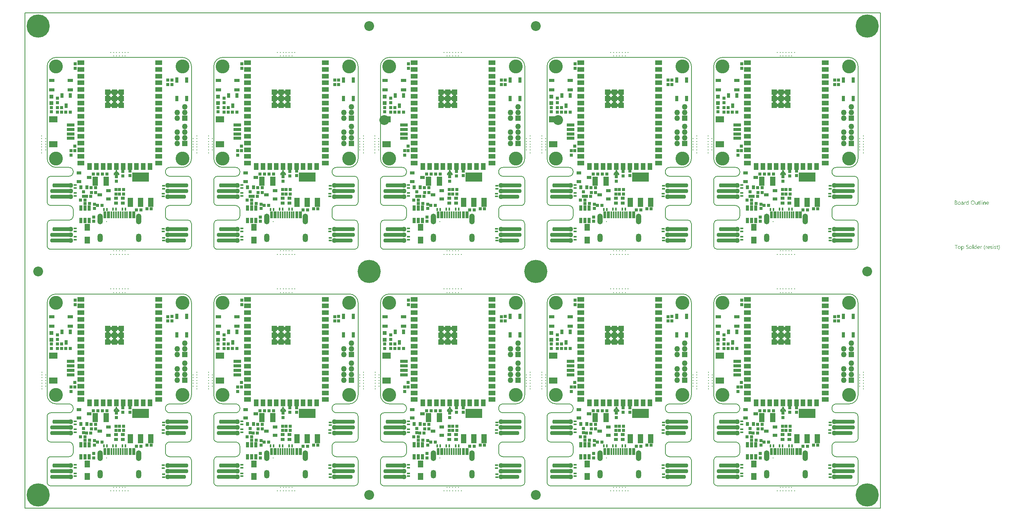
<source format=gts>
G04*
G04 #@! TF.GenerationSoftware,Altium Limited,Altium Designer,21.6.1 (37)*
G04*
G04 Layer_Color=8388736*
%FSAX25Y25*%
%MOIN*%
G70*
G04*
G04 #@! TF.SameCoordinates,92E81899-9559-4C3A-BF10-9AA04FA96A9E*
G04*
G04*
G04 #@! TF.FilePolarity,Negative*
G04*
G01*
G75*
G04:AMPARAMS|DCode=28|XSize=35.43mil|YSize=188.98mil|CornerRadius=13.82mil|HoleSize=0mil|Usage=FLASHONLY|Rotation=270.000|XOffset=0mil|YOffset=0mil|HoleType=Round|Shape=RoundedRectangle|*
%AMROUNDEDRECTD28*
21,1,0.03543,0.16134,0,0,270.0*
21,1,0.00780,0.18898,0,0,270.0*
1,1,0.02764,-0.08067,-0.00390*
1,1,0.02764,-0.08067,0.00390*
1,1,0.02764,0.08067,0.00390*
1,1,0.02764,0.08067,-0.00390*
%
%ADD28ROUNDEDRECTD28*%
G04:AMPARAMS|DCode=29|XSize=35.43mil|YSize=169.29mil|CornerRadius=13.82mil|HoleSize=0mil|Usage=FLASHONLY|Rotation=270.000|XOffset=0mil|YOffset=0mil|HoleType=Round|Shape=RoundedRectangle|*
%AMROUNDEDRECTD29*
21,1,0.03543,0.14165,0,0,270.0*
21,1,0.00780,0.16929,0,0,270.0*
1,1,0.02764,-0.07083,-0.00390*
1,1,0.02764,-0.07083,0.00390*
1,1,0.02764,0.07083,0.00390*
1,1,0.02764,0.07083,-0.00390*
%
%ADD29ROUNDEDRECTD29*%
%ADD41C,0.00787*%
%ADD52C,0.04370*%
%ADD67C,0.08674*%
%ADD68R,0.04921X0.05906*%
%ADD69R,0.04134X0.02953*%
%ADD70R,0.02953X0.04134*%
%ADD71R,0.02559X0.02756*%
%ADD72R,0.02756X0.02559*%
%ADD73R,0.07677X0.05315*%
%ADD74R,0.06693X0.02953*%
%ADD75R,0.14764X0.08465*%
%ADD76R,0.04528X0.08465*%
%ADD77R,0.03543X0.02953*%
%ADD78R,0.01575X0.02559*%
%ADD79R,0.02559X0.01575*%
%ADD80R,0.02953X0.04528*%
%ADD81R,0.01575X0.06102*%
%ADD82R,0.03740X0.03740*%
%ADD83R,0.02559X0.02756*%
%ADD84R,0.04921X0.08071*%
%ADD85R,0.02756X0.02559*%
%ADD86R,0.04921X0.04921*%
%ADD87R,0.04134X0.06496*%
%ADD88R,0.06496X0.04134*%
%ADD89R,0.02953X0.03740*%
%ADD90C,0.02191*%
%ADD91O,0.00601X0.00600*%
%ADD92R,0.04724X0.03150*%
%ADD93R,0.03150X0.04724*%
%ADD94C,0.00800*%
%ADD95C,0.20485*%
G04:AMPARAMS|DCode=96|XSize=49.21mil|YSize=72.84mil|CornerRadius=22.44mil|HoleSize=0mil|Usage=FLASHONLY|Rotation=0.000|XOffset=0mil|YOffset=0mil|HoleType=Round|Shape=RoundedRectangle|*
%AMROUNDEDRECTD96*
21,1,0.04921,0.02795,0,0,0.0*
21,1,0.00433,0.07284,0,0,0.0*
1,1,0.04488,0.00217,-0.01398*
1,1,0.04488,-0.00217,-0.01398*
1,1,0.04488,-0.00217,0.01398*
1,1,0.04488,0.00217,0.01398*
%
%ADD96ROUNDEDRECTD96*%
G04:AMPARAMS|DCode=97|XSize=49.21mil|YSize=92.52mil|CornerRadius=22.44mil|HoleSize=0mil|Usage=FLASHONLY|Rotation=0.000|XOffset=0mil|YOffset=0mil|HoleType=Round|Shape=RoundedRectangle|*
%AMROUNDEDRECTD97*
21,1,0.04921,0.04764,0,0,0.0*
21,1,0.00433,0.09252,0,0,0.0*
1,1,0.04488,0.00217,-0.02382*
1,1,0.04488,-0.00217,-0.02382*
1,1,0.04488,-0.00217,0.02382*
1,1,0.04488,0.00217,0.02382*
%
%ADD97ROUNDEDRECTD97*%
G04:AMPARAMS|DCode=98|XSize=5.91mil|YSize=5.91mil|CornerRadius=0mil|HoleSize=0mil|Usage=FLASHONLY|Rotation=0.000|XOffset=0mil|YOffset=0mil|HoleType=Round|Shape=RoundedRectangle|*
%AMROUNDEDRECTD98*
21,1,0.00591,0.00591,0,0,0.0*
21,1,0.00591,0.00591,0,0,0.0*
1,1,0.00000,0.00295,-0.00295*
1,1,0.00000,-0.00295,-0.00295*
1,1,0.00000,-0.00295,0.00295*
1,1,0.00000,0.00295,0.00295*
%
%ADD98ROUNDEDRECTD98*%
%ADD99C,0.00591*%
%ADD100C,0.12205*%
%ADD101R,0.04961X0.04961*%
%ADD102C,0.04961*%
%ADD103C,0.02953*%
G36*
X0649375Y0278896D02*
X0649421Y0278885D01*
X0649451Y0278873D01*
X0649464Y0278868D01*
X0649503Y0278843D01*
X0649539Y0278813D01*
X0649832Y0278519D01*
X0649862Y0278484D01*
X0649887Y0278444D01*
X0649892Y0278432D01*
X0649904Y0278401D01*
X0649915Y0278356D01*
X0649919Y0278310D01*
Y0278102D01*
Y0277281D01*
X0650053Y0277249D01*
X0650056Y0277248D01*
X0650059Y0277248D01*
X0650078Y0277241D01*
X0650097Y0277235D01*
X0650100Y0277234D01*
X0650103Y0277233D01*
X0650121Y0277223D01*
X0650139Y0277214D01*
X0650141Y0277213D01*
X0650144Y0277211D01*
X0650773Y0276812D01*
X0650776Y0276810D01*
X0650779Y0276809D01*
X0650794Y0276796D01*
X0650810Y0276784D01*
X0650813Y0276782D01*
X0650815Y0276780D01*
X0650829Y0276765D01*
X0650843Y0276751D01*
X0650845Y0276748D01*
X0650847Y0276746D01*
X0651310Y0276162D01*
X0651311Y0276160D01*
X0651314Y0276157D01*
X0651324Y0276140D01*
X0651336Y0276124D01*
X0651337Y0276121D01*
X0651339Y0276118D01*
X0651347Y0276100D01*
X0651355Y0276081D01*
X0651356Y0276079D01*
X0651357Y0276076D01*
X0651603Y0275372D01*
X0651603Y0275369D01*
X0651605Y0275366D01*
X0651609Y0275347D01*
X0651614Y0275327D01*
X0651615Y0275324D01*
X0651615Y0275321D01*
X0651617Y0275301D01*
X0651619Y0275281D01*
X0651619Y0275278D01*
X0651619Y0275275D01*
Y0274902D01*
Y0274822D01*
X0651618Y0274811D01*
Y0274799D01*
X0651616Y0274788D01*
X0651615Y0274776D01*
X0651613Y0274765D01*
X0651611Y0274753D01*
X0651607Y0274742D01*
X0651605Y0274731D01*
X0651600Y0274720D01*
X0651596Y0274709D01*
X0651535Y0274561D01*
X0651530Y0274551D01*
X0651526Y0274540D01*
X0651519Y0274530D01*
X0651514Y0274520D01*
X0651507Y0274511D01*
X0651501Y0274501D01*
X0651494Y0274492D01*
X0651487Y0274482D01*
X0651479Y0274474D01*
X0651471Y0274465D01*
X0651358Y0274352D01*
X0651349Y0274345D01*
X0651341Y0274337D01*
X0651332Y0274330D01*
X0651323Y0274322D01*
X0651313Y0274316D01*
X0651303Y0274309D01*
X0651293Y0274304D01*
X0651283Y0274298D01*
X0651272Y0274293D01*
X0651262Y0274288D01*
X0651115Y0274227D01*
X0651103Y0274223D01*
X0651093Y0274219D01*
X0651081Y0274216D01*
X0651070Y0274213D01*
X0651059Y0274211D01*
X0651048Y0274208D01*
X0651036Y0274207D01*
X0651024Y0274205D01*
X0651013D01*
X0651001Y0274204D01*
X0650842D01*
X0650830Y0274205D01*
X0650818D01*
X0650807Y0274207D01*
X0650795Y0274208D01*
X0650784Y0274211D01*
X0650772Y0274213D01*
X0650761Y0274216D01*
X0650750Y0274219D01*
X0650739Y0274223D01*
X0650728Y0274227D01*
X0650581Y0274288D01*
X0650570Y0274293D01*
X0650559Y0274298D01*
X0650550Y0274304D01*
X0650539Y0274309D01*
X0650530Y0274316D01*
X0650520Y0274322D01*
X0650511Y0274330D01*
X0650501Y0274337D01*
X0650493Y0274345D01*
X0650485Y0274352D01*
X0650372Y0274465D01*
X0650364Y0274474D01*
X0650356Y0274482D01*
X0650349Y0274492D01*
X0650341Y0274501D01*
X0650335Y0274511D01*
X0650328Y0274520D01*
X0650323Y0274530D01*
X0650317Y0274540D01*
X0650313Y0274551D01*
X0650307Y0274561D01*
X0650246Y0274709D01*
X0650243Y0274720D01*
X0650238Y0274731D01*
X0650235Y0274742D01*
X0650232Y0274753D01*
X0650230Y0274765D01*
X0650227Y0274776D01*
X0650226Y0274787D01*
X0650225Y0274799D01*
Y0274811D01*
X0650224Y0274822D01*
Y0274888D01*
X0650203Y0275102D01*
X0650033Y0275511D01*
X0649730Y0275814D01*
X0649321Y0275983D01*
X0649121Y0276003D01*
X0648921Y0275983D01*
X0648512Y0275814D01*
X0648210Y0275511D01*
X0648040Y0275102D01*
X0648019Y0274888D01*
Y0274822D01*
X0648018Y0274811D01*
Y0274799D01*
X0648016Y0274788D01*
X0648015Y0274776D01*
X0648013Y0274765D01*
X0648011Y0274753D01*
X0648007Y0274742D01*
X0648004Y0274731D01*
X0648000Y0274720D01*
X0647997Y0274709D01*
X0647935Y0274561D01*
X0647930Y0274551D01*
X0647926Y0274540D01*
X0647920Y0274530D01*
X0647914Y0274520D01*
X0647907Y0274511D01*
X0647901Y0274501D01*
X0647894Y0274492D01*
X0647887Y0274482D01*
X0647879Y0274474D01*
X0647871Y0274465D01*
X0647758Y0274352D01*
X0647749Y0274345D01*
X0647741Y0274337D01*
X0647732Y0274330D01*
X0647723Y0274322D01*
X0647713Y0274316D01*
X0647704Y0274309D01*
X0647693Y0274304D01*
X0647683Y0274298D01*
X0647673Y0274293D01*
X0647662Y0274288D01*
X0647514Y0274227D01*
X0647504Y0274223D01*
X0647493Y0274219D01*
X0647481Y0274216D01*
X0647470Y0274213D01*
X0647459Y0274211D01*
X0647447Y0274208D01*
X0647436Y0274207D01*
X0647424Y0274205D01*
X0647413D01*
X0647401Y0274204D01*
X0647241D01*
X0647230Y0274205D01*
X0647218D01*
X0647207Y0274207D01*
X0647195Y0274208D01*
X0647184Y0274211D01*
X0647172Y0274213D01*
X0647161Y0274216D01*
X0647150Y0274219D01*
X0647139Y0274223D01*
X0647128Y0274227D01*
X0646981Y0274288D01*
X0646970Y0274293D01*
X0646959Y0274298D01*
X0646949Y0274304D01*
X0646939Y0274309D01*
X0646930Y0274316D01*
X0646920Y0274322D01*
X0646911Y0274330D01*
X0646902Y0274337D01*
X0646893Y0274345D01*
X0646884Y0274352D01*
X0646771Y0274465D01*
X0646764Y0274474D01*
X0646756Y0274482D01*
X0646749Y0274492D01*
X0646741Y0274501D01*
X0646735Y0274511D01*
X0646728Y0274520D01*
X0646723Y0274530D01*
X0646717Y0274540D01*
X0646713Y0274551D01*
X0646707Y0274561D01*
X0646646Y0274709D01*
X0646643Y0274720D01*
X0646638Y0274731D01*
X0646635Y0274742D01*
X0646632Y0274753D01*
X0646630Y0274765D01*
X0646627Y0274776D01*
X0646626Y0274787D01*
X0646625Y0274799D01*
Y0274811D01*
X0646624Y0274822D01*
Y0274902D01*
Y0275275D01*
X0646624Y0275278D01*
X0646624Y0275281D01*
X0646626Y0275301D01*
X0646627Y0275321D01*
X0646628Y0275324D01*
X0646628Y0275327D01*
X0646633Y0275347D01*
X0646638Y0275366D01*
X0646639Y0275369D01*
X0646640Y0275372D01*
X0646885Y0276076D01*
X0646886Y0276079D01*
X0646887Y0276081D01*
X0646896Y0276100D01*
X0646904Y0276118D01*
X0646906Y0276121D01*
X0646907Y0276124D01*
X0646918Y0276141D01*
X0646929Y0276157D01*
X0646931Y0276160D01*
X0646933Y0276162D01*
X0647396Y0276746D01*
X0647398Y0276748D01*
X0647400Y0276751D01*
X0647414Y0276765D01*
X0647428Y0276780D01*
X0647430Y0276782D01*
X0647432Y0276784D01*
X0647448Y0276796D01*
X0647464Y0276809D01*
X0647467Y0276810D01*
X0647469Y0276812D01*
X0648099Y0277211D01*
X0648101Y0277213D01*
X0648104Y0277214D01*
X0648122Y0277223D01*
X0648140Y0277233D01*
X0648143Y0277234D01*
X0648145Y0277235D01*
X0648165Y0277241D01*
X0648184Y0277248D01*
X0648187Y0277248D01*
X0648190Y0277249D01*
X0648324Y0277281D01*
Y0278102D01*
Y0278310D01*
X0648324Y0278313D01*
X0648327Y0278356D01*
X0648338Y0278401D01*
X0648349Y0278427D01*
X0648356Y0278444D01*
X0648380Y0278484D01*
X0648410Y0278519D01*
X0648411Y0278519D01*
X0648704Y0278813D01*
X0648704Y0278813D01*
X0648739Y0278843D01*
X0648779Y0278868D01*
X0648801Y0278876D01*
X0648822Y0278885D01*
X0648867Y0278896D01*
X0648914Y0278900D01*
D01*
X0648914D01*
X0649329D01*
X0649375Y0278896D01*
D02*
G37*
G36*
X0502371D02*
X0502417Y0278885D01*
X0502447Y0278873D01*
X0502460Y0278868D01*
X0502499Y0278843D01*
X0502534Y0278813D01*
X0502828Y0278519D01*
X0502858Y0278484D01*
X0502883Y0278444D01*
X0502888Y0278432D01*
X0502901Y0278401D01*
X0502911Y0278356D01*
X0502915Y0278310D01*
Y0278102D01*
Y0277281D01*
X0503049Y0277249D01*
X0503052Y0277248D01*
X0503055Y0277248D01*
X0503074Y0277241D01*
X0503093Y0277235D01*
X0503096Y0277234D01*
X0503099Y0277233D01*
X0503117Y0277223D01*
X0503135Y0277214D01*
X0503137Y0277213D01*
X0503140Y0277211D01*
X0503769Y0276812D01*
X0503772Y0276810D01*
X0503775Y0276809D01*
X0503790Y0276796D01*
X0503807Y0276784D01*
X0503809Y0276782D01*
X0503811Y0276780D01*
X0503825Y0276765D01*
X0503839Y0276751D01*
X0503841Y0276748D01*
X0503843Y0276746D01*
X0504306Y0276162D01*
X0504308Y0276160D01*
X0504310Y0276157D01*
X0504320Y0276140D01*
X0504332Y0276124D01*
X0504333Y0276121D01*
X0504335Y0276118D01*
X0504343Y0276100D01*
X0504351Y0276081D01*
X0504352Y0276079D01*
X0504354Y0276076D01*
X0504599Y0275372D01*
X0504599Y0275369D01*
X0504601Y0275366D01*
X0504605Y0275347D01*
X0504610Y0275327D01*
X0504611Y0275324D01*
X0504611Y0275321D01*
X0504613Y0275301D01*
X0504615Y0275281D01*
X0504615Y0275278D01*
X0504615Y0275275D01*
Y0274902D01*
Y0274822D01*
X0504614Y0274811D01*
Y0274799D01*
X0504612Y0274788D01*
X0504611Y0274776D01*
X0504609Y0274765D01*
X0504607Y0274753D01*
X0504603Y0274742D01*
X0504601Y0274731D01*
X0504596Y0274720D01*
X0504593Y0274709D01*
X0504531Y0274561D01*
X0504526Y0274551D01*
X0504522Y0274540D01*
X0504516Y0274530D01*
X0504510Y0274520D01*
X0504503Y0274511D01*
X0504497Y0274501D01*
X0504490Y0274492D01*
X0504483Y0274482D01*
X0504475Y0274474D01*
X0504467Y0274465D01*
X0504354Y0274352D01*
X0504345Y0274345D01*
X0504337Y0274337D01*
X0504328Y0274330D01*
X0504319Y0274322D01*
X0504309Y0274316D01*
X0504300Y0274309D01*
X0504289Y0274304D01*
X0504279Y0274298D01*
X0504269Y0274293D01*
X0504258Y0274288D01*
X0504111Y0274227D01*
X0504100Y0274223D01*
X0504089Y0274219D01*
X0504077Y0274216D01*
X0504066Y0274213D01*
X0504055Y0274211D01*
X0504044Y0274208D01*
X0504032Y0274207D01*
X0504021Y0274205D01*
X0504009D01*
X0503997Y0274204D01*
X0503837D01*
X0503826Y0274205D01*
X0503814D01*
X0503803Y0274207D01*
X0503791Y0274208D01*
X0503780Y0274211D01*
X0503768Y0274213D01*
X0503757Y0274216D01*
X0503746Y0274219D01*
X0503735Y0274223D01*
X0503724Y0274227D01*
X0503577Y0274288D01*
X0503566Y0274293D01*
X0503555Y0274298D01*
X0503546Y0274304D01*
X0503535Y0274309D01*
X0503526Y0274316D01*
X0503516Y0274322D01*
X0503507Y0274330D01*
X0503498Y0274337D01*
X0503489Y0274345D01*
X0503480Y0274352D01*
X0503368Y0274465D01*
X0503360Y0274474D01*
X0503352Y0274482D01*
X0503345Y0274492D01*
X0503337Y0274501D01*
X0503331Y0274511D01*
X0503324Y0274520D01*
X0503319Y0274530D01*
X0503313Y0274540D01*
X0503309Y0274551D01*
X0503303Y0274561D01*
X0503242Y0274709D01*
X0503239Y0274720D01*
X0503234Y0274731D01*
X0503231Y0274742D01*
X0503228Y0274753D01*
X0503226Y0274765D01*
X0503223Y0274776D01*
X0503222Y0274787D01*
X0503221Y0274799D01*
Y0274811D01*
X0503220Y0274822D01*
Y0274888D01*
X0503198Y0275102D01*
X0503029Y0275511D01*
X0502727Y0275814D01*
X0502317Y0275983D01*
X0502117Y0276003D01*
X0501917Y0275983D01*
X0501508Y0275814D01*
X0501206Y0275511D01*
X0501036Y0275102D01*
X0501015Y0274888D01*
Y0274822D01*
X0501014Y0274811D01*
Y0274799D01*
X0501012Y0274788D01*
X0501011Y0274776D01*
X0501009Y0274765D01*
X0501007Y0274753D01*
X0501003Y0274742D01*
X0501001Y0274731D01*
X0500996Y0274720D01*
X0500992Y0274709D01*
X0500931Y0274561D01*
X0500926Y0274551D01*
X0500922Y0274540D01*
X0500916Y0274530D01*
X0500910Y0274520D01*
X0500904Y0274511D01*
X0500897Y0274501D01*
X0500890Y0274492D01*
X0500883Y0274482D01*
X0500875Y0274474D01*
X0500867Y0274465D01*
X0500754Y0274352D01*
X0500745Y0274345D01*
X0500737Y0274337D01*
X0500728Y0274330D01*
X0500719Y0274322D01*
X0500709Y0274316D01*
X0500700Y0274309D01*
X0500689Y0274304D01*
X0500679Y0274298D01*
X0500668Y0274293D01*
X0500658Y0274288D01*
X0500511Y0274227D01*
X0500499Y0274223D01*
X0500489Y0274219D01*
X0500477Y0274216D01*
X0500466Y0274213D01*
X0500455Y0274211D01*
X0500444Y0274208D01*
X0500432Y0274207D01*
X0500421Y0274205D01*
X0500409D01*
X0500397Y0274204D01*
X0500238D01*
X0500226Y0274205D01*
X0500214D01*
X0500203Y0274207D01*
X0500191Y0274208D01*
X0500180Y0274211D01*
X0500168Y0274213D01*
X0500157Y0274216D01*
X0500146Y0274219D01*
X0500135Y0274223D01*
X0500124Y0274227D01*
X0499977Y0274288D01*
X0499966Y0274293D01*
X0499956Y0274298D01*
X0499946Y0274304D01*
X0499935Y0274309D01*
X0499926Y0274316D01*
X0499916Y0274322D01*
X0499907Y0274330D01*
X0499898Y0274337D01*
X0499889Y0274345D01*
X0499881Y0274352D01*
X0499768Y0274465D01*
X0499760Y0274474D01*
X0499752Y0274482D01*
X0499745Y0274492D01*
X0499737Y0274501D01*
X0499731Y0274511D01*
X0499724Y0274520D01*
X0499719Y0274530D01*
X0499713Y0274540D01*
X0499709Y0274551D01*
X0499703Y0274561D01*
X0499642Y0274709D01*
X0499639Y0274720D01*
X0499634Y0274731D01*
X0499632Y0274742D01*
X0499628Y0274753D01*
X0499626Y0274765D01*
X0499623Y0274776D01*
X0499622Y0274787D01*
X0499621Y0274799D01*
Y0274811D01*
X0499620Y0274822D01*
Y0274902D01*
Y0275275D01*
X0499620Y0275278D01*
X0499620Y0275281D01*
X0499622Y0275301D01*
X0499623Y0275321D01*
X0499624Y0275324D01*
X0499624Y0275327D01*
X0499629Y0275347D01*
X0499634Y0275366D01*
X0499635Y0275369D01*
X0499636Y0275372D01*
X0499881Y0276076D01*
X0499883Y0276079D01*
X0499883Y0276081D01*
X0499892Y0276100D01*
X0499900Y0276118D01*
X0499902Y0276121D01*
X0499903Y0276124D01*
X0499914Y0276141D01*
X0499925Y0276157D01*
X0499927Y0276160D01*
X0499929Y0276162D01*
X0500392Y0276746D01*
X0500394Y0276748D01*
X0500396Y0276751D01*
X0500410Y0276765D01*
X0500423Y0276780D01*
X0500426Y0276782D01*
X0500428Y0276784D01*
X0500444Y0276796D01*
X0500460Y0276809D01*
X0500463Y0276810D01*
X0500465Y0276812D01*
X0501094Y0277211D01*
X0501097Y0277213D01*
X0501100Y0277214D01*
X0501118Y0277223D01*
X0501136Y0277233D01*
X0501139Y0277234D01*
X0501141Y0277235D01*
X0501161Y0277241D01*
X0501180Y0277248D01*
X0501183Y0277248D01*
X0501186Y0277249D01*
X0501320Y0277281D01*
Y0278102D01*
Y0278310D01*
X0501320Y0278313D01*
X0501323Y0278356D01*
X0501334Y0278401D01*
X0501345Y0278427D01*
X0501352Y0278444D01*
X0501376Y0278484D01*
X0501406Y0278519D01*
X0501406Y0278519D01*
X0501700Y0278813D01*
X0501700Y0278813D01*
X0501735Y0278843D01*
X0501775Y0278868D01*
X0501797Y0278876D01*
X0501818Y0278885D01*
X0501863Y0278896D01*
X0501910Y0278900D01*
D01*
X0501910D01*
X0502325D01*
X0502371Y0278896D01*
D02*
G37*
G36*
X0355367D02*
X0355413Y0278885D01*
X0355443Y0278873D01*
X0355456Y0278868D01*
X0355495Y0278843D01*
X0355531Y0278813D01*
X0355824Y0278519D01*
X0355855Y0278484D01*
X0355879Y0278444D01*
X0355884Y0278432D01*
X0355897Y0278401D01*
X0355908Y0278356D01*
X0355911Y0278310D01*
Y0278102D01*
Y0277281D01*
X0356045Y0277249D01*
X0356048Y0277248D01*
X0356051Y0277248D01*
X0356070Y0277241D01*
X0356089Y0277235D01*
X0356092Y0277234D01*
X0356095Y0277233D01*
X0356113Y0277223D01*
X0356131Y0277214D01*
X0356133Y0277213D01*
X0356136Y0277211D01*
X0356766Y0276812D01*
X0356768Y0276810D01*
X0356771Y0276809D01*
X0356786Y0276796D01*
X0356803Y0276784D01*
X0356805Y0276782D01*
X0356807Y0276780D01*
X0356821Y0276765D01*
X0356835Y0276751D01*
X0356837Y0276748D01*
X0356839Y0276746D01*
X0357302Y0276162D01*
X0357304Y0276160D01*
X0357306Y0276157D01*
X0357316Y0276140D01*
X0357328Y0276124D01*
X0357329Y0276121D01*
X0357331Y0276118D01*
X0357339Y0276100D01*
X0357347Y0276081D01*
X0357348Y0276079D01*
X0357349Y0276076D01*
X0357595Y0275372D01*
X0357595Y0275369D01*
X0357597Y0275366D01*
X0357601Y0275347D01*
X0357606Y0275327D01*
X0357607Y0275324D01*
X0357608Y0275321D01*
X0357609Y0275301D01*
X0357611Y0275281D01*
X0357611Y0275278D01*
X0357611Y0275275D01*
Y0274902D01*
Y0274822D01*
X0357610Y0274811D01*
Y0274799D01*
X0357608Y0274788D01*
X0357608Y0274776D01*
X0357605Y0274765D01*
X0357603Y0274753D01*
X0357599Y0274742D01*
X0357597Y0274731D01*
X0357592Y0274720D01*
X0357589Y0274709D01*
X0357527Y0274561D01*
X0357522Y0274551D01*
X0357518Y0274540D01*
X0357512Y0274530D01*
X0357506Y0274520D01*
X0357500Y0274511D01*
X0357493Y0274501D01*
X0357486Y0274492D01*
X0357479Y0274482D01*
X0357471Y0274474D01*
X0357463Y0274465D01*
X0357350Y0274352D01*
X0357341Y0274345D01*
X0357333Y0274337D01*
X0357324Y0274330D01*
X0357315Y0274322D01*
X0357305Y0274316D01*
X0357296Y0274309D01*
X0357285Y0274304D01*
X0357275Y0274298D01*
X0357265Y0274293D01*
X0357254Y0274288D01*
X0357107Y0274227D01*
X0357096Y0274223D01*
X0357085Y0274219D01*
X0357073Y0274216D01*
X0357062Y0274213D01*
X0357051Y0274211D01*
X0357040Y0274208D01*
X0357028Y0274207D01*
X0357016Y0274205D01*
X0357005D01*
X0356993Y0274204D01*
X0356834D01*
X0356822Y0274205D01*
X0356810D01*
X0356799Y0274207D01*
X0356787Y0274208D01*
X0356776Y0274211D01*
X0356764Y0274213D01*
X0356753Y0274216D01*
X0356742Y0274219D01*
X0356731Y0274223D01*
X0356720Y0274227D01*
X0356573Y0274288D01*
X0356562Y0274293D01*
X0356552Y0274298D01*
X0356542Y0274304D01*
X0356531Y0274309D01*
X0356522Y0274316D01*
X0356512Y0274322D01*
X0356503Y0274330D01*
X0356494Y0274337D01*
X0356485Y0274345D01*
X0356476Y0274352D01*
X0356364Y0274465D01*
X0356356Y0274474D01*
X0356348Y0274482D01*
X0356341Y0274492D01*
X0356333Y0274501D01*
X0356327Y0274511D01*
X0356321Y0274520D01*
X0356315Y0274530D01*
X0356309Y0274540D01*
X0356305Y0274551D01*
X0356299Y0274561D01*
X0356238Y0274709D01*
X0356235Y0274720D01*
X0356230Y0274731D01*
X0356227Y0274742D01*
X0356224Y0274753D01*
X0356222Y0274765D01*
X0356219Y0274776D01*
X0356219Y0274787D01*
X0356217Y0274799D01*
Y0274811D01*
X0356216Y0274822D01*
Y0274888D01*
X0356195Y0275102D01*
X0356025Y0275511D01*
X0355723Y0275814D01*
X0355313Y0275983D01*
X0355113Y0276003D01*
X0354913Y0275983D01*
X0354504Y0275814D01*
X0354202Y0275511D01*
X0354032Y0275102D01*
X0354011Y0274888D01*
Y0274822D01*
X0354010Y0274811D01*
Y0274799D01*
X0354008Y0274788D01*
X0354008Y0274776D01*
X0354005Y0274765D01*
X0354003Y0274753D01*
X0353999Y0274742D01*
X0353997Y0274731D01*
X0353992Y0274720D01*
X0353989Y0274709D01*
X0353927Y0274561D01*
X0353922Y0274551D01*
X0353918Y0274540D01*
X0353912Y0274530D01*
X0353906Y0274520D01*
X0353900Y0274511D01*
X0353893Y0274501D01*
X0353886Y0274492D01*
X0353879Y0274482D01*
X0353871Y0274474D01*
X0353863Y0274465D01*
X0353750Y0274352D01*
X0353741Y0274345D01*
X0353733Y0274337D01*
X0353724Y0274330D01*
X0353715Y0274322D01*
X0353705Y0274316D01*
X0353696Y0274309D01*
X0353685Y0274304D01*
X0353675Y0274298D01*
X0353665Y0274293D01*
X0353654Y0274288D01*
X0353507Y0274227D01*
X0353496Y0274223D01*
X0353485Y0274219D01*
X0353473Y0274216D01*
X0353462Y0274213D01*
X0353451Y0274211D01*
X0353440Y0274208D01*
X0353428Y0274207D01*
X0353416Y0274205D01*
X0353405D01*
X0353393Y0274204D01*
X0353234D01*
X0353222Y0274205D01*
X0353210D01*
X0353199Y0274207D01*
X0353187Y0274208D01*
X0353176Y0274211D01*
X0353164Y0274213D01*
X0353153Y0274216D01*
X0353142Y0274219D01*
X0353131Y0274223D01*
X0353120Y0274227D01*
X0352973Y0274288D01*
X0352962Y0274293D01*
X0352952Y0274298D01*
X0352942Y0274304D01*
X0352931Y0274309D01*
X0352922Y0274316D01*
X0352912Y0274322D01*
X0352903Y0274330D01*
X0352894Y0274337D01*
X0352885Y0274345D01*
X0352876Y0274352D01*
X0352764Y0274465D01*
X0352756Y0274474D01*
X0352748Y0274482D01*
X0352741Y0274492D01*
X0352733Y0274501D01*
X0352727Y0274511D01*
X0352720Y0274520D01*
X0352715Y0274530D01*
X0352709Y0274540D01*
X0352705Y0274551D01*
X0352699Y0274561D01*
X0352638Y0274709D01*
X0352635Y0274720D01*
X0352630Y0274731D01*
X0352627Y0274742D01*
X0352624Y0274753D01*
X0352622Y0274765D01*
X0352619Y0274776D01*
X0352619Y0274787D01*
X0352617Y0274799D01*
Y0274811D01*
X0352616Y0274822D01*
Y0274902D01*
Y0275275D01*
X0352616Y0275278D01*
X0352616Y0275281D01*
X0352618Y0275301D01*
X0352619Y0275321D01*
X0352620Y0275324D01*
X0352620Y0275327D01*
X0352626Y0275347D01*
X0352630Y0275366D01*
X0352631Y0275369D01*
X0352632Y0275372D01*
X0352877Y0276076D01*
X0352879Y0276079D01*
X0352879Y0276081D01*
X0352888Y0276100D01*
X0352896Y0276118D01*
X0352898Y0276121D01*
X0352899Y0276124D01*
X0352910Y0276141D01*
X0352921Y0276157D01*
X0352923Y0276160D01*
X0352925Y0276162D01*
X0353388Y0276746D01*
X0353390Y0276748D01*
X0353392Y0276751D01*
X0353406Y0276765D01*
X0353419Y0276780D01*
X0353422Y0276782D01*
X0353424Y0276784D01*
X0353440Y0276796D01*
X0353456Y0276809D01*
X0353459Y0276810D01*
X0353461Y0276812D01*
X0354091Y0277211D01*
X0354093Y0277213D01*
X0354096Y0277214D01*
X0354114Y0277223D01*
X0354132Y0277233D01*
X0354135Y0277234D01*
X0354137Y0277235D01*
X0354157Y0277241D01*
X0354176Y0277248D01*
X0354179Y0277248D01*
X0354182Y0277249D01*
X0354316Y0277281D01*
Y0278102D01*
Y0278310D01*
X0354316Y0278313D01*
X0354319Y0278356D01*
X0354330Y0278401D01*
X0354341Y0278427D01*
X0354348Y0278444D01*
X0354372Y0278484D01*
X0354402Y0278519D01*
X0354403Y0278519D01*
X0354696Y0278813D01*
X0354696Y0278813D01*
X0354732Y0278843D01*
X0354771Y0278868D01*
X0354793Y0278876D01*
X0354814Y0278885D01*
X0354859Y0278896D01*
X0354906Y0278900D01*
D01*
X0354906D01*
X0355321D01*
X0355367Y0278896D01*
D02*
G37*
G36*
X0208364D02*
X0208409Y0278885D01*
X0208439Y0278873D01*
X0208452Y0278868D01*
X0208491Y0278843D01*
X0208527Y0278813D01*
X0208820Y0278519D01*
X0208851Y0278484D01*
X0208875Y0278444D01*
X0208880Y0278432D01*
X0208893Y0278401D01*
X0208904Y0278356D01*
X0208907Y0278310D01*
Y0278102D01*
Y0277281D01*
X0209041Y0277249D01*
X0209044Y0277248D01*
X0209047Y0277248D01*
X0209066Y0277241D01*
X0209085Y0277235D01*
X0209088Y0277234D01*
X0209091Y0277233D01*
X0209109Y0277223D01*
X0209127Y0277214D01*
X0209130Y0277213D01*
X0209132Y0277211D01*
X0209762Y0276812D01*
X0209764Y0276810D01*
X0209767Y0276809D01*
X0209783Y0276796D01*
X0209799Y0276784D01*
X0209801Y0276782D01*
X0209803Y0276780D01*
X0209817Y0276765D01*
X0209831Y0276751D01*
X0209833Y0276748D01*
X0209835Y0276746D01*
X0210298Y0276162D01*
X0210300Y0276160D01*
X0210302Y0276157D01*
X0210313Y0276140D01*
X0210324Y0276124D01*
X0210325Y0276121D01*
X0210327Y0276118D01*
X0210335Y0276100D01*
X0210343Y0276081D01*
X0210344Y0276079D01*
X0210346Y0276076D01*
X0210591Y0275372D01*
X0210591Y0275369D01*
X0210593Y0275366D01*
X0210597Y0275347D01*
X0210602Y0275327D01*
X0210603Y0275324D01*
X0210603Y0275321D01*
X0210605Y0275301D01*
X0210607Y0275281D01*
X0210607Y0275278D01*
X0210607Y0275275D01*
Y0274902D01*
Y0274822D01*
X0210606Y0274811D01*
Y0274799D01*
X0210604Y0274788D01*
X0210603Y0274776D01*
X0210601Y0274765D01*
X0210599Y0274753D01*
X0210595Y0274742D01*
X0210593Y0274731D01*
X0210588Y0274720D01*
X0210585Y0274709D01*
X0210524Y0274561D01*
X0210518Y0274551D01*
X0210514Y0274540D01*
X0210508Y0274530D01*
X0210502Y0274520D01*
X0210495Y0274511D01*
X0210489Y0274501D01*
X0210482Y0274492D01*
X0210475Y0274482D01*
X0210467Y0274474D01*
X0210459Y0274465D01*
X0210346Y0274352D01*
X0210337Y0274345D01*
X0210329Y0274337D01*
X0210320Y0274330D01*
X0210311Y0274322D01*
X0210301Y0274316D01*
X0210292Y0274309D01*
X0210281Y0274304D01*
X0210271Y0274298D01*
X0210261Y0274293D01*
X0210250Y0274288D01*
X0210103Y0274227D01*
X0210092Y0274223D01*
X0210081Y0274219D01*
X0210069Y0274216D01*
X0210058Y0274213D01*
X0210047Y0274211D01*
X0210036Y0274208D01*
X0210024Y0274207D01*
X0210013Y0274205D01*
X0210001D01*
X0209989Y0274204D01*
X0209830D01*
X0209818Y0274205D01*
X0209806D01*
X0209795Y0274207D01*
X0209783Y0274208D01*
X0209772Y0274211D01*
X0209760Y0274213D01*
X0209749Y0274216D01*
X0209738Y0274219D01*
X0209727Y0274223D01*
X0209716Y0274227D01*
X0209569Y0274288D01*
X0209558Y0274293D01*
X0209548Y0274298D01*
X0209538Y0274304D01*
X0209527Y0274309D01*
X0209518Y0274316D01*
X0209508Y0274322D01*
X0209499Y0274330D01*
X0209490Y0274337D01*
X0209481Y0274345D01*
X0209473Y0274352D01*
X0209360Y0274465D01*
X0209352Y0274474D01*
X0209344Y0274482D01*
X0209337Y0274492D01*
X0209330Y0274501D01*
X0209323Y0274511D01*
X0209316Y0274520D01*
X0209311Y0274530D01*
X0209305Y0274540D01*
X0209301Y0274551D01*
X0209295Y0274561D01*
X0209234Y0274709D01*
X0209231Y0274720D01*
X0209226Y0274731D01*
X0209224Y0274742D01*
X0209220Y0274753D01*
X0209218Y0274765D01*
X0209215Y0274776D01*
X0209214Y0274787D01*
X0209213Y0274799D01*
Y0274811D01*
X0209212Y0274822D01*
Y0274888D01*
X0209191Y0275102D01*
X0209021Y0275511D01*
X0208719Y0275814D01*
X0208310Y0275983D01*
X0208109Y0276003D01*
X0207909Y0275983D01*
X0207500Y0275814D01*
X0207198Y0275511D01*
X0207028Y0275102D01*
X0207007Y0274888D01*
Y0274822D01*
X0207006Y0274811D01*
Y0274799D01*
X0207004Y0274788D01*
X0207003Y0274776D01*
X0207001Y0274765D01*
X0206999Y0274753D01*
X0206995Y0274742D01*
X0206993Y0274731D01*
X0206988Y0274720D01*
X0206985Y0274709D01*
X0206924Y0274561D01*
X0206918Y0274551D01*
X0206914Y0274540D01*
X0206908Y0274530D01*
X0206902Y0274520D01*
X0206895Y0274511D01*
X0206889Y0274501D01*
X0206882Y0274492D01*
X0206875Y0274482D01*
X0206867Y0274474D01*
X0206859Y0274465D01*
X0206746Y0274352D01*
X0206737Y0274345D01*
X0206729Y0274337D01*
X0206720Y0274330D01*
X0206711Y0274322D01*
X0206701Y0274316D01*
X0206692Y0274309D01*
X0206681Y0274304D01*
X0206671Y0274298D01*
X0206661Y0274293D01*
X0206650Y0274288D01*
X0206503Y0274227D01*
X0206492Y0274223D01*
X0206481Y0274219D01*
X0206469Y0274216D01*
X0206458Y0274213D01*
X0206447Y0274211D01*
X0206436Y0274208D01*
X0206424Y0274207D01*
X0206413Y0274205D01*
X0206401D01*
X0206389Y0274204D01*
X0206230D01*
X0206218Y0274205D01*
X0206206D01*
X0206195Y0274207D01*
X0206183Y0274208D01*
X0206172Y0274211D01*
X0206160Y0274213D01*
X0206149Y0274216D01*
X0206138Y0274219D01*
X0206127Y0274223D01*
X0206116Y0274227D01*
X0205969Y0274288D01*
X0205958Y0274293D01*
X0205948Y0274298D01*
X0205938Y0274304D01*
X0205927Y0274309D01*
X0205918Y0274316D01*
X0205908Y0274322D01*
X0205899Y0274330D01*
X0205890Y0274337D01*
X0205881Y0274345D01*
X0205873Y0274352D01*
X0205760Y0274465D01*
X0205752Y0274474D01*
X0205744Y0274482D01*
X0205737Y0274492D01*
X0205730Y0274501D01*
X0205723Y0274511D01*
X0205716Y0274520D01*
X0205711Y0274530D01*
X0205705Y0274540D01*
X0205701Y0274551D01*
X0205695Y0274561D01*
X0205634Y0274709D01*
X0205631Y0274720D01*
X0205626Y0274731D01*
X0205624Y0274742D01*
X0205620Y0274753D01*
X0205618Y0274765D01*
X0205615Y0274776D01*
X0205614Y0274787D01*
X0205613Y0274799D01*
Y0274811D01*
X0205612Y0274822D01*
Y0274902D01*
Y0275275D01*
X0205612Y0275278D01*
X0205612Y0275281D01*
X0205614Y0275301D01*
X0205615Y0275321D01*
X0205616Y0275324D01*
X0205616Y0275327D01*
X0205622Y0275347D01*
X0205626Y0275366D01*
X0205627Y0275369D01*
X0205628Y0275372D01*
X0205873Y0276076D01*
X0205875Y0276079D01*
X0205875Y0276081D01*
X0205884Y0276100D01*
X0205892Y0276118D01*
X0205894Y0276121D01*
X0205895Y0276124D01*
X0205906Y0276141D01*
X0205917Y0276157D01*
X0205919Y0276160D01*
X0205921Y0276162D01*
X0206384Y0276746D01*
X0206386Y0276748D01*
X0206388Y0276751D01*
X0206402Y0276765D01*
X0206416Y0276780D01*
X0206418Y0276782D01*
X0206420Y0276784D01*
X0206436Y0276796D01*
X0206452Y0276809D01*
X0206455Y0276810D01*
X0206457Y0276812D01*
X0207087Y0277211D01*
X0207089Y0277213D01*
X0207092Y0277214D01*
X0207110Y0277223D01*
X0207128Y0277233D01*
X0207131Y0277234D01*
X0207134Y0277235D01*
X0207153Y0277241D01*
X0207172Y0277248D01*
X0207175Y0277248D01*
X0207178Y0277249D01*
X0207312Y0277281D01*
Y0278102D01*
Y0278310D01*
X0207312Y0278313D01*
X0207315Y0278356D01*
X0207326Y0278401D01*
X0207337Y0278427D01*
X0207344Y0278444D01*
X0207368Y0278484D01*
X0207399Y0278519D01*
X0207399Y0278519D01*
X0207692Y0278813D01*
X0207692Y0278813D01*
X0207728Y0278843D01*
X0207767Y0278868D01*
X0207789Y0278876D01*
X0207810Y0278885D01*
X0207855Y0278896D01*
X0207902Y0278900D01*
D01*
X0207902D01*
X0208317D01*
X0208364Y0278896D01*
D02*
G37*
G36*
X0061360D02*
X0061405Y0278885D01*
X0061435Y0278873D01*
X0061448Y0278868D01*
X0061487Y0278843D01*
X0061523Y0278813D01*
X0061816Y0278519D01*
X0061847Y0278484D01*
X0061871Y0278444D01*
X0061876Y0278432D01*
X0061889Y0278401D01*
X0061900Y0278356D01*
X0061903Y0278310D01*
Y0278102D01*
Y0277281D01*
X0062037Y0277249D01*
X0062040Y0277248D01*
X0062043Y0277248D01*
X0062062Y0277241D01*
X0062081Y0277235D01*
X0062084Y0277234D01*
X0062087Y0277233D01*
X0062105Y0277223D01*
X0062123Y0277214D01*
X0062125Y0277213D01*
X0062128Y0277211D01*
X0062757Y0276812D01*
X0062760Y0276810D01*
X0062763Y0276809D01*
X0062779Y0276796D01*
X0062795Y0276784D01*
X0062797Y0276782D01*
X0062799Y0276780D01*
X0062813Y0276765D01*
X0062827Y0276751D01*
X0062829Y0276748D01*
X0062831Y0276746D01*
X0063294Y0276162D01*
X0063296Y0276160D01*
X0063298Y0276157D01*
X0063309Y0276140D01*
X0063320Y0276124D01*
X0063321Y0276121D01*
X0063323Y0276118D01*
X0063331Y0276100D01*
X0063340Y0276081D01*
X0063340Y0276079D01*
X0063342Y0276076D01*
X0063587Y0275372D01*
X0063587Y0275369D01*
X0063589Y0275366D01*
X0063593Y0275347D01*
X0063599Y0275327D01*
X0063599Y0275324D01*
X0063599Y0275321D01*
X0063601Y0275301D01*
X0063603Y0275281D01*
X0063603Y0275278D01*
X0063603Y0275275D01*
Y0274902D01*
Y0274822D01*
X0063602Y0274811D01*
Y0274799D01*
X0063600Y0274788D01*
X0063599Y0274776D01*
X0063597Y0274765D01*
X0063595Y0274753D01*
X0063591Y0274742D01*
X0063589Y0274731D01*
X0063584Y0274720D01*
X0063581Y0274709D01*
X0063520Y0274561D01*
X0063514Y0274551D01*
X0063510Y0274540D01*
X0063504Y0274530D01*
X0063498Y0274520D01*
X0063492Y0274511D01*
X0063485Y0274501D01*
X0063478Y0274492D01*
X0063471Y0274482D01*
X0063463Y0274474D01*
X0063455Y0274465D01*
X0063342Y0274352D01*
X0063333Y0274345D01*
X0063325Y0274337D01*
X0063316Y0274330D01*
X0063307Y0274322D01*
X0063297Y0274316D01*
X0063288Y0274309D01*
X0063277Y0274304D01*
X0063267Y0274298D01*
X0063257Y0274293D01*
X0063246Y0274288D01*
X0063099Y0274227D01*
X0063088Y0274223D01*
X0063077Y0274219D01*
X0063065Y0274216D01*
X0063055Y0274213D01*
X0063043Y0274211D01*
X0063032Y0274208D01*
X0063020Y0274207D01*
X0063009Y0274205D01*
X0062997D01*
X0062985Y0274204D01*
X0062826D01*
X0062814Y0274205D01*
X0062802D01*
X0062791Y0274207D01*
X0062779Y0274208D01*
X0062768Y0274211D01*
X0062757Y0274213D01*
X0062745Y0274216D01*
X0062734Y0274219D01*
X0062723Y0274223D01*
X0062712Y0274227D01*
X0062565Y0274288D01*
X0062554Y0274293D01*
X0062544Y0274298D01*
X0062534Y0274304D01*
X0062523Y0274309D01*
X0062514Y0274316D01*
X0062504Y0274322D01*
X0062495Y0274330D01*
X0062486Y0274337D01*
X0062477Y0274345D01*
X0062469Y0274352D01*
X0062356Y0274465D01*
X0062348Y0274474D01*
X0062340Y0274482D01*
X0062333Y0274492D01*
X0062326Y0274501D01*
X0062319Y0274511D01*
X0062313Y0274520D01*
X0062307Y0274530D01*
X0062301Y0274540D01*
X0062297Y0274551D01*
X0062292Y0274561D01*
X0062230Y0274709D01*
X0062227Y0274720D01*
X0062222Y0274731D01*
X0062220Y0274742D01*
X0062216Y0274753D01*
X0062214Y0274765D01*
X0062212Y0274776D01*
X0062211Y0274787D01*
X0062209Y0274799D01*
Y0274811D01*
X0062208Y0274822D01*
Y0274888D01*
X0062187Y0275102D01*
X0062017Y0275511D01*
X0061715Y0275814D01*
X0061306Y0275983D01*
X0061106Y0276003D01*
X0060905Y0275983D01*
X0060496Y0275814D01*
X0060194Y0275511D01*
X0060024Y0275102D01*
X0060003Y0274888D01*
Y0274822D01*
X0060002Y0274811D01*
Y0274799D01*
X0060000Y0274788D01*
X0060000Y0274776D01*
X0059997Y0274765D01*
X0059995Y0274753D01*
X0059991Y0274742D01*
X0059989Y0274731D01*
X0059984Y0274720D01*
X0059981Y0274709D01*
X0059920Y0274561D01*
X0059914Y0274551D01*
X0059910Y0274540D01*
X0059904Y0274530D01*
X0059898Y0274520D01*
X0059892Y0274511D01*
X0059886Y0274501D01*
X0059878Y0274492D01*
X0059871Y0274482D01*
X0059863Y0274474D01*
X0059855Y0274465D01*
X0059742Y0274352D01*
X0059733Y0274345D01*
X0059725Y0274337D01*
X0059716Y0274330D01*
X0059707Y0274322D01*
X0059697Y0274316D01*
X0059688Y0274309D01*
X0059677Y0274304D01*
X0059667Y0274298D01*
X0059657Y0274293D01*
X0059646Y0274288D01*
X0059499Y0274227D01*
X0059488Y0274223D01*
X0059477Y0274219D01*
X0059465Y0274216D01*
X0059455Y0274213D01*
X0059443Y0274211D01*
X0059432Y0274208D01*
X0059420Y0274207D01*
X0059409Y0274205D01*
X0059397D01*
X0059385Y0274204D01*
X0059226D01*
X0059214Y0274205D01*
X0059202D01*
X0059191Y0274207D01*
X0059179Y0274208D01*
X0059168Y0274211D01*
X0059157Y0274213D01*
X0059145Y0274216D01*
X0059134Y0274219D01*
X0059123Y0274223D01*
X0059112Y0274227D01*
X0058965Y0274288D01*
X0058954Y0274293D01*
X0058944Y0274298D01*
X0058934Y0274304D01*
X0058923Y0274309D01*
X0058914Y0274316D01*
X0058904Y0274322D01*
X0058895Y0274330D01*
X0058886Y0274337D01*
X0058877Y0274345D01*
X0058869Y0274352D01*
X0058756Y0274465D01*
X0058748Y0274474D01*
X0058740Y0274482D01*
X0058733Y0274492D01*
X0058726Y0274501D01*
X0058719Y0274511D01*
X0058713Y0274520D01*
X0058707Y0274530D01*
X0058701Y0274540D01*
X0058697Y0274551D01*
X0058692Y0274561D01*
X0058630Y0274709D01*
X0058627Y0274720D01*
X0058622Y0274731D01*
X0058620Y0274742D01*
X0058616Y0274753D01*
X0058614Y0274765D01*
X0058612Y0274776D01*
X0058611Y0274787D01*
X0058609Y0274799D01*
Y0274811D01*
X0058608Y0274822D01*
Y0274902D01*
Y0275275D01*
X0058608Y0275278D01*
X0058608Y0275281D01*
X0058610Y0275301D01*
X0058612Y0275321D01*
X0058612Y0275324D01*
X0058613Y0275327D01*
X0058618Y0275347D01*
X0058622Y0275366D01*
X0058623Y0275369D01*
X0058624Y0275372D01*
X0058869Y0276076D01*
X0058871Y0276079D01*
X0058872Y0276081D01*
X0058880Y0276100D01*
X0058888Y0276118D01*
X0058890Y0276121D01*
X0058891Y0276124D01*
X0058903Y0276141D01*
X0058913Y0276157D01*
X0058915Y0276160D01*
X0058917Y0276162D01*
X0059380Y0276746D01*
X0059382Y0276748D01*
X0059384Y0276751D01*
X0059398Y0276765D01*
X0059412Y0276780D01*
X0059414Y0276782D01*
X0059416Y0276784D01*
X0059432Y0276796D01*
X0059448Y0276809D01*
X0059451Y0276810D01*
X0059453Y0276812D01*
X0060083Y0277211D01*
X0060085Y0277213D01*
X0060088Y0277214D01*
X0060106Y0277223D01*
X0060124Y0277233D01*
X0060127Y0277234D01*
X0060129Y0277235D01*
X0060149Y0277241D01*
X0060168Y0277248D01*
X0060171Y0277248D01*
X0060174Y0277249D01*
X0060308Y0277281D01*
Y0278102D01*
Y0278310D01*
X0060308Y0278313D01*
X0060312Y0278356D01*
X0060322Y0278401D01*
X0060333Y0278427D01*
X0060340Y0278444D01*
X0060364Y0278484D01*
X0060395Y0278519D01*
X0060395Y0278519D01*
X0060688Y0278813D01*
X0060688Y0278813D01*
X0060724Y0278843D01*
X0060763Y0278868D01*
X0060785Y0278876D01*
X0060806Y0278885D01*
X0060851Y0278896D01*
X0060898Y0278900D01*
D01*
X0060898D01*
X0061313D01*
X0061360Y0278896D01*
D02*
G37*
G36*
X0824898Y0251948D02*
X0824923D01*
X0824979Y0251924D01*
X0825010Y0251905D01*
X0825040Y0251880D01*
X0825047Y0251874D01*
X0825053Y0251868D01*
X0825084Y0251831D01*
X0825109Y0251769D01*
X0825115Y0251732D01*
X0825121Y0251695D01*
Y0251689D01*
Y0251676D01*
X0825115Y0251658D01*
X0825109Y0251633D01*
X0825090Y0251571D01*
X0825065Y0251540D01*
X0825040Y0251509D01*
X0825034D01*
X0825028Y0251497D01*
X0824991Y0251472D01*
X0824935Y0251447D01*
X0824898Y0251441D01*
X0824861Y0251435D01*
X0824842D01*
X0824824Y0251441D01*
X0824799D01*
X0824737Y0251466D01*
X0824706Y0251478D01*
X0824675Y0251503D01*
Y0251509D01*
X0824663Y0251515D01*
X0824650Y0251534D01*
X0824638Y0251552D01*
X0824613Y0251614D01*
X0824607Y0251651D01*
X0824601Y0251695D01*
Y0251701D01*
Y0251713D01*
X0824607Y0251732D01*
X0824613Y0251763D01*
X0824632Y0251818D01*
X0824650Y0251850D01*
X0824675Y0251880D01*
X0824681Y0251887D01*
X0824688Y0251893D01*
X0824725Y0251918D01*
X0824787Y0251942D01*
X0824824Y0251955D01*
X0824879D01*
X0824898Y0251948D01*
D02*
G37*
G36*
X0812908Y0248284D02*
X0812506D01*
Y0248705D01*
X0812493D01*
Y0248699D01*
X0812481Y0248686D01*
X0812462Y0248662D01*
X0812444Y0248631D01*
X0812413Y0248594D01*
X0812376Y0248556D01*
X0812332Y0248513D01*
X0812283Y0248470D01*
X0812227Y0248420D01*
X0812159Y0248377D01*
X0812091Y0248340D01*
X0812010Y0248303D01*
X0811930Y0248272D01*
X0811837Y0248247D01*
X0811738Y0248235D01*
X0811633Y0248228D01*
X0811590D01*
X0811552Y0248235D01*
X0811515Y0248241D01*
X0811466Y0248247D01*
X0811360Y0248272D01*
X0811237Y0248309D01*
X0811113Y0248371D01*
X0811045Y0248408D01*
X0810989Y0248451D01*
X0810927Y0248507D01*
X0810872Y0248563D01*
Y0248569D01*
X0810859Y0248581D01*
X0810847Y0248600D01*
X0810828Y0248624D01*
X0810810Y0248656D01*
X0810785Y0248699D01*
X0810760Y0248748D01*
X0810735Y0248804D01*
X0810704Y0248866D01*
X0810680Y0248934D01*
X0810655Y0249008D01*
X0810636Y0249089D01*
X0810618Y0249175D01*
X0810605Y0249274D01*
X0810599Y0249374D01*
X0810593Y0249479D01*
Y0249485D01*
Y0249503D01*
Y0249541D01*
X0810599Y0249584D01*
X0810605Y0249634D01*
X0810612Y0249695D01*
X0810618Y0249763D01*
X0810630Y0249838D01*
X0810667Y0249999D01*
X0810723Y0250166D01*
X0810760Y0250246D01*
X0810803Y0250327D01*
X0810847Y0250401D01*
X0810903Y0250475D01*
X0810909Y0250482D01*
X0810915Y0250494D01*
X0810933Y0250512D01*
X0810958Y0250537D01*
X0810989Y0250562D01*
X0811032Y0250593D01*
X0811076Y0250630D01*
X0811125Y0250667D01*
X0811249Y0250735D01*
X0811392Y0250797D01*
X0811472Y0250816D01*
X0811559Y0250834D01*
X0811645Y0250847D01*
X0811744Y0250853D01*
X0811794D01*
X0811831Y0250847D01*
X0811868Y0250840D01*
X0811918Y0250834D01*
X0812029Y0250803D01*
X0812153Y0250754D01*
X0812215Y0250723D01*
X0812277Y0250680D01*
X0812339Y0250636D01*
X0812394Y0250581D01*
X0812444Y0250519D01*
X0812493Y0250444D01*
X0812506D01*
Y0252004D01*
X0812908D01*
Y0248284D01*
D02*
G37*
G36*
X0827176Y0250847D02*
X0827250Y0250840D01*
X0827343Y0250822D01*
X0827442Y0250791D01*
X0827547Y0250742D01*
X0827653Y0250673D01*
X0827696Y0250636D01*
X0827739Y0250587D01*
X0827752Y0250574D01*
X0827776Y0250537D01*
X0827807Y0250475D01*
X0827851Y0250389D01*
X0827888Y0250283D01*
X0827925Y0250153D01*
X0827950Y0249999D01*
X0827956Y0249819D01*
Y0248284D01*
X0827554D01*
Y0249714D01*
Y0249720D01*
Y0249751D01*
X0827547Y0249788D01*
Y0249838D01*
X0827535Y0249900D01*
X0827523Y0249968D01*
X0827504Y0250042D01*
X0827479Y0250116D01*
X0827448Y0250191D01*
X0827411Y0250259D01*
X0827362Y0250327D01*
X0827306Y0250389D01*
X0827244Y0250438D01*
X0827164Y0250475D01*
X0827077Y0250506D01*
X0826972Y0250512D01*
X0826959D01*
X0826922Y0250506D01*
X0826867Y0250500D01*
X0826798Y0250482D01*
X0826718Y0250457D01*
X0826631Y0250413D01*
X0826551Y0250358D01*
X0826470Y0250283D01*
X0826464Y0250271D01*
X0826439Y0250246D01*
X0826408Y0250197D01*
X0826371Y0250129D01*
X0826334Y0250048D01*
X0826303Y0249949D01*
X0826278Y0249838D01*
X0826272Y0249714D01*
Y0248284D01*
X0825870D01*
Y0250797D01*
X0826272D01*
Y0250376D01*
X0826285D01*
X0826291Y0250382D01*
X0826297Y0250395D01*
X0826316Y0250420D01*
X0826340Y0250451D01*
X0826365Y0250488D01*
X0826402Y0250525D01*
X0826446Y0250568D01*
X0826495Y0250618D01*
X0826551Y0250661D01*
X0826613Y0250704D01*
X0826681Y0250742D01*
X0826755Y0250779D01*
X0826829Y0250810D01*
X0826916Y0250834D01*
X0827009Y0250847D01*
X0827108Y0250853D01*
X0827145D01*
X0827176Y0250847D01*
D02*
G37*
G36*
X0810178Y0250834D02*
X0810252Y0250828D01*
X0810296Y0250816D01*
X0810327Y0250803D01*
Y0250389D01*
X0810321Y0250395D01*
X0810308Y0250401D01*
X0810283Y0250413D01*
X0810252Y0250432D01*
X0810209Y0250444D01*
X0810153Y0250457D01*
X0810092Y0250463D01*
X0810023Y0250469D01*
X0810011D01*
X0809980Y0250463D01*
X0809931Y0250457D01*
X0809875Y0250438D01*
X0809801Y0250407D01*
X0809733Y0250364D01*
X0809658Y0250302D01*
X0809590Y0250221D01*
X0809584Y0250209D01*
X0809565Y0250178D01*
X0809534Y0250122D01*
X0809503Y0250048D01*
X0809473Y0249955D01*
X0809442Y0249838D01*
X0809423Y0249708D01*
X0809417Y0249559D01*
Y0248284D01*
X0809015D01*
Y0250797D01*
X0809417D01*
Y0250277D01*
X0809429D01*
Y0250283D01*
X0809435Y0250290D01*
X0809448Y0250321D01*
X0809466Y0250370D01*
X0809497Y0250432D01*
X0809528Y0250494D01*
X0809578Y0250562D01*
X0809627Y0250630D01*
X0809689Y0250692D01*
X0809695Y0250698D01*
X0809720Y0250717D01*
X0809757Y0250742D01*
X0809807Y0250766D01*
X0809863Y0250791D01*
X0809931Y0250816D01*
X0810005Y0250834D01*
X0810085Y0250840D01*
X0810141D01*
X0810178Y0250834D01*
D02*
G37*
G36*
X0820918Y0248284D02*
X0820516D01*
Y0248680D01*
X0820503D01*
Y0248674D01*
X0820491Y0248662D01*
X0820478Y0248637D01*
X0820454Y0248612D01*
X0820398Y0248538D01*
X0820311Y0248457D01*
X0820262Y0248414D01*
X0820206Y0248371D01*
X0820144Y0248334D01*
X0820070Y0248296D01*
X0819996Y0248272D01*
X0819915Y0248247D01*
X0819822Y0248235D01*
X0819729Y0248228D01*
X0819692D01*
X0819649Y0248235D01*
X0819587Y0248247D01*
X0819519Y0248259D01*
X0819445Y0248284D01*
X0819364Y0248315D01*
X0819284Y0248364D01*
X0819197Y0248420D01*
X0819117Y0248488D01*
X0819042Y0248575D01*
X0818974Y0248680D01*
X0818912Y0248798D01*
X0818869Y0248940D01*
X0818844Y0249107D01*
X0818832Y0249194D01*
Y0249293D01*
Y0250797D01*
X0819228D01*
Y0249355D01*
Y0249349D01*
Y0249324D01*
X0819234Y0249281D01*
X0819240Y0249231D01*
X0819247Y0249169D01*
X0819259Y0249107D01*
X0819277Y0249033D01*
X0819302Y0248959D01*
X0819339Y0248885D01*
X0819377Y0248816D01*
X0819426Y0248748D01*
X0819488Y0248686D01*
X0819556Y0248637D01*
X0819637Y0248600D01*
X0819736Y0248569D01*
X0819841Y0248563D01*
X0819853D01*
X0819890Y0248569D01*
X0819946Y0248575D01*
X0820008Y0248587D01*
X0820088Y0248618D01*
X0820169Y0248656D01*
X0820249Y0248705D01*
X0820324Y0248779D01*
X0820330Y0248792D01*
X0820355Y0248816D01*
X0820385Y0248866D01*
X0820423Y0248934D01*
X0820454Y0249014D01*
X0820485Y0249113D01*
X0820509Y0249225D01*
X0820516Y0249349D01*
Y0250797D01*
X0820918D01*
Y0248284D01*
D02*
G37*
G36*
X0825053D02*
X0824650D01*
Y0250797D01*
X0825053D01*
Y0248284D01*
D02*
G37*
G36*
X0823833D02*
X0823431D01*
Y0252004D01*
X0823833D01*
Y0248284D01*
D02*
G37*
G36*
X0807455Y0250847D02*
X0807510Y0250840D01*
X0807578Y0250822D01*
X0807653Y0250803D01*
X0807733Y0250772D01*
X0807820Y0250735D01*
X0807900Y0250686D01*
X0807981Y0250624D01*
X0808055Y0250550D01*
X0808123Y0250457D01*
X0808179Y0250352D01*
X0808222Y0250228D01*
X0808247Y0250085D01*
X0808259Y0249918D01*
Y0248284D01*
X0807857D01*
Y0248674D01*
X0807845D01*
Y0248668D01*
X0807832Y0248656D01*
X0807820Y0248631D01*
X0807795Y0248606D01*
X0807733Y0248532D01*
X0807653Y0248451D01*
X0807541Y0248371D01*
X0807411Y0248296D01*
X0807331Y0248272D01*
X0807250Y0248247D01*
X0807164Y0248235D01*
X0807071Y0248228D01*
X0807034D01*
X0807009Y0248235D01*
X0806941Y0248241D01*
X0806860Y0248253D01*
X0806761Y0248278D01*
X0806668Y0248309D01*
X0806569Y0248358D01*
X0806483Y0248420D01*
X0806477Y0248433D01*
X0806452Y0248457D01*
X0806415Y0248501D01*
X0806378Y0248563D01*
X0806340Y0248637D01*
X0806303Y0248724D01*
X0806279Y0248829D01*
X0806272Y0248946D01*
Y0248953D01*
Y0248977D01*
X0806279Y0249014D01*
X0806285Y0249058D01*
X0806297Y0249113D01*
X0806316Y0249175D01*
X0806340Y0249243D01*
X0806378Y0249312D01*
X0806421Y0249386D01*
X0806477Y0249460D01*
X0806545Y0249528D01*
X0806625Y0249590D01*
X0806718Y0249652D01*
X0806829Y0249702D01*
X0806953Y0249739D01*
X0807102Y0249770D01*
X0807857Y0249875D01*
Y0249881D01*
Y0249900D01*
X0807851Y0249937D01*
Y0249974D01*
X0807838Y0250023D01*
X0807832Y0250079D01*
X0807795Y0250197D01*
X0807764Y0250253D01*
X0807733Y0250308D01*
X0807690Y0250364D01*
X0807640Y0250413D01*
X0807578Y0250457D01*
X0807510Y0250488D01*
X0807430Y0250506D01*
X0807337Y0250512D01*
X0807294D01*
X0807263Y0250506D01*
X0807219D01*
X0807176Y0250494D01*
X0807065Y0250475D01*
X0806941Y0250438D01*
X0806805Y0250382D01*
X0806730Y0250345D01*
X0806662Y0250308D01*
X0806588Y0250259D01*
X0806520Y0250203D01*
Y0250618D01*
X0806526D01*
X0806538Y0250630D01*
X0806557Y0250642D01*
X0806588Y0250655D01*
X0806619Y0250673D01*
X0806662Y0250692D01*
X0806712Y0250711D01*
X0806767Y0250735D01*
X0806891Y0250779D01*
X0807040Y0250816D01*
X0807201Y0250840D01*
X0807374Y0250853D01*
X0807411D01*
X0807455Y0250847D01*
D02*
G37*
G36*
X0801766Y0251794D02*
X0801809D01*
X0801853Y0251788D01*
X0801952Y0251775D01*
X0802069Y0251744D01*
X0802193Y0251707D01*
X0802311Y0251651D01*
X0802416Y0251577D01*
X0802422D01*
X0802428Y0251565D01*
X0802459Y0251540D01*
X0802503Y0251490D01*
X0802552Y0251422D01*
X0802596Y0251336D01*
X0802639Y0251237D01*
X0802670Y0251125D01*
X0802682Y0251063D01*
Y0250995D01*
Y0250989D01*
Y0250983D01*
Y0250946D01*
X0802676Y0250890D01*
X0802664Y0250822D01*
X0802645Y0250735D01*
X0802614Y0250649D01*
X0802577Y0250562D01*
X0802521Y0250475D01*
X0802515Y0250463D01*
X0802490Y0250438D01*
X0802453Y0250401D01*
X0802404Y0250352D01*
X0802342Y0250302D01*
X0802267Y0250246D01*
X0802175Y0250203D01*
X0802075Y0250160D01*
Y0250153D01*
X0802094D01*
X0802113Y0250147D01*
X0802131Y0250141D01*
X0802199Y0250129D01*
X0802280Y0250104D01*
X0802366Y0250067D01*
X0802459Y0250023D01*
X0802552Y0249961D01*
X0802639Y0249881D01*
X0802651Y0249869D01*
X0802676Y0249838D01*
X0802707Y0249794D01*
X0802750Y0249726D01*
X0802787Y0249640D01*
X0802824Y0249541D01*
X0802849Y0249423D01*
X0802855Y0249293D01*
Y0249287D01*
Y0249274D01*
Y0249250D01*
X0802849Y0249219D01*
X0802843Y0249182D01*
X0802837Y0249138D01*
X0802812Y0249033D01*
X0802775Y0248915D01*
X0802719Y0248792D01*
X0802682Y0248736D01*
X0802639Y0248674D01*
X0802583Y0248618D01*
X0802527Y0248563D01*
X0802521D01*
X0802515Y0248550D01*
X0802496Y0248538D01*
X0802472Y0248519D01*
X0802441Y0248501D01*
X0802397Y0248476D01*
X0802305Y0248426D01*
X0802187Y0248371D01*
X0802051Y0248327D01*
X0801890Y0248296D01*
X0801809Y0248290D01*
X0801717Y0248284D01*
X0800689D01*
Y0251800D01*
X0801735D01*
X0801766Y0251794D01*
D02*
G37*
G36*
X0822261Y0250797D02*
X0822899D01*
Y0250451D01*
X0822261D01*
Y0249033D01*
Y0249021D01*
Y0248990D01*
X0822267Y0248946D01*
X0822274Y0248891D01*
X0822298Y0248773D01*
X0822317Y0248717D01*
X0822348Y0248674D01*
X0822354Y0248668D01*
X0822366Y0248656D01*
X0822385Y0248643D01*
X0822416Y0248624D01*
X0822453Y0248600D01*
X0822503Y0248587D01*
X0822564Y0248575D01*
X0822633Y0248569D01*
X0822657D01*
X0822688Y0248575D01*
X0822725Y0248581D01*
X0822812Y0248606D01*
X0822855Y0248624D01*
X0822899Y0248649D01*
Y0248303D01*
X0822892D01*
X0822874Y0248290D01*
X0822843Y0248284D01*
X0822800Y0248272D01*
X0822744Y0248259D01*
X0822682Y0248247D01*
X0822608Y0248241D01*
X0822521Y0248235D01*
X0822490D01*
X0822459Y0248241D01*
X0822416Y0248247D01*
X0822366Y0248259D01*
X0822311Y0248272D01*
X0822255Y0248296D01*
X0822193Y0248327D01*
X0822131Y0248364D01*
X0822069Y0248414D01*
X0822013Y0248470D01*
X0821964Y0248544D01*
X0821921Y0248624D01*
X0821890Y0248724D01*
X0821865Y0248835D01*
X0821859Y0248965D01*
Y0250451D01*
X0821432D01*
Y0250797D01*
X0821859D01*
Y0251410D01*
X0822261Y0251540D01*
Y0250797D01*
D02*
G37*
G36*
X0829788Y0250847D02*
X0829832Y0250840D01*
X0829875Y0250834D01*
X0829986Y0250816D01*
X0830110Y0250772D01*
X0830234Y0250717D01*
X0830296Y0250680D01*
X0830358Y0250636D01*
X0830413Y0250587D01*
X0830469Y0250531D01*
X0830475Y0250525D01*
X0830481Y0250519D01*
X0830494Y0250500D01*
X0830512Y0250475D01*
X0830531Y0250438D01*
X0830556Y0250401D01*
X0830581Y0250358D01*
X0830605Y0250302D01*
X0830630Y0250240D01*
X0830655Y0250178D01*
X0830680Y0250104D01*
X0830698Y0250023D01*
X0830717Y0249937D01*
X0830729Y0249850D01*
X0830741Y0249751D01*
Y0249646D01*
Y0249435D01*
X0828965D01*
Y0249429D01*
Y0249417D01*
Y0249398D01*
X0828971Y0249367D01*
X0828977Y0249330D01*
Y0249293D01*
X0828996Y0249194D01*
X0829027Y0249095D01*
X0829064Y0248984D01*
X0829120Y0248878D01*
X0829188Y0248785D01*
X0829200Y0248773D01*
X0829225Y0248748D01*
X0829274Y0248717D01*
X0829342Y0248674D01*
X0829429Y0248631D01*
X0829528Y0248600D01*
X0829646Y0248575D01*
X0829782Y0248563D01*
X0829825D01*
X0829856Y0248569D01*
X0829893D01*
X0829937Y0248575D01*
X0830042Y0248600D01*
X0830159Y0248631D01*
X0830289Y0248680D01*
X0830426Y0248748D01*
X0830494Y0248792D01*
X0830562Y0248841D01*
Y0248464D01*
X0830556D01*
X0830550Y0248451D01*
X0830531Y0248445D01*
X0830500Y0248426D01*
X0830469Y0248408D01*
X0830432Y0248389D01*
X0830382Y0248371D01*
X0830333Y0248346D01*
X0830271Y0248321D01*
X0830203Y0248303D01*
X0830054Y0248266D01*
X0829881Y0248241D01*
X0829689Y0248228D01*
X0829640D01*
X0829602Y0248235D01*
X0829559Y0248241D01*
X0829503Y0248247D01*
X0829386Y0248272D01*
X0829250Y0248309D01*
X0829113Y0248371D01*
X0829045Y0248414D01*
X0828977Y0248457D01*
X0828915Y0248507D01*
X0828854Y0248569D01*
X0828847Y0248575D01*
X0828841Y0248587D01*
X0828829Y0248606D01*
X0828804Y0248631D01*
X0828785Y0248668D01*
X0828761Y0248711D01*
X0828730Y0248761D01*
X0828705Y0248816D01*
X0828674Y0248878D01*
X0828649Y0248953D01*
X0828618Y0249033D01*
X0828600Y0249120D01*
X0828581Y0249213D01*
X0828563Y0249312D01*
X0828556Y0249417D01*
X0828550Y0249528D01*
Y0249534D01*
Y0249553D01*
Y0249584D01*
X0828556Y0249627D01*
X0828563Y0249677D01*
X0828569Y0249732D01*
X0828575Y0249801D01*
X0828594Y0249869D01*
X0828631Y0250017D01*
X0828686Y0250178D01*
X0828724Y0250259D01*
X0828773Y0250333D01*
X0828823Y0250413D01*
X0828878Y0250482D01*
X0828884Y0250488D01*
X0828897Y0250500D01*
X0828915Y0250519D01*
X0828940Y0250537D01*
X0828971Y0250568D01*
X0829008Y0250599D01*
X0829058Y0250630D01*
X0829107Y0250667D01*
X0829225Y0250735D01*
X0829367Y0250797D01*
X0829448Y0250816D01*
X0829528Y0250834D01*
X0829615Y0250847D01*
X0829708Y0250853D01*
X0829757D01*
X0829788Y0250847D01*
D02*
G37*
G36*
X0816746Y0251856D02*
X0816808Y0251850D01*
X0816882Y0251837D01*
X0816963Y0251818D01*
X0817049Y0251800D01*
X0817136Y0251775D01*
X0817235Y0251744D01*
X0817328Y0251701D01*
X0817427Y0251651D01*
X0817526Y0251596D01*
X0817619Y0251528D01*
X0817712Y0251453D01*
X0817798Y0251367D01*
X0817804Y0251361D01*
X0817817Y0251342D01*
X0817841Y0251317D01*
X0817866Y0251280D01*
X0817903Y0251231D01*
X0817941Y0251169D01*
X0817978Y0251100D01*
X0818021Y0251026D01*
X0818064Y0250933D01*
X0818101Y0250840D01*
X0818139Y0250735D01*
X0818176Y0250618D01*
X0818200Y0250500D01*
X0818225Y0250370D01*
X0818238Y0250228D01*
X0818244Y0250085D01*
Y0250073D01*
Y0250048D01*
Y0250005D01*
X0818238Y0249943D01*
X0818231Y0249869D01*
X0818219Y0249788D01*
X0818207Y0249695D01*
X0818188Y0249590D01*
X0818163Y0249485D01*
X0818132Y0249374D01*
X0818095Y0249262D01*
X0818052Y0249151D01*
X0817996Y0249033D01*
X0817934Y0248928D01*
X0817866Y0248823D01*
X0817786Y0248724D01*
X0817780Y0248717D01*
X0817767Y0248705D01*
X0817736Y0248680D01*
X0817705Y0248649D01*
X0817656Y0248606D01*
X0817600Y0248569D01*
X0817538Y0248519D01*
X0817464Y0248476D01*
X0817383Y0248433D01*
X0817290Y0248383D01*
X0817192Y0248346D01*
X0817080Y0248309D01*
X0816963Y0248272D01*
X0816839Y0248247D01*
X0816709Y0248235D01*
X0816566Y0248228D01*
X0816535D01*
X0816492Y0248235D01*
X0816442D01*
X0816381Y0248241D01*
X0816306Y0248253D01*
X0816226Y0248272D01*
X0816133Y0248290D01*
X0816040Y0248315D01*
X0815941Y0248346D01*
X0815842Y0248389D01*
X0815743Y0248433D01*
X0815644Y0248488D01*
X0815545Y0248556D01*
X0815452Y0248631D01*
X0815365Y0248717D01*
X0815359Y0248724D01*
X0815347Y0248742D01*
X0815322Y0248767D01*
X0815297Y0248804D01*
X0815260Y0248853D01*
X0815223Y0248915D01*
X0815186Y0248984D01*
X0815143Y0249064D01*
X0815099Y0249151D01*
X0815062Y0249243D01*
X0815025Y0249349D01*
X0814988Y0249466D01*
X0814963Y0249584D01*
X0814938Y0249714D01*
X0814926Y0249856D01*
X0814920Y0249999D01*
Y0250011D01*
Y0250036D01*
X0814926Y0250079D01*
Y0250141D01*
X0814932Y0250209D01*
X0814944Y0250296D01*
X0814957Y0250389D01*
X0814975Y0250488D01*
X0815000Y0250593D01*
X0815031Y0250704D01*
X0815068Y0250816D01*
X0815112Y0250927D01*
X0815167Y0251039D01*
X0815229Y0251150D01*
X0815297Y0251255D01*
X0815378Y0251354D01*
X0815384Y0251361D01*
X0815396Y0251379D01*
X0815427Y0251404D01*
X0815464Y0251435D01*
X0815508Y0251472D01*
X0815563Y0251515D01*
X0815632Y0251559D01*
X0815706Y0251608D01*
X0815793Y0251658D01*
X0815885Y0251701D01*
X0815985Y0251744D01*
X0816096Y0251781D01*
X0816220Y0251812D01*
X0816350Y0251843D01*
X0816486Y0251856D01*
X0816628Y0251862D01*
X0816696D01*
X0816746Y0251856D01*
D02*
G37*
G36*
X0804719Y0250847D02*
X0804762Y0250840D01*
X0804818Y0250834D01*
X0804941Y0250810D01*
X0805084Y0250766D01*
X0805226Y0250704D01*
X0805301Y0250667D01*
X0805369Y0250624D01*
X0805437Y0250568D01*
X0805499Y0250506D01*
X0805505Y0250500D01*
X0805511Y0250488D01*
X0805529Y0250469D01*
X0805548Y0250444D01*
X0805573Y0250407D01*
X0805598Y0250364D01*
X0805629Y0250314D01*
X0805659Y0250259D01*
X0805684Y0250191D01*
X0805715Y0250122D01*
X0805740Y0250042D01*
X0805765Y0249955D01*
X0805783Y0249863D01*
X0805802Y0249763D01*
X0805808Y0249658D01*
X0805814Y0249547D01*
Y0249541D01*
Y0249522D01*
Y0249491D01*
X0805808Y0249448D01*
X0805802Y0249398D01*
X0805796Y0249336D01*
X0805783Y0249274D01*
X0805771Y0249200D01*
X0805734Y0249052D01*
X0805672Y0248891D01*
X0805635Y0248810D01*
X0805585Y0248730D01*
X0805536Y0248656D01*
X0805474Y0248587D01*
X0805468Y0248581D01*
X0805455Y0248575D01*
X0805437Y0248556D01*
X0805412Y0248532D01*
X0805375Y0248507D01*
X0805338Y0248476D01*
X0805288Y0248439D01*
X0805232Y0248408D01*
X0805171Y0248377D01*
X0805102Y0248340D01*
X0805028Y0248309D01*
X0804948Y0248284D01*
X0804861Y0248259D01*
X0804768Y0248247D01*
X0804669Y0248235D01*
X0804564Y0248228D01*
X0804508D01*
X0804471Y0248235D01*
X0804428Y0248241D01*
X0804372Y0248247D01*
X0804310Y0248259D01*
X0804242Y0248272D01*
X0804100Y0248315D01*
X0803951Y0248377D01*
X0803877Y0248414D01*
X0803809Y0248464D01*
X0803741Y0248513D01*
X0803673Y0248575D01*
X0803666Y0248581D01*
X0803660Y0248594D01*
X0803642Y0248612D01*
X0803623Y0248637D01*
X0803598Y0248674D01*
X0803567Y0248717D01*
X0803536Y0248767D01*
X0803512Y0248823D01*
X0803481Y0248891D01*
X0803450Y0248959D01*
X0803419Y0249033D01*
X0803394Y0249120D01*
X0803357Y0249305D01*
X0803351Y0249404D01*
X0803345Y0249510D01*
Y0249516D01*
Y0249541D01*
Y0249572D01*
X0803351Y0249615D01*
X0803357Y0249664D01*
X0803363Y0249726D01*
X0803375Y0249794D01*
X0803388Y0249869D01*
X0803425Y0250030D01*
X0803487Y0250191D01*
X0803530Y0250271D01*
X0803574Y0250352D01*
X0803623Y0250426D01*
X0803685Y0250494D01*
X0803691Y0250500D01*
X0803703Y0250512D01*
X0803722Y0250525D01*
X0803747Y0250550D01*
X0803784Y0250574D01*
X0803827Y0250605D01*
X0803877Y0250642D01*
X0803932Y0250673D01*
X0803994Y0250704D01*
X0804069Y0250742D01*
X0804143Y0250772D01*
X0804230Y0250797D01*
X0804316Y0250822D01*
X0804415Y0250840D01*
X0804521Y0250847D01*
X0804626Y0250853D01*
X0804681D01*
X0804719Y0250847D01*
D02*
G37*
G36*
X0834715Y0212887D02*
X0834740D01*
X0834796Y0212862D01*
X0834827Y0212843D01*
X0834858Y0212819D01*
X0834864Y0212812D01*
X0834870Y0212806D01*
X0834901Y0212769D01*
X0834926Y0212707D01*
X0834932Y0212670D01*
X0834938Y0212633D01*
Y0212627D01*
Y0212614D01*
X0834932Y0212596D01*
X0834926Y0212571D01*
X0834907Y0212509D01*
X0834883Y0212478D01*
X0834858Y0212447D01*
X0834852D01*
X0834845Y0212435D01*
X0834808Y0212410D01*
X0834752Y0212385D01*
X0834715Y0212379D01*
X0834678Y0212373D01*
X0834660D01*
X0834641Y0212379D01*
X0834616D01*
X0834554Y0212404D01*
X0834523Y0212416D01*
X0834492Y0212441D01*
Y0212447D01*
X0834480Y0212453D01*
X0834468Y0212472D01*
X0834455Y0212491D01*
X0834431Y0212552D01*
X0834424Y0212590D01*
X0834418Y0212633D01*
Y0212639D01*
Y0212651D01*
X0834424Y0212670D01*
X0834431Y0212701D01*
X0834449Y0212757D01*
X0834468Y0212788D01*
X0834492Y0212819D01*
X0834499Y0212825D01*
X0834505Y0212831D01*
X0834542Y0212856D01*
X0834604Y0212880D01*
X0834641Y0212893D01*
X0834697D01*
X0834715Y0212887D01*
D02*
G37*
G36*
X0812147Y0212794D02*
X0812196D01*
X0812308Y0212781D01*
X0812431Y0212769D01*
X0812555Y0212744D01*
X0812673Y0212713D01*
X0812722Y0212695D01*
X0812772Y0212670D01*
Y0212206D01*
X0812766D01*
X0812759Y0212218D01*
X0812741Y0212224D01*
X0812716Y0212243D01*
X0812685Y0212255D01*
X0812648Y0212274D01*
X0812555Y0212317D01*
X0812444Y0212354D01*
X0812308Y0212391D01*
X0812147Y0212416D01*
X0811973Y0212422D01*
X0811924D01*
X0811887Y0212416D01*
X0811849D01*
X0811800Y0212410D01*
X0811701Y0212391D01*
X0811695D01*
X0811676Y0212385D01*
X0811652Y0212379D01*
X0811621Y0212373D01*
X0811546Y0212342D01*
X0811460Y0212305D01*
X0811453D01*
X0811441Y0212292D01*
X0811422Y0212280D01*
X0811398Y0212262D01*
X0811342Y0212206D01*
X0811286Y0212138D01*
Y0212132D01*
X0811274Y0212119D01*
X0811268Y0212101D01*
X0811255Y0212070D01*
X0811243Y0212033D01*
X0811237Y0211995D01*
X0811224Y0211896D01*
Y0211890D01*
Y0211872D01*
Y0211847D01*
X0811230Y0211816D01*
X0811243Y0211741D01*
X0811274Y0211661D01*
Y0211655D01*
X0811286Y0211643D01*
X0811292Y0211624D01*
X0811311Y0211599D01*
X0811360Y0211543D01*
X0811422Y0211482D01*
X0811429Y0211475D01*
X0811441Y0211469D01*
X0811460Y0211451D01*
X0811491Y0211432D01*
X0811528Y0211407D01*
X0811565Y0211383D01*
X0811664Y0211321D01*
X0811670Y0211314D01*
X0811689Y0211308D01*
X0811720Y0211290D01*
X0811757Y0211271D01*
X0811806Y0211246D01*
X0811862Y0211222D01*
X0811986Y0211160D01*
X0811992Y0211154D01*
X0812017Y0211141D01*
X0812054Y0211122D01*
X0812103Y0211098D01*
X0812159Y0211073D01*
X0812221Y0211036D01*
X0812345Y0210962D01*
X0812351Y0210955D01*
X0812376Y0210943D01*
X0812407Y0210924D01*
X0812450Y0210894D01*
X0812543Y0210819D01*
X0812642Y0210733D01*
X0812648Y0210726D01*
X0812667Y0210714D01*
X0812685Y0210683D01*
X0812716Y0210652D01*
X0812747Y0210609D01*
X0812784Y0210565D01*
X0812846Y0210454D01*
X0812852Y0210448D01*
X0812858Y0210429D01*
X0812871Y0210398D01*
X0812883Y0210355D01*
X0812896Y0210306D01*
X0812908Y0210244D01*
X0812920Y0210182D01*
Y0210107D01*
Y0210095D01*
Y0210064D01*
X0812914Y0210015D01*
X0812908Y0209953D01*
X0812896Y0209885D01*
X0812877Y0209810D01*
X0812852Y0209736D01*
X0812815Y0209668D01*
X0812809Y0209662D01*
X0812797Y0209637D01*
X0812772Y0209606D01*
X0812747Y0209563D01*
X0812704Y0209519D01*
X0812660Y0209470D01*
X0812605Y0209420D01*
X0812543Y0209371D01*
X0812537Y0209365D01*
X0812512Y0209352D01*
X0812475Y0209334D01*
X0812425Y0209309D01*
X0812370Y0209284D01*
X0812301Y0209259D01*
X0812221Y0209235D01*
X0812140Y0209216D01*
X0812128D01*
X0812103Y0209210D01*
X0812060Y0209204D01*
X0811998Y0209191D01*
X0811930Y0209185D01*
X0811849Y0209173D01*
X0811763Y0209167D01*
X0811614D01*
X0811546Y0209173D01*
X0811460Y0209179D01*
X0811441D01*
X0811416Y0209185D01*
X0811385Y0209191D01*
X0811305Y0209197D01*
X0811212Y0209216D01*
X0811206D01*
X0811187Y0209222D01*
X0811162Y0209228D01*
X0811131Y0209235D01*
X0811057Y0209253D01*
X0810971Y0209278D01*
X0810964D01*
X0810952Y0209284D01*
X0810933Y0209290D01*
X0810909Y0209303D01*
X0810847Y0209327D01*
X0810785Y0209365D01*
Y0209847D01*
X0810791Y0209841D01*
X0810803Y0209835D01*
X0810816Y0209823D01*
X0810841Y0209804D01*
X0810909Y0209761D01*
X0810989Y0209711D01*
X0810995D01*
X0811008Y0209705D01*
X0811032Y0209693D01*
X0811063Y0209680D01*
X0811144Y0209643D01*
X0811230Y0209612D01*
X0811237D01*
X0811255Y0209606D01*
X0811280Y0209600D01*
X0811311Y0209594D01*
X0811398Y0209569D01*
X0811491Y0209550D01*
X0811515D01*
X0811540Y0209544D01*
X0811571D01*
X0811645Y0209538D01*
X0811732Y0209532D01*
X0811794D01*
X0811862Y0209538D01*
X0811949Y0209550D01*
X0812041Y0209563D01*
X0812134Y0209587D01*
X0812221Y0209625D01*
X0812301Y0209668D01*
X0812308Y0209674D01*
X0812332Y0209693D01*
X0812363Y0209730D01*
X0812394Y0209773D01*
X0812431Y0209829D01*
X0812456Y0209903D01*
X0812481Y0209984D01*
X0812487Y0210076D01*
Y0210083D01*
Y0210101D01*
Y0210126D01*
X0812481Y0210163D01*
X0812462Y0210244D01*
X0812425Y0210324D01*
Y0210330D01*
X0812413Y0210343D01*
X0812400Y0210361D01*
X0812382Y0210386D01*
X0812326Y0210448D01*
X0812252Y0210516D01*
X0812246Y0210522D01*
X0812233Y0210535D01*
X0812209Y0210547D01*
X0812178Y0210572D01*
X0812140Y0210596D01*
X0812097Y0210627D01*
X0811992Y0210683D01*
X0811986Y0210689D01*
X0811967Y0210695D01*
X0811936Y0210714D01*
X0811893Y0210733D01*
X0811849Y0210764D01*
X0811794Y0210788D01*
X0811664Y0210856D01*
X0811658Y0210863D01*
X0811633Y0210875D01*
X0811596Y0210894D01*
X0811552Y0210912D01*
X0811503Y0210943D01*
X0811447Y0210974D01*
X0811323Y0211042D01*
X0811317Y0211048D01*
X0811299Y0211061D01*
X0811268Y0211079D01*
X0811230Y0211104D01*
X0811138Y0211172D01*
X0811045Y0211252D01*
X0811039Y0211259D01*
X0811026Y0211271D01*
X0811001Y0211296D01*
X0810977Y0211327D01*
X0810946Y0211370D01*
X0810915Y0211414D01*
X0810859Y0211512D01*
Y0211519D01*
X0810847Y0211537D01*
X0810841Y0211568D01*
X0810828Y0211612D01*
X0810816Y0211661D01*
X0810803Y0211723D01*
X0810797Y0211785D01*
X0810791Y0211859D01*
Y0211872D01*
Y0211902D01*
X0810797Y0211946D01*
X0810803Y0212001D01*
X0810816Y0212070D01*
X0810834Y0212138D01*
X0810859Y0212206D01*
X0810896Y0212274D01*
X0810903Y0212280D01*
X0810915Y0212305D01*
X0810940Y0212336D01*
X0810971Y0212379D01*
X0811008Y0212422D01*
X0811057Y0212472D01*
X0811113Y0212522D01*
X0811175Y0212565D01*
X0811181Y0212571D01*
X0811206Y0212583D01*
X0811243Y0212608D01*
X0811286Y0212633D01*
X0811348Y0212658D01*
X0811410Y0212689D01*
X0811484Y0212713D01*
X0811565Y0212738D01*
X0811577D01*
X0811602Y0212751D01*
X0811645Y0212757D01*
X0811707Y0212769D01*
X0811775Y0212781D01*
X0811849Y0212788D01*
X0812017Y0212800D01*
X0812103D01*
X0812147Y0212794D01*
D02*
G37*
G36*
X0819878Y0209222D02*
X0819476D01*
Y0209643D01*
X0819463D01*
Y0209637D01*
X0819451Y0209625D01*
X0819432Y0209600D01*
X0819414Y0209569D01*
X0819383Y0209532D01*
X0819346Y0209495D01*
X0819302Y0209451D01*
X0819253Y0209408D01*
X0819197Y0209358D01*
X0819129Y0209315D01*
X0819061Y0209278D01*
X0818980Y0209241D01*
X0818900Y0209210D01*
X0818807Y0209185D01*
X0818708Y0209173D01*
X0818603Y0209167D01*
X0818559D01*
X0818522Y0209173D01*
X0818485Y0209179D01*
X0818436Y0209185D01*
X0818330Y0209210D01*
X0818207Y0209247D01*
X0818083Y0209309D01*
X0818015Y0209346D01*
X0817959Y0209389D01*
X0817897Y0209445D01*
X0817841Y0209501D01*
Y0209507D01*
X0817829Y0209519D01*
X0817817Y0209538D01*
X0817798Y0209563D01*
X0817780Y0209594D01*
X0817755Y0209637D01*
X0817730Y0209686D01*
X0817705Y0209742D01*
X0817674Y0209804D01*
X0817650Y0209872D01*
X0817625Y0209946D01*
X0817606Y0210027D01*
X0817588Y0210114D01*
X0817575Y0210213D01*
X0817569Y0210312D01*
X0817563Y0210417D01*
Y0210423D01*
Y0210442D01*
Y0210479D01*
X0817569Y0210522D01*
X0817575Y0210572D01*
X0817581Y0210633D01*
X0817588Y0210702D01*
X0817600Y0210776D01*
X0817637Y0210937D01*
X0817693Y0211104D01*
X0817730Y0211184D01*
X0817773Y0211265D01*
X0817817Y0211339D01*
X0817872Y0211414D01*
X0817879Y0211420D01*
X0817885Y0211432D01*
X0817903Y0211451D01*
X0817928Y0211475D01*
X0817959Y0211500D01*
X0818002Y0211531D01*
X0818046Y0211568D01*
X0818095Y0211605D01*
X0818219Y0211673D01*
X0818361Y0211735D01*
X0818442Y0211754D01*
X0818528Y0211772D01*
X0818615Y0211785D01*
X0818714Y0211791D01*
X0818764D01*
X0818801Y0211785D01*
X0818838Y0211779D01*
X0818888Y0211772D01*
X0818999Y0211741D01*
X0819123Y0211692D01*
X0819185Y0211661D01*
X0819247Y0211618D01*
X0819308Y0211574D01*
X0819364Y0211519D01*
X0819414Y0211457D01*
X0819463Y0211383D01*
X0819476D01*
Y0212942D01*
X0819878D01*
Y0209222D01*
D02*
G37*
G36*
X0807931Y0211785D02*
X0807975Y0211779D01*
X0808018Y0211772D01*
X0808129Y0211748D01*
X0808253Y0211711D01*
X0808377Y0211649D01*
X0808439Y0211612D01*
X0808501Y0211562D01*
X0808556Y0211512D01*
X0808612Y0211451D01*
X0808618Y0211444D01*
X0808624Y0211438D01*
X0808637Y0211414D01*
X0808655Y0211389D01*
X0808674Y0211358D01*
X0808699Y0211314D01*
X0808724Y0211265D01*
X0808748Y0211215D01*
X0808773Y0211154D01*
X0808798Y0211085D01*
X0808823Y0211011D01*
X0808841Y0210931D01*
X0808872Y0210751D01*
X0808885Y0210652D01*
Y0210547D01*
Y0210541D01*
Y0210522D01*
Y0210485D01*
X0808878Y0210442D01*
Y0210392D01*
X0808866Y0210330D01*
X0808860Y0210262D01*
X0808847Y0210188D01*
X0808810Y0210027D01*
X0808755Y0209860D01*
X0808717Y0209779D01*
X0808680Y0209699D01*
X0808631Y0209618D01*
X0808575Y0209544D01*
X0808569Y0209538D01*
X0808563Y0209525D01*
X0808544Y0209507D01*
X0808519Y0209488D01*
X0808488Y0209457D01*
X0808451Y0209426D01*
X0808408Y0209389D01*
X0808358Y0209358D01*
X0808303Y0209321D01*
X0808241Y0209284D01*
X0808092Y0209228D01*
X0808012Y0209204D01*
X0807931Y0209185D01*
X0807838Y0209173D01*
X0807739Y0209167D01*
X0807690D01*
X0807659Y0209173D01*
X0807616Y0209179D01*
X0807572Y0209191D01*
X0807461Y0209216D01*
X0807343Y0209265D01*
X0807275Y0209303D01*
X0807213Y0209340D01*
X0807151Y0209389D01*
X0807096Y0209445D01*
X0807034Y0209507D01*
X0806984Y0209581D01*
X0806972D01*
Y0208071D01*
X0806569D01*
Y0211735D01*
X0806972D01*
Y0211290D01*
X0806984D01*
X0806990Y0211296D01*
X0806997Y0211314D01*
X0807015Y0211339D01*
X0807040Y0211370D01*
X0807071Y0211407D01*
X0807108Y0211451D01*
X0807151Y0211494D01*
X0807207Y0211543D01*
X0807263Y0211587D01*
X0807325Y0211630D01*
X0807399Y0211673D01*
X0807473Y0211711D01*
X0807560Y0211748D01*
X0807653Y0211772D01*
X0807746Y0211785D01*
X0807851Y0211791D01*
X0807900D01*
X0807931Y0211785D01*
D02*
G37*
G36*
X0836622D02*
X0836702Y0211779D01*
X0836789Y0211766D01*
X0836888Y0211741D01*
X0836987Y0211717D01*
X0837086Y0211680D01*
Y0211271D01*
X0837074Y0211277D01*
X0837037Y0211302D01*
X0836981Y0211327D01*
X0836907Y0211364D01*
X0836814Y0211395D01*
X0836702Y0211426D01*
X0836579Y0211444D01*
X0836449Y0211451D01*
X0836380D01*
X0836319Y0211438D01*
X0836244Y0211426D01*
X0836238D01*
X0836232Y0211420D01*
X0836195Y0211407D01*
X0836145Y0211383D01*
X0836090Y0211352D01*
X0836077Y0211345D01*
X0836052Y0211321D01*
X0836022Y0211283D01*
X0835991Y0211240D01*
X0835984Y0211228D01*
X0835972Y0211197D01*
X0835960Y0211154D01*
X0835953Y0211098D01*
Y0211092D01*
Y0211079D01*
Y0211061D01*
X0835960Y0211042D01*
X0835972Y0210986D01*
X0835991Y0210931D01*
X0835997Y0210918D01*
X0836015Y0210894D01*
X0836052Y0210856D01*
X0836096Y0210813D01*
X0836102D01*
X0836108Y0210807D01*
X0836145Y0210782D01*
X0836195Y0210751D01*
X0836263Y0210720D01*
X0836269D01*
X0836281Y0210714D01*
X0836300Y0210708D01*
X0836331Y0210695D01*
X0836399Y0210671D01*
X0836486Y0210633D01*
X0836492D01*
X0836517Y0210621D01*
X0836548Y0210609D01*
X0836585Y0210596D01*
X0836684Y0210553D01*
X0836783Y0210504D01*
X0836789D01*
X0836808Y0210491D01*
X0836832Y0210479D01*
X0836863Y0210460D01*
X0836938Y0210411D01*
X0837012Y0210349D01*
X0837018Y0210343D01*
X0837031Y0210336D01*
X0837043Y0210318D01*
X0837068Y0210293D01*
X0837111Y0210231D01*
X0837154Y0210151D01*
Y0210144D01*
X0837160Y0210132D01*
X0837173Y0210107D01*
X0837179Y0210076D01*
X0837191Y0210039D01*
X0837198Y0209996D01*
X0837204Y0209891D01*
Y0209885D01*
Y0209860D01*
X0837198Y0209823D01*
X0837191Y0209779D01*
X0837185Y0209730D01*
X0837167Y0209674D01*
X0837148Y0209625D01*
X0837117Y0209569D01*
X0837111Y0209563D01*
X0837105Y0209544D01*
X0837086Y0209519D01*
X0837061Y0209488D01*
X0837031Y0209451D01*
X0836993Y0209414D01*
X0836901Y0209340D01*
X0836894Y0209334D01*
X0836876Y0209327D01*
X0836851Y0209309D01*
X0836808Y0209290D01*
X0836764Y0209265D01*
X0836709Y0209247D01*
X0836653Y0209228D01*
X0836585Y0209210D01*
X0836579D01*
X0836554Y0209204D01*
X0836517Y0209197D01*
X0836473Y0209191D01*
X0836411Y0209179D01*
X0836350Y0209173D01*
X0836207Y0209167D01*
X0836145D01*
X0836071Y0209173D01*
X0835978Y0209185D01*
X0835873Y0209204D01*
X0835762Y0209228D01*
X0835650Y0209259D01*
X0835539Y0209309D01*
Y0209742D01*
X0835545D01*
X0835551Y0209730D01*
X0835570Y0209717D01*
X0835594Y0209705D01*
X0835662Y0209668D01*
X0835755Y0209625D01*
X0835861Y0209575D01*
X0835984Y0209538D01*
X0836121Y0209513D01*
X0836263Y0209501D01*
X0836312D01*
X0836343Y0209507D01*
X0836430Y0209519D01*
X0836529Y0209544D01*
X0836622Y0209587D01*
X0836665Y0209618D01*
X0836709Y0209649D01*
X0836740Y0209693D01*
X0836764Y0209736D01*
X0836783Y0209792D01*
X0836789Y0209854D01*
Y0209860D01*
Y0209872D01*
Y0209891D01*
X0836783Y0209909D01*
X0836771Y0209965D01*
X0836746Y0210021D01*
Y0210027D01*
X0836740Y0210033D01*
X0836715Y0210064D01*
X0836678Y0210107D01*
X0836622Y0210144D01*
X0836616D01*
X0836609Y0210157D01*
X0836572Y0210175D01*
X0836517Y0210213D01*
X0836442Y0210244D01*
X0836436D01*
X0836424Y0210250D01*
X0836405Y0210262D01*
X0836374Y0210275D01*
X0836306Y0210299D01*
X0836220Y0210336D01*
X0836213D01*
X0836189Y0210349D01*
X0836158Y0210361D01*
X0836121Y0210373D01*
X0836022Y0210417D01*
X0835922Y0210466D01*
X0835916Y0210473D01*
X0835904Y0210479D01*
X0835879Y0210491D01*
X0835848Y0210510D01*
X0835780Y0210559D01*
X0835712Y0210615D01*
X0835706Y0210621D01*
X0835700Y0210627D01*
X0835681Y0210646D01*
X0835662Y0210671D01*
X0835619Y0210733D01*
X0835582Y0210807D01*
Y0210813D01*
X0835576Y0210825D01*
X0835570Y0210850D01*
X0835563Y0210881D01*
X0835557Y0210918D01*
X0835551Y0210962D01*
X0835545Y0211067D01*
Y0211073D01*
Y0211098D01*
X0835551Y0211129D01*
X0835557Y0211172D01*
X0835563Y0211222D01*
X0835582Y0211271D01*
X0835601Y0211327D01*
X0835625Y0211376D01*
X0835631Y0211383D01*
X0835638Y0211401D01*
X0835656Y0211426D01*
X0835681Y0211457D01*
X0835749Y0211531D01*
X0835836Y0211605D01*
X0835842Y0211612D01*
X0835861Y0211618D01*
X0835885Y0211636D01*
X0835929Y0211655D01*
X0835972Y0211680D01*
X0836022Y0211704D01*
X0836145Y0211741D01*
X0836152D01*
X0836176Y0211748D01*
X0836207Y0211760D01*
X0836257Y0211766D01*
X0836306Y0211779D01*
X0836368Y0211785D01*
X0836504Y0211791D01*
X0836560D01*
X0836622Y0211785D01*
D02*
G37*
G36*
X0833267D02*
X0833347Y0211779D01*
X0833434Y0211766D01*
X0833533Y0211741D01*
X0833632Y0211717D01*
X0833731Y0211680D01*
Y0211271D01*
X0833719Y0211277D01*
X0833682Y0211302D01*
X0833626Y0211327D01*
X0833552Y0211364D01*
X0833459Y0211395D01*
X0833347Y0211426D01*
X0833224Y0211444D01*
X0833094Y0211451D01*
X0833025D01*
X0832964Y0211438D01*
X0832889Y0211426D01*
X0832883D01*
X0832877Y0211420D01*
X0832840Y0211407D01*
X0832790Y0211383D01*
X0832735Y0211352D01*
X0832722Y0211345D01*
X0832697Y0211321D01*
X0832666Y0211283D01*
X0832635Y0211240D01*
X0832629Y0211228D01*
X0832617Y0211197D01*
X0832605Y0211154D01*
X0832598Y0211098D01*
Y0211092D01*
Y0211079D01*
Y0211061D01*
X0832605Y0211042D01*
X0832617Y0210986D01*
X0832635Y0210931D01*
X0832642Y0210918D01*
X0832660Y0210894D01*
X0832697Y0210856D01*
X0832741Y0210813D01*
X0832747D01*
X0832753Y0210807D01*
X0832790Y0210782D01*
X0832840Y0210751D01*
X0832908Y0210720D01*
X0832914D01*
X0832926Y0210714D01*
X0832945Y0210708D01*
X0832976Y0210695D01*
X0833044Y0210671D01*
X0833131Y0210633D01*
X0833137D01*
X0833162Y0210621D01*
X0833193Y0210609D01*
X0833230Y0210596D01*
X0833329Y0210553D01*
X0833428Y0210504D01*
X0833434D01*
X0833453Y0210491D01*
X0833477Y0210479D01*
X0833508Y0210460D01*
X0833583Y0210411D01*
X0833657Y0210349D01*
X0833663Y0210343D01*
X0833675Y0210336D01*
X0833688Y0210318D01*
X0833713Y0210293D01*
X0833756Y0210231D01*
X0833799Y0210151D01*
Y0210144D01*
X0833805Y0210132D01*
X0833818Y0210107D01*
X0833824Y0210076D01*
X0833836Y0210039D01*
X0833843Y0209996D01*
X0833849Y0209891D01*
Y0209885D01*
Y0209860D01*
X0833843Y0209823D01*
X0833836Y0209779D01*
X0833830Y0209730D01*
X0833812Y0209674D01*
X0833793Y0209625D01*
X0833762Y0209569D01*
X0833756Y0209563D01*
X0833750Y0209544D01*
X0833731Y0209519D01*
X0833706Y0209488D01*
X0833675Y0209451D01*
X0833638Y0209414D01*
X0833545Y0209340D01*
X0833539Y0209334D01*
X0833521Y0209327D01*
X0833496Y0209309D01*
X0833453Y0209290D01*
X0833409Y0209265D01*
X0833354Y0209247D01*
X0833298Y0209228D01*
X0833230Y0209210D01*
X0833224D01*
X0833199Y0209204D01*
X0833162Y0209197D01*
X0833118Y0209191D01*
X0833057Y0209179D01*
X0832995Y0209173D01*
X0832852Y0209167D01*
X0832790D01*
X0832716Y0209173D01*
X0832623Y0209185D01*
X0832518Y0209204D01*
X0832407Y0209228D01*
X0832295Y0209259D01*
X0832184Y0209309D01*
Y0209742D01*
X0832190D01*
X0832196Y0209730D01*
X0832215Y0209717D01*
X0832239Y0209705D01*
X0832308Y0209668D01*
X0832400Y0209625D01*
X0832506Y0209575D01*
X0832629Y0209538D01*
X0832765Y0209513D01*
X0832908Y0209501D01*
X0832957D01*
X0832988Y0209507D01*
X0833075Y0209519D01*
X0833174Y0209544D01*
X0833267Y0209587D01*
X0833310Y0209618D01*
X0833354Y0209649D01*
X0833385Y0209693D01*
X0833409Y0209736D01*
X0833428Y0209792D01*
X0833434Y0209854D01*
Y0209860D01*
Y0209872D01*
Y0209891D01*
X0833428Y0209909D01*
X0833416Y0209965D01*
X0833391Y0210021D01*
Y0210027D01*
X0833385Y0210033D01*
X0833360Y0210064D01*
X0833323Y0210107D01*
X0833267Y0210144D01*
X0833261D01*
X0833255Y0210157D01*
X0833217Y0210175D01*
X0833162Y0210213D01*
X0833087Y0210244D01*
X0833081D01*
X0833069Y0210250D01*
X0833050Y0210262D01*
X0833019Y0210275D01*
X0832951Y0210299D01*
X0832865Y0210336D01*
X0832858D01*
X0832834Y0210349D01*
X0832803Y0210361D01*
X0832765Y0210373D01*
X0832666Y0210417D01*
X0832568Y0210466D01*
X0832561Y0210473D01*
X0832549Y0210479D01*
X0832524Y0210491D01*
X0832493Y0210510D01*
X0832425Y0210559D01*
X0832357Y0210615D01*
X0832351Y0210621D01*
X0832345Y0210627D01*
X0832326Y0210646D01*
X0832308Y0210671D01*
X0832264Y0210733D01*
X0832227Y0210807D01*
Y0210813D01*
X0832221Y0210825D01*
X0832215Y0210850D01*
X0832208Y0210881D01*
X0832202Y0210918D01*
X0832196Y0210962D01*
X0832190Y0211067D01*
Y0211073D01*
Y0211098D01*
X0832196Y0211129D01*
X0832202Y0211172D01*
X0832208Y0211222D01*
X0832227Y0211271D01*
X0832246Y0211327D01*
X0832270Y0211376D01*
X0832277Y0211383D01*
X0832283Y0211401D01*
X0832301Y0211426D01*
X0832326Y0211457D01*
X0832394Y0211531D01*
X0832481Y0211605D01*
X0832487Y0211612D01*
X0832506Y0211618D01*
X0832530Y0211636D01*
X0832574Y0211655D01*
X0832617Y0211680D01*
X0832666Y0211704D01*
X0832790Y0211741D01*
X0832796D01*
X0832821Y0211748D01*
X0832852Y0211760D01*
X0832902Y0211766D01*
X0832951Y0211779D01*
X0833013Y0211785D01*
X0833149Y0211791D01*
X0833205D01*
X0833267Y0211785D01*
D02*
G37*
G36*
X0829120Y0211772D02*
X0829194Y0211766D01*
X0829237Y0211754D01*
X0829268Y0211741D01*
Y0211327D01*
X0829262Y0211333D01*
X0829250Y0211339D01*
X0829225Y0211352D01*
X0829194Y0211370D01*
X0829151Y0211383D01*
X0829095Y0211395D01*
X0829033Y0211401D01*
X0828965Y0211407D01*
X0828953D01*
X0828922Y0211401D01*
X0828872Y0211395D01*
X0828816Y0211376D01*
X0828742Y0211345D01*
X0828674Y0211302D01*
X0828600Y0211240D01*
X0828532Y0211160D01*
X0828525Y0211147D01*
X0828507Y0211116D01*
X0828476Y0211061D01*
X0828445Y0210986D01*
X0828414Y0210894D01*
X0828383Y0210776D01*
X0828364Y0210646D01*
X0828358Y0210497D01*
Y0209222D01*
X0827956D01*
Y0211735D01*
X0828358D01*
Y0211215D01*
X0828371D01*
Y0211222D01*
X0828377Y0211228D01*
X0828389Y0211259D01*
X0828408Y0211308D01*
X0828439Y0211370D01*
X0828470Y0211432D01*
X0828519Y0211500D01*
X0828569Y0211568D01*
X0828631Y0211630D01*
X0828637Y0211636D01*
X0828662Y0211655D01*
X0828699Y0211680D01*
X0828748Y0211704D01*
X0828804Y0211729D01*
X0828872Y0211754D01*
X0828946Y0211772D01*
X0829027Y0211779D01*
X0829082D01*
X0829120Y0211772D01*
D02*
G37*
G36*
X0824483D02*
X0824558Y0211766D01*
X0824601Y0211754D01*
X0824632Y0211741D01*
Y0211327D01*
X0824626Y0211333D01*
X0824613Y0211339D01*
X0824589Y0211352D01*
X0824558Y0211370D01*
X0824514Y0211383D01*
X0824459Y0211395D01*
X0824397Y0211401D01*
X0824329Y0211407D01*
X0824316D01*
X0824285Y0211401D01*
X0824236Y0211395D01*
X0824180Y0211376D01*
X0824106Y0211345D01*
X0824038Y0211302D01*
X0823963Y0211240D01*
X0823895Y0211160D01*
X0823889Y0211147D01*
X0823870Y0211116D01*
X0823840Y0211061D01*
X0823809Y0210986D01*
X0823778Y0210894D01*
X0823747Y0210776D01*
X0823728Y0210646D01*
X0823722Y0210497D01*
Y0209222D01*
X0823320D01*
Y0211735D01*
X0823722D01*
Y0211215D01*
X0823734D01*
Y0211222D01*
X0823740Y0211228D01*
X0823753Y0211259D01*
X0823771Y0211308D01*
X0823802Y0211370D01*
X0823833Y0211432D01*
X0823883Y0211500D01*
X0823932Y0211568D01*
X0823994Y0211630D01*
X0824000Y0211636D01*
X0824025Y0211655D01*
X0824062Y0211680D01*
X0824112Y0211704D01*
X0824168Y0211729D01*
X0824236Y0211754D01*
X0824310Y0211772D01*
X0824391Y0211779D01*
X0824446D01*
X0824483Y0211772D01*
D02*
G37*
G36*
X0834870Y0209222D02*
X0834468D01*
Y0211735D01*
X0834870D01*
Y0209222D01*
D02*
G37*
G36*
X0816913D02*
X0816511D01*
Y0212942D01*
X0816913D01*
Y0209222D01*
D02*
G37*
G36*
X0803128Y0212367D02*
X0802113D01*
Y0209222D01*
X0801704D01*
Y0212367D01*
X0800689D01*
Y0212738D01*
X0803128D01*
Y0212367D01*
D02*
G37*
G36*
X0838355Y0211735D02*
X0838993D01*
Y0211389D01*
X0838355D01*
Y0209971D01*
Y0209959D01*
Y0209928D01*
X0838361Y0209885D01*
X0838367Y0209829D01*
X0838392Y0209711D01*
X0838411Y0209655D01*
X0838442Y0209612D01*
X0838448Y0209606D01*
X0838460Y0209594D01*
X0838479Y0209581D01*
X0838510Y0209563D01*
X0838547Y0209538D01*
X0838597Y0209525D01*
X0838658Y0209513D01*
X0838727Y0209507D01*
X0838751D01*
X0838782Y0209513D01*
X0838819Y0209519D01*
X0838906Y0209544D01*
X0838949Y0209563D01*
X0838993Y0209587D01*
Y0209241D01*
X0838986D01*
X0838968Y0209228D01*
X0838937Y0209222D01*
X0838894Y0209210D01*
X0838838Y0209197D01*
X0838776Y0209185D01*
X0838702Y0209179D01*
X0838615Y0209173D01*
X0838584D01*
X0838553Y0209179D01*
X0838510Y0209185D01*
X0838460Y0209197D01*
X0838405Y0209210D01*
X0838349Y0209235D01*
X0838287Y0209265D01*
X0838225Y0209303D01*
X0838163Y0209352D01*
X0838107Y0209408D01*
X0838058Y0209482D01*
X0838015Y0209563D01*
X0837984Y0209662D01*
X0837959Y0209773D01*
X0837953Y0209903D01*
Y0211389D01*
X0837526D01*
Y0211735D01*
X0837953D01*
Y0212348D01*
X0838355Y0212478D01*
Y0211735D01*
D02*
G37*
G36*
X0830772Y0211785D02*
X0830816Y0211779D01*
X0830859Y0211772D01*
X0830970Y0211754D01*
X0831094Y0211711D01*
X0831218Y0211655D01*
X0831280Y0211618D01*
X0831342Y0211574D01*
X0831398Y0211525D01*
X0831453Y0211469D01*
X0831459Y0211463D01*
X0831466Y0211457D01*
X0831478Y0211438D01*
X0831497Y0211414D01*
X0831515Y0211376D01*
X0831540Y0211339D01*
X0831565Y0211296D01*
X0831589Y0211240D01*
X0831614Y0211178D01*
X0831639Y0211116D01*
X0831664Y0211042D01*
X0831682Y0210962D01*
X0831701Y0210875D01*
X0831713Y0210788D01*
X0831726Y0210689D01*
Y0210584D01*
Y0210373D01*
X0829949D01*
Y0210367D01*
Y0210355D01*
Y0210336D01*
X0829955Y0210306D01*
X0829961Y0210268D01*
Y0210231D01*
X0829980Y0210132D01*
X0830011Y0210033D01*
X0830048Y0209922D01*
X0830104Y0209816D01*
X0830172Y0209724D01*
X0830184Y0209711D01*
X0830209Y0209686D01*
X0830259Y0209655D01*
X0830327Y0209612D01*
X0830413Y0209569D01*
X0830512Y0209538D01*
X0830630Y0209513D01*
X0830766Y0209501D01*
X0830809D01*
X0830840Y0209507D01*
X0830878D01*
X0830921Y0209513D01*
X0831026Y0209538D01*
X0831144Y0209569D01*
X0831274Y0209618D01*
X0831410Y0209686D01*
X0831478Y0209730D01*
X0831546Y0209779D01*
Y0209402D01*
X0831540D01*
X0831534Y0209389D01*
X0831515Y0209383D01*
X0831484Y0209365D01*
X0831453Y0209346D01*
X0831416Y0209327D01*
X0831367Y0209309D01*
X0831317Y0209284D01*
X0831255Y0209259D01*
X0831187Y0209241D01*
X0831038Y0209204D01*
X0830865Y0209179D01*
X0830673Y0209167D01*
X0830624D01*
X0830587Y0209173D01*
X0830543Y0209179D01*
X0830488Y0209185D01*
X0830370Y0209210D01*
X0830234Y0209247D01*
X0830098Y0209309D01*
X0830030Y0209352D01*
X0829961Y0209396D01*
X0829900Y0209445D01*
X0829838Y0209507D01*
X0829832Y0209513D01*
X0829825Y0209525D01*
X0829813Y0209544D01*
X0829788Y0209569D01*
X0829770Y0209606D01*
X0829745Y0209649D01*
X0829714Y0209699D01*
X0829689Y0209754D01*
X0829658Y0209816D01*
X0829633Y0209891D01*
X0829602Y0209971D01*
X0829584Y0210058D01*
X0829565Y0210151D01*
X0829547Y0210250D01*
X0829541Y0210355D01*
X0829534Y0210466D01*
Y0210473D01*
Y0210491D01*
Y0210522D01*
X0829541Y0210565D01*
X0829547Y0210615D01*
X0829553Y0210671D01*
X0829559Y0210739D01*
X0829578Y0210807D01*
X0829615Y0210955D01*
X0829671Y0211116D01*
X0829708Y0211197D01*
X0829757Y0211271D01*
X0829807Y0211352D01*
X0829862Y0211420D01*
X0829869Y0211426D01*
X0829881Y0211438D01*
X0829900Y0211457D01*
X0829924Y0211475D01*
X0829955Y0211506D01*
X0829992Y0211537D01*
X0830042Y0211568D01*
X0830091Y0211605D01*
X0830209Y0211673D01*
X0830351Y0211735D01*
X0830432Y0211754D01*
X0830512Y0211772D01*
X0830599Y0211785D01*
X0830692Y0211791D01*
X0830741D01*
X0830772Y0211785D01*
D02*
G37*
G36*
X0821760D02*
X0821803Y0211779D01*
X0821846Y0211772D01*
X0821958Y0211754D01*
X0822082Y0211711D01*
X0822205Y0211655D01*
X0822267Y0211618D01*
X0822329Y0211574D01*
X0822385Y0211525D01*
X0822441Y0211469D01*
X0822447Y0211463D01*
X0822453Y0211457D01*
X0822465Y0211438D01*
X0822484Y0211414D01*
X0822503Y0211376D01*
X0822527Y0211339D01*
X0822552Y0211296D01*
X0822577Y0211240D01*
X0822602Y0211178D01*
X0822626Y0211116D01*
X0822651Y0211042D01*
X0822670Y0210962D01*
X0822688Y0210875D01*
X0822701Y0210788D01*
X0822713Y0210689D01*
Y0210584D01*
Y0210373D01*
X0820936D01*
Y0210367D01*
Y0210355D01*
Y0210336D01*
X0820943Y0210306D01*
X0820949Y0210268D01*
Y0210231D01*
X0820967Y0210132D01*
X0820998Y0210033D01*
X0821035Y0209922D01*
X0821091Y0209816D01*
X0821159Y0209724D01*
X0821172Y0209711D01*
X0821196Y0209686D01*
X0821246Y0209655D01*
X0821314Y0209612D01*
X0821401Y0209569D01*
X0821500Y0209538D01*
X0821617Y0209513D01*
X0821754Y0209501D01*
X0821797D01*
X0821828Y0209507D01*
X0821865D01*
X0821908Y0209513D01*
X0822013Y0209538D01*
X0822131Y0209569D01*
X0822261Y0209618D01*
X0822397Y0209686D01*
X0822465Y0209730D01*
X0822534Y0209779D01*
Y0209402D01*
X0822527D01*
X0822521Y0209389D01*
X0822503Y0209383D01*
X0822472Y0209365D01*
X0822441Y0209346D01*
X0822404Y0209327D01*
X0822354Y0209309D01*
X0822304Y0209284D01*
X0822243Y0209259D01*
X0822174Y0209241D01*
X0822026Y0209204D01*
X0821853Y0209179D01*
X0821661Y0209167D01*
X0821611D01*
X0821574Y0209173D01*
X0821531Y0209179D01*
X0821475Y0209185D01*
X0821357Y0209210D01*
X0821221Y0209247D01*
X0821085Y0209309D01*
X0821017Y0209352D01*
X0820949Y0209396D01*
X0820887Y0209445D01*
X0820825Y0209507D01*
X0820819Y0209513D01*
X0820813Y0209525D01*
X0820800Y0209544D01*
X0820776Y0209569D01*
X0820757Y0209606D01*
X0820732Y0209649D01*
X0820701Y0209699D01*
X0820677Y0209754D01*
X0820646Y0209816D01*
X0820621Y0209891D01*
X0820590Y0209971D01*
X0820571Y0210058D01*
X0820553Y0210151D01*
X0820534Y0210250D01*
X0820528Y0210355D01*
X0820522Y0210466D01*
Y0210473D01*
Y0210491D01*
Y0210522D01*
X0820528Y0210565D01*
X0820534Y0210615D01*
X0820540Y0210671D01*
X0820547Y0210739D01*
X0820565Y0210807D01*
X0820602Y0210955D01*
X0820658Y0211116D01*
X0820695Y0211197D01*
X0820745Y0211271D01*
X0820794Y0211352D01*
X0820850Y0211420D01*
X0820856Y0211426D01*
X0820868Y0211438D01*
X0820887Y0211457D01*
X0820912Y0211475D01*
X0820943Y0211506D01*
X0820980Y0211537D01*
X0821029Y0211568D01*
X0821079Y0211605D01*
X0821196Y0211673D01*
X0821339Y0211735D01*
X0821419Y0211754D01*
X0821500Y0211772D01*
X0821586Y0211785D01*
X0821679Y0211791D01*
X0821729D01*
X0821760Y0211785D01*
D02*
G37*
G36*
X0814771D02*
X0814814Y0211779D01*
X0814870Y0211772D01*
X0814994Y0211748D01*
X0815136Y0211704D01*
X0815279Y0211643D01*
X0815353Y0211605D01*
X0815421Y0211562D01*
X0815489Y0211506D01*
X0815551Y0211444D01*
X0815557Y0211438D01*
X0815563Y0211426D01*
X0815582Y0211407D01*
X0815601Y0211383D01*
X0815625Y0211345D01*
X0815650Y0211302D01*
X0815681Y0211252D01*
X0815712Y0211197D01*
X0815737Y0211129D01*
X0815768Y0211061D01*
X0815793Y0210980D01*
X0815817Y0210894D01*
X0815836Y0210801D01*
X0815854Y0210702D01*
X0815861Y0210596D01*
X0815867Y0210485D01*
Y0210479D01*
Y0210460D01*
Y0210429D01*
X0815861Y0210386D01*
X0815854Y0210336D01*
X0815848Y0210275D01*
X0815836Y0210213D01*
X0815823Y0210138D01*
X0815786Y0209990D01*
X0815724Y0209829D01*
X0815687Y0209748D01*
X0815638Y0209668D01*
X0815588Y0209594D01*
X0815526Y0209525D01*
X0815520Y0209519D01*
X0815508Y0209513D01*
X0815489Y0209495D01*
X0815464Y0209470D01*
X0815427Y0209445D01*
X0815390Y0209414D01*
X0815341Y0209377D01*
X0815285Y0209346D01*
X0815223Y0209315D01*
X0815155Y0209278D01*
X0815081Y0209247D01*
X0815000Y0209222D01*
X0814914Y0209197D01*
X0814821Y0209185D01*
X0814722Y0209173D01*
X0814616Y0209167D01*
X0814561D01*
X0814524Y0209173D01*
X0814480Y0209179D01*
X0814425Y0209185D01*
X0814363Y0209197D01*
X0814295Y0209210D01*
X0814152Y0209253D01*
X0814004Y0209315D01*
X0813929Y0209352D01*
X0813861Y0209402D01*
X0813793Y0209451D01*
X0813725Y0209513D01*
X0813719Y0209519D01*
X0813713Y0209532D01*
X0813694Y0209550D01*
X0813676Y0209575D01*
X0813651Y0209612D01*
X0813620Y0209655D01*
X0813589Y0209705D01*
X0813564Y0209761D01*
X0813533Y0209829D01*
X0813502Y0209897D01*
X0813471Y0209971D01*
X0813447Y0210058D01*
X0813409Y0210244D01*
X0813403Y0210343D01*
X0813397Y0210448D01*
Y0210454D01*
Y0210479D01*
Y0210510D01*
X0813403Y0210553D01*
X0813409Y0210603D01*
X0813416Y0210665D01*
X0813428Y0210733D01*
X0813440Y0210807D01*
X0813478Y0210968D01*
X0813539Y0211129D01*
X0813583Y0211209D01*
X0813626Y0211290D01*
X0813676Y0211364D01*
X0813737Y0211432D01*
X0813744Y0211438D01*
X0813756Y0211451D01*
X0813775Y0211463D01*
X0813799Y0211488D01*
X0813836Y0211512D01*
X0813880Y0211543D01*
X0813929Y0211581D01*
X0813985Y0211612D01*
X0814047Y0211643D01*
X0814121Y0211680D01*
X0814196Y0211711D01*
X0814282Y0211735D01*
X0814369Y0211760D01*
X0814468Y0211779D01*
X0814573Y0211785D01*
X0814678Y0211791D01*
X0814734D01*
X0814771Y0211785D01*
D02*
G37*
G36*
X0804830D02*
X0804873Y0211779D01*
X0804929Y0211772D01*
X0805053Y0211748D01*
X0805195Y0211704D01*
X0805338Y0211643D01*
X0805412Y0211605D01*
X0805480Y0211562D01*
X0805548Y0211506D01*
X0805610Y0211444D01*
X0805616Y0211438D01*
X0805622Y0211426D01*
X0805641Y0211407D01*
X0805659Y0211383D01*
X0805684Y0211345D01*
X0805709Y0211302D01*
X0805740Y0211252D01*
X0805771Y0211197D01*
X0805796Y0211129D01*
X0805827Y0211061D01*
X0805851Y0210980D01*
X0805876Y0210894D01*
X0805895Y0210801D01*
X0805913Y0210702D01*
X0805919Y0210596D01*
X0805926Y0210485D01*
Y0210479D01*
Y0210460D01*
Y0210429D01*
X0805919Y0210386D01*
X0805913Y0210336D01*
X0805907Y0210275D01*
X0805895Y0210213D01*
X0805882Y0210138D01*
X0805845Y0209990D01*
X0805783Y0209829D01*
X0805746Y0209748D01*
X0805697Y0209668D01*
X0805647Y0209594D01*
X0805585Y0209525D01*
X0805579Y0209519D01*
X0805567Y0209513D01*
X0805548Y0209495D01*
X0805523Y0209470D01*
X0805486Y0209445D01*
X0805449Y0209414D01*
X0805400Y0209377D01*
X0805344Y0209346D01*
X0805282Y0209315D01*
X0805214Y0209278D01*
X0805140Y0209247D01*
X0805059Y0209222D01*
X0804972Y0209197D01*
X0804880Y0209185D01*
X0804781Y0209173D01*
X0804675Y0209167D01*
X0804620D01*
X0804583Y0209173D01*
X0804539Y0209179D01*
X0804483Y0209185D01*
X0804422Y0209197D01*
X0804353Y0209210D01*
X0804211Y0209253D01*
X0804062Y0209315D01*
X0803988Y0209352D01*
X0803920Y0209402D01*
X0803852Y0209451D01*
X0803784Y0209513D01*
X0803778Y0209519D01*
X0803772Y0209532D01*
X0803753Y0209550D01*
X0803734Y0209575D01*
X0803710Y0209612D01*
X0803679Y0209655D01*
X0803648Y0209705D01*
X0803623Y0209761D01*
X0803592Y0209829D01*
X0803561Y0209897D01*
X0803530Y0209971D01*
X0803505Y0210058D01*
X0803468Y0210244D01*
X0803462Y0210343D01*
X0803456Y0210448D01*
Y0210454D01*
Y0210479D01*
Y0210510D01*
X0803462Y0210553D01*
X0803468Y0210603D01*
X0803475Y0210665D01*
X0803487Y0210733D01*
X0803499Y0210807D01*
X0803536Y0210968D01*
X0803598Y0211129D01*
X0803642Y0211209D01*
X0803685Y0211290D01*
X0803734Y0211364D01*
X0803796Y0211432D01*
X0803802Y0211438D01*
X0803815Y0211451D01*
X0803833Y0211463D01*
X0803858Y0211488D01*
X0803895Y0211512D01*
X0803939Y0211543D01*
X0803988Y0211581D01*
X0804044Y0211612D01*
X0804106Y0211643D01*
X0804180Y0211680D01*
X0804254Y0211711D01*
X0804341Y0211735D01*
X0804428Y0211760D01*
X0804527Y0211779D01*
X0804632Y0211785D01*
X0804737Y0211791D01*
X0804793D01*
X0804830Y0211785D01*
D02*
G37*
G36*
X0839544Y0212726D02*
X0839568Y0212695D01*
X0839606Y0212645D01*
X0839655Y0212577D01*
X0839717Y0212491D01*
X0839779Y0212385D01*
X0839847Y0212268D01*
X0839921Y0212132D01*
X0839995Y0211977D01*
X0840064Y0211810D01*
X0840125Y0211630D01*
X0840187Y0211438D01*
X0840237Y0211234D01*
X0840274Y0211023D01*
X0840299Y0210794D01*
X0840305Y0210559D01*
Y0210553D01*
Y0210547D01*
Y0210528D01*
Y0210504D01*
Y0210473D01*
X0840299Y0210435D01*
X0840293Y0210349D01*
X0840280Y0210237D01*
X0840262Y0210114D01*
X0840243Y0209971D01*
X0840212Y0209816D01*
X0840169Y0209649D01*
X0840119Y0209482D01*
X0840057Y0209303D01*
X0839983Y0209123D01*
X0839896Y0208944D01*
X0839791Y0208764D01*
X0839674Y0208591D01*
X0839537Y0208424D01*
X0839178D01*
X0839185Y0208436D01*
X0839209Y0208467D01*
X0839246Y0208517D01*
X0839296Y0208585D01*
X0839358Y0208671D01*
X0839420Y0208776D01*
X0839488Y0208900D01*
X0839562Y0209036D01*
X0839636Y0209185D01*
X0839705Y0209352D01*
X0839766Y0209525D01*
X0839828Y0209711D01*
X0839878Y0209915D01*
X0839915Y0210120D01*
X0839940Y0210343D01*
X0839946Y0210565D01*
Y0210572D01*
Y0210578D01*
Y0210596D01*
Y0210621D01*
X0839940Y0210683D01*
X0839934Y0210776D01*
X0839921Y0210881D01*
X0839903Y0211005D01*
X0839884Y0211147D01*
X0839847Y0211302D01*
X0839810Y0211469D01*
X0839760Y0211643D01*
X0839692Y0211822D01*
X0839618Y0212001D01*
X0839531Y0212193D01*
X0839426Y0212379D01*
X0839308Y0212559D01*
X0839172Y0212738D01*
X0839537D01*
X0839544Y0212726D01*
D02*
G37*
G36*
X0827498D02*
X0827473Y0212695D01*
X0827430Y0212645D01*
X0827386Y0212571D01*
X0827324Y0212484D01*
X0827256Y0212379D01*
X0827188Y0212255D01*
X0827120Y0212119D01*
X0827046Y0211964D01*
X0826978Y0211797D01*
X0826910Y0211618D01*
X0826854Y0211426D01*
X0826805Y0211228D01*
X0826761Y0211017D01*
X0826737Y0210794D01*
X0826730Y0210565D01*
Y0210559D01*
Y0210553D01*
Y0210535D01*
Y0210510D01*
X0826737Y0210448D01*
X0826743Y0210361D01*
X0826755Y0210256D01*
X0826774Y0210132D01*
X0826792Y0209990D01*
X0826829Y0209841D01*
X0826867Y0209674D01*
X0826916Y0209507D01*
X0826978Y0209327D01*
X0827052Y0209148D01*
X0827145Y0208962D01*
X0827244Y0208776D01*
X0827362Y0208597D01*
X0827498Y0208424D01*
X0827139D01*
X0827133Y0208436D01*
X0827108Y0208461D01*
X0827071Y0208510D01*
X0827021Y0208578D01*
X0826966Y0208665D01*
X0826897Y0208764D01*
X0826829Y0208882D01*
X0826761Y0209018D01*
X0826687Y0209167D01*
X0826619Y0209327D01*
X0826557Y0209501D01*
X0826495Y0209693D01*
X0826446Y0209891D01*
X0826408Y0210101D01*
X0826384Y0210324D01*
X0826377Y0210559D01*
Y0210565D01*
Y0210572D01*
Y0210590D01*
Y0210615D01*
X0826384Y0210646D01*
Y0210683D01*
X0826390Y0210776D01*
X0826402Y0210881D01*
X0826421Y0211011D01*
X0826439Y0211154D01*
X0826470Y0211314D01*
X0826514Y0211482D01*
X0826563Y0211655D01*
X0826625Y0211834D01*
X0826699Y0212020D01*
X0826786Y0212206D01*
X0826885Y0212385D01*
X0827003Y0212565D01*
X0827139Y0212738D01*
X0827504D01*
X0827498Y0212726D01*
D02*
G37*
G36*
X0649375Y0070077D02*
X0649421Y0070066D01*
X0649451Y0070054D01*
X0649464Y0070049D01*
X0649503Y0070024D01*
X0649539Y0069994D01*
X0649832Y0069700D01*
X0649862Y0069665D01*
X0649887Y0069625D01*
X0649892Y0069613D01*
X0649904Y0069582D01*
X0649915Y0069537D01*
X0649919Y0069491D01*
Y0069283D01*
Y0068462D01*
X0650053Y0068430D01*
X0650056Y0068429D01*
X0650059Y0068429D01*
X0650078Y0068423D01*
X0650097Y0068416D01*
X0650100Y0068415D01*
X0650103Y0068414D01*
X0650121Y0068404D01*
X0650139Y0068395D01*
X0650141Y0068394D01*
X0650144Y0068392D01*
X0650773Y0067993D01*
X0650776Y0067991D01*
X0650779Y0067990D01*
X0650794Y0067977D01*
X0650810Y0067965D01*
X0650813Y0067963D01*
X0650815Y0067961D01*
X0650829Y0067946D01*
X0650843Y0067932D01*
X0650845Y0067929D01*
X0650847Y0067927D01*
X0651310Y0067343D01*
X0651311Y0067341D01*
X0651314Y0067338D01*
X0651324Y0067321D01*
X0651336Y0067305D01*
X0651337Y0067302D01*
X0651339Y0067299D01*
X0651347Y0067281D01*
X0651355Y0067263D01*
X0651356Y0067260D01*
X0651357Y0067257D01*
X0651603Y0066553D01*
X0651603Y0066550D01*
X0651605Y0066547D01*
X0651609Y0066528D01*
X0651614Y0066508D01*
X0651615Y0066505D01*
X0651615Y0066502D01*
X0651617Y0066482D01*
X0651619Y0066462D01*
X0651619Y0066459D01*
X0651619Y0066456D01*
Y0066083D01*
Y0066003D01*
X0651618Y0065992D01*
Y0065980D01*
X0651616Y0065969D01*
X0651615Y0065957D01*
X0651613Y0065946D01*
X0651611Y0065934D01*
X0651607Y0065923D01*
X0651605Y0065912D01*
X0651600Y0065901D01*
X0651596Y0065890D01*
X0651535Y0065742D01*
X0651530Y0065732D01*
X0651526Y0065721D01*
X0651519Y0065711D01*
X0651514Y0065701D01*
X0651507Y0065692D01*
X0651501Y0065682D01*
X0651494Y0065673D01*
X0651487Y0065663D01*
X0651479Y0065655D01*
X0651471Y0065646D01*
X0651358Y0065533D01*
X0651349Y0065526D01*
X0651341Y0065518D01*
X0651332Y0065511D01*
X0651323Y0065503D01*
X0651313Y0065497D01*
X0651303Y0065490D01*
X0651293Y0065485D01*
X0651283Y0065479D01*
X0651272Y0065474D01*
X0651262Y0065469D01*
X0651115Y0065408D01*
X0651103Y0065404D01*
X0651093Y0065400D01*
X0651081Y0065397D01*
X0651070Y0065394D01*
X0651059Y0065392D01*
X0651048Y0065389D01*
X0651036Y0065388D01*
X0651024Y0065386D01*
X0651013D01*
X0651001Y0065386D01*
X0650842D01*
X0650830Y0065386D01*
X0650818D01*
X0650807Y0065388D01*
X0650795Y0065389D01*
X0650784Y0065392D01*
X0650772Y0065394D01*
X0650761Y0065397D01*
X0650750Y0065400D01*
X0650739Y0065404D01*
X0650728Y0065408D01*
X0650581Y0065469D01*
X0650570Y0065474D01*
X0650559Y0065479D01*
X0650550Y0065485D01*
X0650539Y0065490D01*
X0650530Y0065497D01*
X0650520Y0065503D01*
X0650511Y0065511D01*
X0650501Y0065518D01*
X0650493Y0065526D01*
X0650485Y0065533D01*
X0650372Y0065646D01*
X0650364Y0065655D01*
X0650356Y0065663D01*
X0650349Y0065673D01*
X0650341Y0065682D01*
X0650335Y0065692D01*
X0650328Y0065701D01*
X0650323Y0065711D01*
X0650317Y0065721D01*
X0650313Y0065732D01*
X0650307Y0065742D01*
X0650246Y0065890D01*
X0650243Y0065901D01*
X0650238Y0065912D01*
X0650235Y0065923D01*
X0650232Y0065934D01*
X0650230Y0065946D01*
X0650227Y0065957D01*
X0650226Y0065969D01*
X0650225Y0065980D01*
Y0065992D01*
X0650224Y0066003D01*
Y0066069D01*
X0650203Y0066283D01*
X0650033Y0066692D01*
X0649730Y0066995D01*
X0649321Y0067164D01*
X0649121Y0067184D01*
X0648921Y0067164D01*
X0648512Y0066995D01*
X0648210Y0066692D01*
X0648040Y0066283D01*
X0648019Y0066069D01*
Y0066003D01*
X0648018Y0065992D01*
Y0065980D01*
X0648016Y0065969D01*
X0648015Y0065957D01*
X0648013Y0065946D01*
X0648011Y0065934D01*
X0648007Y0065923D01*
X0648004Y0065912D01*
X0648000Y0065901D01*
X0647997Y0065890D01*
X0647935Y0065742D01*
X0647930Y0065732D01*
X0647926Y0065721D01*
X0647920Y0065711D01*
X0647914Y0065701D01*
X0647907Y0065692D01*
X0647901Y0065682D01*
X0647894Y0065673D01*
X0647887Y0065663D01*
X0647879Y0065655D01*
X0647871Y0065646D01*
X0647758Y0065533D01*
X0647749Y0065526D01*
X0647741Y0065518D01*
X0647732Y0065511D01*
X0647723Y0065503D01*
X0647713Y0065497D01*
X0647704Y0065490D01*
X0647693Y0065485D01*
X0647683Y0065479D01*
X0647673Y0065474D01*
X0647662Y0065469D01*
X0647514Y0065408D01*
X0647504Y0065404D01*
X0647493Y0065400D01*
X0647481Y0065397D01*
X0647470Y0065394D01*
X0647459Y0065392D01*
X0647447Y0065389D01*
X0647436Y0065388D01*
X0647424Y0065386D01*
X0647413D01*
X0647401Y0065386D01*
X0647241D01*
X0647230Y0065386D01*
X0647218D01*
X0647207Y0065388D01*
X0647195Y0065389D01*
X0647184Y0065392D01*
X0647172Y0065394D01*
X0647161Y0065397D01*
X0647150Y0065400D01*
X0647139Y0065404D01*
X0647128Y0065408D01*
X0646981Y0065469D01*
X0646970Y0065474D01*
X0646959Y0065479D01*
X0646949Y0065485D01*
X0646939Y0065490D01*
X0646930Y0065497D01*
X0646920Y0065503D01*
X0646911Y0065511D01*
X0646902Y0065518D01*
X0646893Y0065526D01*
X0646884Y0065533D01*
X0646771Y0065646D01*
X0646764Y0065655D01*
X0646756Y0065663D01*
X0646749Y0065673D01*
X0646741Y0065682D01*
X0646735Y0065692D01*
X0646728Y0065701D01*
X0646723Y0065711D01*
X0646717Y0065721D01*
X0646713Y0065732D01*
X0646707Y0065742D01*
X0646646Y0065890D01*
X0646643Y0065901D01*
X0646638Y0065912D01*
X0646635Y0065923D01*
X0646632Y0065934D01*
X0646630Y0065946D01*
X0646627Y0065957D01*
X0646626Y0065969D01*
X0646625Y0065980D01*
Y0065992D01*
X0646624Y0066003D01*
Y0066083D01*
Y0066456D01*
X0646624Y0066459D01*
X0646624Y0066462D01*
X0646626Y0066482D01*
X0646627Y0066502D01*
X0646628Y0066505D01*
X0646628Y0066508D01*
X0646633Y0066528D01*
X0646638Y0066547D01*
X0646639Y0066550D01*
X0646640Y0066553D01*
X0646885Y0067257D01*
X0646886Y0067260D01*
X0646887Y0067263D01*
X0646896Y0067281D01*
X0646904Y0067299D01*
X0646906Y0067302D01*
X0646907Y0067305D01*
X0646918Y0067322D01*
X0646929Y0067338D01*
X0646931Y0067341D01*
X0646933Y0067343D01*
X0647396Y0067927D01*
X0647398Y0067929D01*
X0647400Y0067932D01*
X0647414Y0067946D01*
X0647428Y0067961D01*
X0647430Y0067963D01*
X0647432Y0067965D01*
X0647448Y0067977D01*
X0647464Y0067990D01*
X0647467Y0067991D01*
X0647469Y0067993D01*
X0648099Y0068392D01*
X0648101Y0068394D01*
X0648104Y0068395D01*
X0648122Y0068404D01*
X0648140Y0068414D01*
X0648143Y0068415D01*
X0648145Y0068416D01*
X0648165Y0068422D01*
X0648184Y0068429D01*
X0648187Y0068429D01*
X0648190Y0068430D01*
X0648324Y0068462D01*
Y0069283D01*
Y0069491D01*
X0648324Y0069495D01*
X0648327Y0069537D01*
X0648338Y0069582D01*
X0648349Y0069608D01*
X0648356Y0069625D01*
X0648380Y0069665D01*
X0648410Y0069700D01*
X0648411Y0069700D01*
X0648704Y0069994D01*
X0648704Y0069994D01*
X0648739Y0070024D01*
X0648779Y0070049D01*
X0648801Y0070057D01*
X0648822Y0070066D01*
X0648867Y0070077D01*
X0648914Y0070081D01*
D01*
X0648914D01*
X0649329D01*
X0649375Y0070077D01*
D02*
G37*
G36*
X0502371D02*
X0502417Y0070066D01*
X0502447Y0070054D01*
X0502460Y0070049D01*
X0502499Y0070024D01*
X0502534Y0069994D01*
X0502828Y0069700D01*
X0502858Y0069665D01*
X0502883Y0069625D01*
X0502888Y0069613D01*
X0502901Y0069582D01*
X0502911Y0069537D01*
X0502915Y0069491D01*
Y0069283D01*
Y0068462D01*
X0503049Y0068430D01*
X0503052Y0068429D01*
X0503055Y0068429D01*
X0503074Y0068423D01*
X0503093Y0068416D01*
X0503096Y0068415D01*
X0503099Y0068414D01*
X0503117Y0068404D01*
X0503135Y0068395D01*
X0503137Y0068394D01*
X0503140Y0068392D01*
X0503769Y0067993D01*
X0503772Y0067991D01*
X0503775Y0067990D01*
X0503790Y0067977D01*
X0503807Y0067965D01*
X0503809Y0067963D01*
X0503811Y0067961D01*
X0503825Y0067946D01*
X0503839Y0067932D01*
X0503841Y0067929D01*
X0503843Y0067927D01*
X0504306Y0067343D01*
X0504308Y0067341D01*
X0504310Y0067338D01*
X0504320Y0067321D01*
X0504332Y0067305D01*
X0504333Y0067302D01*
X0504335Y0067299D01*
X0504343Y0067281D01*
X0504351Y0067263D01*
X0504352Y0067260D01*
X0504354Y0067257D01*
X0504599Y0066553D01*
X0504599Y0066550D01*
X0504601Y0066547D01*
X0504605Y0066528D01*
X0504610Y0066508D01*
X0504611Y0066505D01*
X0504611Y0066502D01*
X0504613Y0066482D01*
X0504615Y0066462D01*
X0504615Y0066459D01*
X0504615Y0066456D01*
Y0066083D01*
Y0066003D01*
X0504614Y0065992D01*
Y0065980D01*
X0504612Y0065969D01*
X0504611Y0065957D01*
X0504609Y0065946D01*
X0504607Y0065934D01*
X0504603Y0065923D01*
X0504601Y0065912D01*
X0504596Y0065901D01*
X0504593Y0065890D01*
X0504531Y0065742D01*
X0504526Y0065732D01*
X0504522Y0065721D01*
X0504516Y0065711D01*
X0504510Y0065701D01*
X0504503Y0065692D01*
X0504497Y0065682D01*
X0504490Y0065673D01*
X0504483Y0065663D01*
X0504475Y0065655D01*
X0504467Y0065646D01*
X0504354Y0065533D01*
X0504345Y0065526D01*
X0504337Y0065518D01*
X0504328Y0065511D01*
X0504319Y0065503D01*
X0504309Y0065497D01*
X0504300Y0065490D01*
X0504289Y0065485D01*
X0504279Y0065479D01*
X0504269Y0065474D01*
X0504258Y0065469D01*
X0504111Y0065408D01*
X0504100Y0065404D01*
X0504089Y0065400D01*
X0504077Y0065397D01*
X0504066Y0065394D01*
X0504055Y0065392D01*
X0504044Y0065389D01*
X0504032Y0065388D01*
X0504021Y0065386D01*
X0504009D01*
X0503997Y0065386D01*
X0503837D01*
X0503826Y0065386D01*
X0503814D01*
X0503803Y0065388D01*
X0503791Y0065389D01*
X0503780Y0065392D01*
X0503768Y0065394D01*
X0503757Y0065397D01*
X0503746Y0065400D01*
X0503735Y0065404D01*
X0503724Y0065408D01*
X0503577Y0065469D01*
X0503566Y0065474D01*
X0503555Y0065479D01*
X0503546Y0065485D01*
X0503535Y0065490D01*
X0503526Y0065497D01*
X0503516Y0065503D01*
X0503507Y0065511D01*
X0503498Y0065518D01*
X0503489Y0065526D01*
X0503480Y0065533D01*
X0503368Y0065646D01*
X0503360Y0065655D01*
X0503352Y0065663D01*
X0503345Y0065673D01*
X0503337Y0065682D01*
X0503331Y0065692D01*
X0503324Y0065701D01*
X0503319Y0065711D01*
X0503313Y0065721D01*
X0503309Y0065732D01*
X0503303Y0065742D01*
X0503242Y0065890D01*
X0503239Y0065901D01*
X0503234Y0065912D01*
X0503231Y0065923D01*
X0503228Y0065934D01*
X0503226Y0065946D01*
X0503223Y0065957D01*
X0503222Y0065969D01*
X0503221Y0065980D01*
Y0065992D01*
X0503220Y0066003D01*
Y0066069D01*
X0503198Y0066283D01*
X0503029Y0066692D01*
X0502727Y0066995D01*
X0502317Y0067164D01*
X0502117Y0067184D01*
X0501917Y0067164D01*
X0501508Y0066995D01*
X0501206Y0066692D01*
X0501036Y0066283D01*
X0501015Y0066069D01*
Y0066003D01*
X0501014Y0065992D01*
Y0065980D01*
X0501012Y0065969D01*
X0501011Y0065957D01*
X0501009Y0065946D01*
X0501007Y0065934D01*
X0501003Y0065923D01*
X0501001Y0065912D01*
X0500996Y0065901D01*
X0500992Y0065890D01*
X0500931Y0065742D01*
X0500926Y0065732D01*
X0500922Y0065721D01*
X0500916Y0065711D01*
X0500910Y0065701D01*
X0500904Y0065692D01*
X0500897Y0065682D01*
X0500890Y0065673D01*
X0500883Y0065663D01*
X0500875Y0065655D01*
X0500867Y0065646D01*
X0500754Y0065533D01*
X0500745Y0065526D01*
X0500737Y0065518D01*
X0500728Y0065511D01*
X0500719Y0065503D01*
X0500709Y0065497D01*
X0500700Y0065490D01*
X0500689Y0065485D01*
X0500679Y0065479D01*
X0500668Y0065474D01*
X0500658Y0065469D01*
X0500511Y0065408D01*
X0500499Y0065404D01*
X0500489Y0065400D01*
X0500477Y0065397D01*
X0500466Y0065394D01*
X0500455Y0065392D01*
X0500444Y0065389D01*
X0500432Y0065388D01*
X0500421Y0065386D01*
X0500409D01*
X0500397Y0065386D01*
X0500238D01*
X0500226Y0065386D01*
X0500214D01*
X0500203Y0065388D01*
X0500191Y0065389D01*
X0500180Y0065392D01*
X0500168Y0065394D01*
X0500157Y0065397D01*
X0500146Y0065400D01*
X0500135Y0065404D01*
X0500124Y0065408D01*
X0499977Y0065469D01*
X0499966Y0065474D01*
X0499956Y0065479D01*
X0499946Y0065485D01*
X0499935Y0065490D01*
X0499926Y0065497D01*
X0499916Y0065503D01*
X0499907Y0065511D01*
X0499898Y0065518D01*
X0499889Y0065526D01*
X0499881Y0065533D01*
X0499768Y0065646D01*
X0499760Y0065655D01*
X0499752Y0065663D01*
X0499745Y0065673D01*
X0499737Y0065682D01*
X0499731Y0065692D01*
X0499724Y0065701D01*
X0499719Y0065711D01*
X0499713Y0065721D01*
X0499709Y0065732D01*
X0499703Y0065742D01*
X0499642Y0065890D01*
X0499639Y0065901D01*
X0499634Y0065912D01*
X0499632Y0065923D01*
X0499628Y0065934D01*
X0499626Y0065946D01*
X0499623Y0065957D01*
X0499622Y0065969D01*
X0499621Y0065980D01*
Y0065992D01*
X0499620Y0066003D01*
Y0066083D01*
Y0066456D01*
X0499620Y0066459D01*
X0499620Y0066462D01*
X0499622Y0066482D01*
X0499623Y0066502D01*
X0499624Y0066505D01*
X0499624Y0066508D01*
X0499629Y0066528D01*
X0499634Y0066547D01*
X0499635Y0066550D01*
X0499636Y0066553D01*
X0499881Y0067257D01*
X0499883Y0067260D01*
X0499883Y0067263D01*
X0499892Y0067281D01*
X0499900Y0067299D01*
X0499902Y0067302D01*
X0499903Y0067305D01*
X0499914Y0067322D01*
X0499925Y0067338D01*
X0499927Y0067341D01*
X0499929Y0067343D01*
X0500392Y0067927D01*
X0500394Y0067929D01*
X0500396Y0067932D01*
X0500410Y0067946D01*
X0500423Y0067961D01*
X0500426Y0067963D01*
X0500428Y0067965D01*
X0500444Y0067977D01*
X0500460Y0067990D01*
X0500463Y0067991D01*
X0500465Y0067993D01*
X0501094Y0068392D01*
X0501097Y0068394D01*
X0501100Y0068395D01*
X0501118Y0068404D01*
X0501136Y0068414D01*
X0501139Y0068415D01*
X0501141Y0068416D01*
X0501161Y0068422D01*
X0501180Y0068429D01*
X0501183Y0068429D01*
X0501186Y0068430D01*
X0501320Y0068462D01*
Y0069283D01*
Y0069491D01*
X0501320Y0069495D01*
X0501323Y0069537D01*
X0501334Y0069582D01*
X0501345Y0069608D01*
X0501352Y0069625D01*
X0501376Y0069665D01*
X0501406Y0069700D01*
X0501406Y0069700D01*
X0501700Y0069994D01*
X0501700Y0069994D01*
X0501735Y0070024D01*
X0501775Y0070049D01*
X0501797Y0070057D01*
X0501818Y0070066D01*
X0501863Y0070077D01*
X0501910Y0070081D01*
D01*
X0501910D01*
X0502325D01*
X0502371Y0070077D01*
D02*
G37*
G36*
X0355367D02*
X0355413Y0070066D01*
X0355443Y0070054D01*
X0355456Y0070049D01*
X0355495Y0070024D01*
X0355531Y0069994D01*
X0355824Y0069700D01*
X0355855Y0069665D01*
X0355879Y0069625D01*
X0355884Y0069613D01*
X0355897Y0069582D01*
X0355908Y0069537D01*
X0355911Y0069491D01*
Y0069283D01*
Y0068462D01*
X0356045Y0068430D01*
X0356048Y0068429D01*
X0356051Y0068429D01*
X0356070Y0068423D01*
X0356089Y0068416D01*
X0356092Y0068415D01*
X0356095Y0068414D01*
X0356113Y0068404D01*
X0356131Y0068395D01*
X0356133Y0068394D01*
X0356136Y0068392D01*
X0356766Y0067993D01*
X0356768Y0067991D01*
X0356771Y0067990D01*
X0356786Y0067977D01*
X0356803Y0067965D01*
X0356805Y0067963D01*
X0356807Y0067961D01*
X0356821Y0067946D01*
X0356835Y0067932D01*
X0356837Y0067929D01*
X0356839Y0067927D01*
X0357302Y0067343D01*
X0357304Y0067341D01*
X0357306Y0067338D01*
X0357316Y0067321D01*
X0357328Y0067305D01*
X0357329Y0067302D01*
X0357331Y0067299D01*
X0357339Y0067281D01*
X0357347Y0067263D01*
X0357348Y0067260D01*
X0357349Y0067257D01*
X0357595Y0066553D01*
X0357595Y0066550D01*
X0357597Y0066547D01*
X0357601Y0066528D01*
X0357606Y0066508D01*
X0357607Y0066505D01*
X0357608Y0066502D01*
X0357609Y0066482D01*
X0357611Y0066462D01*
X0357611Y0066459D01*
X0357611Y0066456D01*
Y0066083D01*
Y0066003D01*
X0357610Y0065992D01*
Y0065980D01*
X0357608Y0065969D01*
X0357608Y0065957D01*
X0357605Y0065946D01*
X0357603Y0065934D01*
X0357599Y0065923D01*
X0357597Y0065912D01*
X0357592Y0065901D01*
X0357589Y0065890D01*
X0357527Y0065742D01*
X0357522Y0065732D01*
X0357518Y0065721D01*
X0357512Y0065711D01*
X0357506Y0065701D01*
X0357500Y0065692D01*
X0357493Y0065682D01*
X0357486Y0065673D01*
X0357479Y0065663D01*
X0357471Y0065655D01*
X0357463Y0065646D01*
X0357350Y0065533D01*
X0357341Y0065526D01*
X0357333Y0065518D01*
X0357324Y0065511D01*
X0357315Y0065503D01*
X0357305Y0065497D01*
X0357296Y0065490D01*
X0357285Y0065485D01*
X0357275Y0065479D01*
X0357265Y0065474D01*
X0357254Y0065469D01*
X0357107Y0065408D01*
X0357096Y0065404D01*
X0357085Y0065400D01*
X0357073Y0065397D01*
X0357062Y0065394D01*
X0357051Y0065392D01*
X0357040Y0065389D01*
X0357028Y0065388D01*
X0357016Y0065386D01*
X0357005D01*
X0356993Y0065386D01*
X0356834D01*
X0356822Y0065386D01*
X0356810D01*
X0356799Y0065388D01*
X0356787Y0065389D01*
X0356776Y0065392D01*
X0356764Y0065394D01*
X0356753Y0065397D01*
X0356742Y0065400D01*
X0356731Y0065404D01*
X0356720Y0065408D01*
X0356573Y0065469D01*
X0356562Y0065474D01*
X0356552Y0065479D01*
X0356542Y0065485D01*
X0356531Y0065490D01*
X0356522Y0065497D01*
X0356512Y0065503D01*
X0356503Y0065511D01*
X0356494Y0065518D01*
X0356485Y0065526D01*
X0356476Y0065533D01*
X0356364Y0065646D01*
X0356356Y0065655D01*
X0356348Y0065663D01*
X0356341Y0065673D01*
X0356333Y0065682D01*
X0356327Y0065692D01*
X0356321Y0065701D01*
X0356315Y0065711D01*
X0356309Y0065721D01*
X0356305Y0065732D01*
X0356299Y0065742D01*
X0356238Y0065890D01*
X0356235Y0065901D01*
X0356230Y0065912D01*
X0356227Y0065923D01*
X0356224Y0065934D01*
X0356222Y0065946D01*
X0356219Y0065957D01*
X0356219Y0065969D01*
X0356217Y0065980D01*
Y0065992D01*
X0356216Y0066003D01*
Y0066069D01*
X0356195Y0066283D01*
X0356025Y0066692D01*
X0355723Y0066995D01*
X0355313Y0067164D01*
X0355113Y0067184D01*
X0354913Y0067164D01*
X0354504Y0066995D01*
X0354202Y0066692D01*
X0354032Y0066283D01*
X0354011Y0066069D01*
Y0066003D01*
X0354010Y0065992D01*
Y0065980D01*
X0354008Y0065969D01*
X0354008Y0065957D01*
X0354005Y0065946D01*
X0354003Y0065934D01*
X0353999Y0065923D01*
X0353997Y0065912D01*
X0353992Y0065901D01*
X0353989Y0065890D01*
X0353927Y0065742D01*
X0353922Y0065732D01*
X0353918Y0065721D01*
X0353912Y0065711D01*
X0353906Y0065701D01*
X0353900Y0065692D01*
X0353893Y0065682D01*
X0353886Y0065673D01*
X0353879Y0065663D01*
X0353871Y0065655D01*
X0353863Y0065646D01*
X0353750Y0065533D01*
X0353741Y0065526D01*
X0353733Y0065518D01*
X0353724Y0065511D01*
X0353715Y0065503D01*
X0353705Y0065497D01*
X0353696Y0065490D01*
X0353685Y0065485D01*
X0353675Y0065479D01*
X0353665Y0065474D01*
X0353654Y0065469D01*
X0353507Y0065408D01*
X0353496Y0065404D01*
X0353485Y0065400D01*
X0353473Y0065397D01*
X0353462Y0065394D01*
X0353451Y0065392D01*
X0353440Y0065389D01*
X0353428Y0065388D01*
X0353416Y0065386D01*
X0353405D01*
X0353393Y0065386D01*
X0353234D01*
X0353222Y0065386D01*
X0353210D01*
X0353199Y0065388D01*
X0353187Y0065389D01*
X0353176Y0065392D01*
X0353164Y0065394D01*
X0353153Y0065397D01*
X0353142Y0065400D01*
X0353131Y0065404D01*
X0353120Y0065408D01*
X0352973Y0065469D01*
X0352962Y0065474D01*
X0352952Y0065479D01*
X0352942Y0065485D01*
X0352931Y0065490D01*
X0352922Y0065497D01*
X0352912Y0065503D01*
X0352903Y0065511D01*
X0352894Y0065518D01*
X0352885Y0065526D01*
X0352876Y0065533D01*
X0352764Y0065646D01*
X0352756Y0065655D01*
X0352748Y0065663D01*
X0352741Y0065673D01*
X0352733Y0065682D01*
X0352727Y0065692D01*
X0352720Y0065701D01*
X0352715Y0065711D01*
X0352709Y0065721D01*
X0352705Y0065732D01*
X0352699Y0065742D01*
X0352638Y0065890D01*
X0352635Y0065901D01*
X0352630Y0065912D01*
X0352627Y0065923D01*
X0352624Y0065934D01*
X0352622Y0065946D01*
X0352619Y0065957D01*
X0352619Y0065969D01*
X0352617Y0065980D01*
Y0065992D01*
X0352616Y0066003D01*
Y0066083D01*
Y0066456D01*
X0352616Y0066459D01*
X0352616Y0066462D01*
X0352618Y0066482D01*
X0352619Y0066502D01*
X0352620Y0066505D01*
X0352620Y0066508D01*
X0352626Y0066528D01*
X0352630Y0066547D01*
X0352631Y0066550D01*
X0352632Y0066553D01*
X0352877Y0067257D01*
X0352879Y0067260D01*
X0352879Y0067263D01*
X0352888Y0067281D01*
X0352896Y0067299D01*
X0352898Y0067302D01*
X0352899Y0067305D01*
X0352910Y0067322D01*
X0352921Y0067338D01*
X0352923Y0067341D01*
X0352925Y0067343D01*
X0353388Y0067927D01*
X0353390Y0067929D01*
X0353392Y0067932D01*
X0353406Y0067946D01*
X0353419Y0067961D01*
X0353422Y0067963D01*
X0353424Y0067965D01*
X0353440Y0067977D01*
X0353456Y0067990D01*
X0353459Y0067991D01*
X0353461Y0067993D01*
X0354091Y0068392D01*
X0354093Y0068394D01*
X0354096Y0068395D01*
X0354114Y0068404D01*
X0354132Y0068414D01*
X0354135Y0068415D01*
X0354137Y0068416D01*
X0354157Y0068422D01*
X0354176Y0068429D01*
X0354179Y0068429D01*
X0354182Y0068430D01*
X0354316Y0068462D01*
Y0069283D01*
Y0069491D01*
X0354316Y0069495D01*
X0354319Y0069537D01*
X0354330Y0069582D01*
X0354341Y0069608D01*
X0354348Y0069625D01*
X0354372Y0069665D01*
X0354402Y0069700D01*
X0354403Y0069700D01*
X0354696Y0069994D01*
X0354696Y0069994D01*
X0354732Y0070024D01*
X0354771Y0070049D01*
X0354793Y0070057D01*
X0354814Y0070066D01*
X0354859Y0070077D01*
X0354906Y0070081D01*
D01*
X0354906D01*
X0355321D01*
X0355367Y0070077D01*
D02*
G37*
G36*
X0208364D02*
X0208409Y0070066D01*
X0208439Y0070054D01*
X0208452Y0070049D01*
X0208491Y0070024D01*
X0208527Y0069994D01*
X0208820Y0069700D01*
X0208851Y0069665D01*
X0208875Y0069625D01*
X0208880Y0069613D01*
X0208893Y0069582D01*
X0208904Y0069537D01*
X0208907Y0069491D01*
Y0069283D01*
Y0068462D01*
X0209041Y0068430D01*
X0209044Y0068429D01*
X0209047Y0068429D01*
X0209066Y0068423D01*
X0209085Y0068416D01*
X0209088Y0068415D01*
X0209091Y0068414D01*
X0209109Y0068404D01*
X0209127Y0068395D01*
X0209130Y0068394D01*
X0209132Y0068392D01*
X0209762Y0067993D01*
X0209764Y0067991D01*
X0209767Y0067990D01*
X0209783Y0067977D01*
X0209799Y0067965D01*
X0209801Y0067963D01*
X0209803Y0067961D01*
X0209817Y0067946D01*
X0209831Y0067932D01*
X0209833Y0067929D01*
X0209835Y0067927D01*
X0210298Y0067343D01*
X0210300Y0067341D01*
X0210302Y0067338D01*
X0210313Y0067321D01*
X0210324Y0067305D01*
X0210325Y0067302D01*
X0210327Y0067299D01*
X0210335Y0067281D01*
X0210343Y0067263D01*
X0210344Y0067260D01*
X0210346Y0067257D01*
X0210591Y0066553D01*
X0210591Y0066550D01*
X0210593Y0066547D01*
X0210597Y0066528D01*
X0210602Y0066508D01*
X0210603Y0066505D01*
X0210603Y0066502D01*
X0210605Y0066482D01*
X0210607Y0066462D01*
X0210607Y0066459D01*
X0210607Y0066456D01*
Y0066083D01*
Y0066003D01*
X0210606Y0065992D01*
Y0065980D01*
X0210604Y0065969D01*
X0210603Y0065957D01*
X0210601Y0065946D01*
X0210599Y0065934D01*
X0210595Y0065923D01*
X0210593Y0065912D01*
X0210588Y0065901D01*
X0210585Y0065890D01*
X0210524Y0065742D01*
X0210518Y0065732D01*
X0210514Y0065721D01*
X0210508Y0065711D01*
X0210502Y0065701D01*
X0210495Y0065692D01*
X0210489Y0065682D01*
X0210482Y0065673D01*
X0210475Y0065663D01*
X0210467Y0065655D01*
X0210459Y0065646D01*
X0210346Y0065533D01*
X0210337Y0065526D01*
X0210329Y0065518D01*
X0210320Y0065511D01*
X0210311Y0065503D01*
X0210301Y0065497D01*
X0210292Y0065490D01*
X0210281Y0065485D01*
X0210271Y0065479D01*
X0210261Y0065474D01*
X0210250Y0065469D01*
X0210103Y0065408D01*
X0210092Y0065404D01*
X0210081Y0065400D01*
X0210069Y0065397D01*
X0210058Y0065394D01*
X0210047Y0065392D01*
X0210036Y0065389D01*
X0210024Y0065388D01*
X0210013Y0065386D01*
X0210001D01*
X0209989Y0065386D01*
X0209830D01*
X0209818Y0065386D01*
X0209806D01*
X0209795Y0065388D01*
X0209783Y0065389D01*
X0209772Y0065392D01*
X0209760Y0065394D01*
X0209749Y0065397D01*
X0209738Y0065400D01*
X0209727Y0065404D01*
X0209716Y0065408D01*
X0209569Y0065469D01*
X0209558Y0065474D01*
X0209548Y0065479D01*
X0209538Y0065485D01*
X0209527Y0065490D01*
X0209518Y0065497D01*
X0209508Y0065503D01*
X0209499Y0065511D01*
X0209490Y0065518D01*
X0209481Y0065526D01*
X0209473Y0065533D01*
X0209360Y0065646D01*
X0209352Y0065655D01*
X0209344Y0065663D01*
X0209337Y0065673D01*
X0209330Y0065682D01*
X0209323Y0065692D01*
X0209316Y0065701D01*
X0209311Y0065711D01*
X0209305Y0065721D01*
X0209301Y0065732D01*
X0209295Y0065742D01*
X0209234Y0065890D01*
X0209231Y0065901D01*
X0209226Y0065912D01*
X0209224Y0065923D01*
X0209220Y0065934D01*
X0209218Y0065946D01*
X0209215Y0065957D01*
X0209214Y0065969D01*
X0209213Y0065980D01*
Y0065992D01*
X0209212Y0066003D01*
Y0066069D01*
X0209191Y0066283D01*
X0209021Y0066692D01*
X0208719Y0066995D01*
X0208310Y0067164D01*
X0208109Y0067184D01*
X0207909Y0067164D01*
X0207500Y0066995D01*
X0207198Y0066692D01*
X0207028Y0066283D01*
X0207007Y0066069D01*
Y0066003D01*
X0207006Y0065992D01*
Y0065980D01*
X0207004Y0065969D01*
X0207003Y0065957D01*
X0207001Y0065946D01*
X0206999Y0065934D01*
X0206995Y0065923D01*
X0206993Y0065912D01*
X0206988Y0065901D01*
X0206985Y0065890D01*
X0206924Y0065742D01*
X0206918Y0065732D01*
X0206914Y0065721D01*
X0206908Y0065711D01*
X0206902Y0065701D01*
X0206895Y0065692D01*
X0206889Y0065682D01*
X0206882Y0065673D01*
X0206875Y0065663D01*
X0206867Y0065655D01*
X0206859Y0065646D01*
X0206746Y0065533D01*
X0206737Y0065526D01*
X0206729Y0065518D01*
X0206720Y0065511D01*
X0206711Y0065503D01*
X0206701Y0065497D01*
X0206692Y0065490D01*
X0206681Y0065485D01*
X0206671Y0065479D01*
X0206661Y0065474D01*
X0206650Y0065469D01*
X0206503Y0065408D01*
X0206492Y0065404D01*
X0206481Y0065400D01*
X0206469Y0065397D01*
X0206458Y0065394D01*
X0206447Y0065392D01*
X0206436Y0065389D01*
X0206424Y0065388D01*
X0206413Y0065386D01*
X0206401D01*
X0206389Y0065386D01*
X0206230D01*
X0206218Y0065386D01*
X0206206D01*
X0206195Y0065388D01*
X0206183Y0065389D01*
X0206172Y0065392D01*
X0206160Y0065394D01*
X0206149Y0065397D01*
X0206138Y0065400D01*
X0206127Y0065404D01*
X0206116Y0065408D01*
X0205969Y0065469D01*
X0205958Y0065474D01*
X0205948Y0065479D01*
X0205938Y0065485D01*
X0205927Y0065490D01*
X0205918Y0065497D01*
X0205908Y0065503D01*
X0205899Y0065511D01*
X0205890Y0065518D01*
X0205881Y0065526D01*
X0205873Y0065533D01*
X0205760Y0065646D01*
X0205752Y0065655D01*
X0205744Y0065663D01*
X0205737Y0065673D01*
X0205730Y0065682D01*
X0205723Y0065692D01*
X0205716Y0065701D01*
X0205711Y0065711D01*
X0205705Y0065721D01*
X0205701Y0065732D01*
X0205695Y0065742D01*
X0205634Y0065890D01*
X0205631Y0065901D01*
X0205626Y0065912D01*
X0205624Y0065923D01*
X0205620Y0065934D01*
X0205618Y0065946D01*
X0205615Y0065957D01*
X0205614Y0065969D01*
X0205613Y0065980D01*
Y0065992D01*
X0205612Y0066003D01*
Y0066083D01*
Y0066456D01*
X0205612Y0066459D01*
X0205612Y0066462D01*
X0205614Y0066482D01*
X0205615Y0066502D01*
X0205616Y0066505D01*
X0205616Y0066508D01*
X0205622Y0066528D01*
X0205626Y0066547D01*
X0205627Y0066550D01*
X0205628Y0066553D01*
X0205873Y0067257D01*
X0205875Y0067260D01*
X0205875Y0067263D01*
X0205884Y0067281D01*
X0205892Y0067299D01*
X0205894Y0067302D01*
X0205895Y0067305D01*
X0205906Y0067322D01*
X0205917Y0067338D01*
X0205919Y0067341D01*
X0205921Y0067343D01*
X0206384Y0067927D01*
X0206386Y0067929D01*
X0206388Y0067932D01*
X0206402Y0067946D01*
X0206416Y0067961D01*
X0206418Y0067963D01*
X0206420Y0067965D01*
X0206436Y0067977D01*
X0206452Y0067990D01*
X0206455Y0067991D01*
X0206457Y0067993D01*
X0207087Y0068392D01*
X0207089Y0068394D01*
X0207092Y0068395D01*
X0207110Y0068404D01*
X0207128Y0068414D01*
X0207131Y0068415D01*
X0207134Y0068416D01*
X0207153Y0068422D01*
X0207172Y0068429D01*
X0207175Y0068429D01*
X0207178Y0068430D01*
X0207312Y0068462D01*
Y0069283D01*
Y0069491D01*
X0207312Y0069495D01*
X0207315Y0069537D01*
X0207326Y0069582D01*
X0207337Y0069608D01*
X0207344Y0069625D01*
X0207368Y0069665D01*
X0207399Y0069700D01*
X0207399Y0069700D01*
X0207692Y0069994D01*
X0207692Y0069994D01*
X0207728Y0070024D01*
X0207767Y0070049D01*
X0207789Y0070057D01*
X0207810Y0070066D01*
X0207855Y0070077D01*
X0207902Y0070081D01*
D01*
X0207902D01*
X0208317D01*
X0208364Y0070077D01*
D02*
G37*
G36*
X0061360D02*
X0061405Y0070066D01*
X0061435Y0070054D01*
X0061448Y0070049D01*
X0061487Y0070024D01*
X0061523Y0069994D01*
X0061816Y0069700D01*
X0061847Y0069665D01*
X0061871Y0069625D01*
X0061876Y0069613D01*
X0061889Y0069582D01*
X0061900Y0069537D01*
X0061903Y0069491D01*
Y0069283D01*
Y0068462D01*
X0062037Y0068430D01*
X0062040Y0068429D01*
X0062043Y0068429D01*
X0062062Y0068423D01*
X0062081Y0068416D01*
X0062084Y0068415D01*
X0062087Y0068414D01*
X0062105Y0068404D01*
X0062123Y0068395D01*
X0062125Y0068394D01*
X0062128Y0068392D01*
X0062757Y0067993D01*
X0062760Y0067991D01*
X0062763Y0067990D01*
X0062779Y0067977D01*
X0062795Y0067965D01*
X0062797Y0067963D01*
X0062799Y0067961D01*
X0062813Y0067946D01*
X0062827Y0067932D01*
X0062829Y0067929D01*
X0062831Y0067927D01*
X0063294Y0067343D01*
X0063296Y0067341D01*
X0063298Y0067338D01*
X0063309Y0067321D01*
X0063320Y0067305D01*
X0063321Y0067302D01*
X0063323Y0067299D01*
X0063331Y0067281D01*
X0063340Y0067263D01*
X0063340Y0067260D01*
X0063342Y0067257D01*
X0063587Y0066553D01*
X0063587Y0066550D01*
X0063589Y0066547D01*
X0063593Y0066528D01*
X0063599Y0066508D01*
X0063599Y0066505D01*
X0063599Y0066502D01*
X0063601Y0066482D01*
X0063603Y0066462D01*
X0063603Y0066459D01*
X0063603Y0066456D01*
Y0066083D01*
Y0066003D01*
X0063602Y0065992D01*
Y0065980D01*
X0063600Y0065969D01*
X0063599Y0065957D01*
X0063597Y0065946D01*
X0063595Y0065934D01*
X0063591Y0065923D01*
X0063589Y0065912D01*
X0063584Y0065901D01*
X0063581Y0065890D01*
X0063520Y0065742D01*
X0063514Y0065732D01*
X0063510Y0065721D01*
X0063504Y0065711D01*
X0063498Y0065701D01*
X0063492Y0065692D01*
X0063485Y0065682D01*
X0063478Y0065673D01*
X0063471Y0065663D01*
X0063463Y0065655D01*
X0063455Y0065646D01*
X0063342Y0065533D01*
X0063333Y0065526D01*
X0063325Y0065518D01*
X0063316Y0065511D01*
X0063307Y0065503D01*
X0063297Y0065497D01*
X0063288Y0065490D01*
X0063277Y0065485D01*
X0063267Y0065479D01*
X0063257Y0065474D01*
X0063246Y0065469D01*
X0063099Y0065408D01*
X0063088Y0065404D01*
X0063077Y0065400D01*
X0063065Y0065397D01*
X0063055Y0065394D01*
X0063043Y0065392D01*
X0063032Y0065389D01*
X0063020Y0065388D01*
X0063009Y0065386D01*
X0062997D01*
X0062985Y0065386D01*
X0062826D01*
X0062814Y0065386D01*
X0062802D01*
X0062791Y0065388D01*
X0062779Y0065389D01*
X0062768Y0065392D01*
X0062757Y0065394D01*
X0062745Y0065397D01*
X0062734Y0065400D01*
X0062723Y0065404D01*
X0062712Y0065408D01*
X0062565Y0065469D01*
X0062554Y0065474D01*
X0062544Y0065479D01*
X0062534Y0065485D01*
X0062523Y0065490D01*
X0062514Y0065497D01*
X0062504Y0065503D01*
X0062495Y0065511D01*
X0062486Y0065518D01*
X0062477Y0065526D01*
X0062469Y0065533D01*
X0062356Y0065646D01*
X0062348Y0065655D01*
X0062340Y0065663D01*
X0062333Y0065673D01*
X0062326Y0065682D01*
X0062319Y0065692D01*
X0062313Y0065701D01*
X0062307Y0065711D01*
X0062301Y0065721D01*
X0062297Y0065732D01*
X0062292Y0065742D01*
X0062230Y0065890D01*
X0062227Y0065901D01*
X0062222Y0065912D01*
X0062220Y0065923D01*
X0062216Y0065934D01*
X0062214Y0065946D01*
X0062212Y0065957D01*
X0062211Y0065969D01*
X0062209Y0065980D01*
Y0065992D01*
X0062208Y0066003D01*
Y0066069D01*
X0062187Y0066283D01*
X0062017Y0066692D01*
X0061715Y0066995D01*
X0061306Y0067164D01*
X0061106Y0067184D01*
X0060905Y0067164D01*
X0060496Y0066995D01*
X0060194Y0066692D01*
X0060024Y0066283D01*
X0060003Y0066069D01*
Y0066003D01*
X0060002Y0065992D01*
Y0065980D01*
X0060000Y0065969D01*
X0060000Y0065957D01*
X0059997Y0065946D01*
X0059995Y0065934D01*
X0059991Y0065923D01*
X0059989Y0065912D01*
X0059984Y0065901D01*
X0059981Y0065890D01*
X0059920Y0065742D01*
X0059914Y0065732D01*
X0059910Y0065721D01*
X0059904Y0065711D01*
X0059898Y0065701D01*
X0059892Y0065692D01*
X0059886Y0065682D01*
X0059878Y0065673D01*
X0059871Y0065663D01*
X0059863Y0065655D01*
X0059855Y0065646D01*
X0059742Y0065533D01*
X0059733Y0065526D01*
X0059725Y0065518D01*
X0059716Y0065511D01*
X0059707Y0065503D01*
X0059697Y0065497D01*
X0059688Y0065490D01*
X0059677Y0065485D01*
X0059667Y0065479D01*
X0059657Y0065474D01*
X0059646Y0065469D01*
X0059499Y0065408D01*
X0059488Y0065404D01*
X0059477Y0065400D01*
X0059465Y0065397D01*
X0059455Y0065394D01*
X0059443Y0065392D01*
X0059432Y0065389D01*
X0059420Y0065388D01*
X0059409Y0065386D01*
X0059397D01*
X0059385Y0065386D01*
X0059226D01*
X0059214Y0065386D01*
X0059202D01*
X0059191Y0065388D01*
X0059179Y0065389D01*
X0059168Y0065392D01*
X0059157Y0065394D01*
X0059145Y0065397D01*
X0059134Y0065400D01*
X0059123Y0065404D01*
X0059112Y0065408D01*
X0058965Y0065469D01*
X0058954Y0065474D01*
X0058944Y0065479D01*
X0058934Y0065485D01*
X0058923Y0065490D01*
X0058914Y0065497D01*
X0058904Y0065503D01*
X0058895Y0065511D01*
X0058886Y0065518D01*
X0058877Y0065526D01*
X0058869Y0065533D01*
X0058756Y0065646D01*
X0058748Y0065655D01*
X0058740Y0065663D01*
X0058733Y0065673D01*
X0058726Y0065682D01*
X0058719Y0065692D01*
X0058713Y0065701D01*
X0058707Y0065711D01*
X0058701Y0065721D01*
X0058697Y0065732D01*
X0058692Y0065742D01*
X0058630Y0065890D01*
X0058627Y0065901D01*
X0058622Y0065912D01*
X0058620Y0065923D01*
X0058616Y0065934D01*
X0058614Y0065946D01*
X0058612Y0065957D01*
X0058611Y0065969D01*
X0058609Y0065980D01*
Y0065992D01*
X0058608Y0066003D01*
Y0066083D01*
Y0066456D01*
X0058608Y0066459D01*
X0058608Y0066462D01*
X0058610Y0066482D01*
X0058612Y0066502D01*
X0058612Y0066505D01*
X0058613Y0066508D01*
X0058618Y0066528D01*
X0058622Y0066547D01*
X0058623Y0066550D01*
X0058624Y0066553D01*
X0058869Y0067257D01*
X0058871Y0067260D01*
X0058872Y0067263D01*
X0058880Y0067281D01*
X0058888Y0067299D01*
X0058890Y0067302D01*
X0058891Y0067305D01*
X0058903Y0067322D01*
X0058913Y0067338D01*
X0058915Y0067341D01*
X0058917Y0067343D01*
X0059380Y0067927D01*
X0059382Y0067929D01*
X0059384Y0067932D01*
X0059398Y0067946D01*
X0059412Y0067961D01*
X0059414Y0067963D01*
X0059416Y0067965D01*
X0059432Y0067977D01*
X0059448Y0067990D01*
X0059451Y0067991D01*
X0059453Y0067993D01*
X0060083Y0068392D01*
X0060085Y0068394D01*
X0060088Y0068395D01*
X0060106Y0068404D01*
X0060124Y0068414D01*
X0060127Y0068415D01*
X0060129Y0068416D01*
X0060149Y0068422D01*
X0060168Y0068429D01*
X0060171Y0068429D01*
X0060174Y0068430D01*
X0060308Y0068462D01*
Y0069283D01*
Y0069491D01*
X0060308Y0069495D01*
X0060312Y0069537D01*
X0060322Y0069582D01*
X0060333Y0069608D01*
X0060340Y0069625D01*
X0060364Y0069665D01*
X0060395Y0069700D01*
X0060395Y0069700D01*
X0060688Y0069994D01*
X0060688Y0069994D01*
X0060724Y0070024D01*
X0060763Y0070049D01*
X0060785Y0070057D01*
X0060806Y0070066D01*
X0060851Y0070077D01*
X0060898Y0070081D01*
D01*
X0060898D01*
X0061313D01*
X0061360Y0070077D01*
D02*
G37*
%LPC*%
G36*
X0811794Y0250512D02*
X0811757D01*
X0811732Y0250506D01*
X0811664Y0250500D01*
X0811583Y0250482D01*
X0811491Y0250444D01*
X0811392Y0250395D01*
X0811299Y0250333D01*
X0811255Y0250290D01*
X0811212Y0250240D01*
X0811206Y0250228D01*
X0811181Y0250191D01*
X0811144Y0250129D01*
X0811107Y0250048D01*
X0811070Y0249943D01*
X0811032Y0249813D01*
X0811008Y0249664D01*
X0811001Y0249497D01*
Y0249491D01*
Y0249479D01*
Y0249454D01*
X0811008Y0249423D01*
Y0249392D01*
X0811014Y0249349D01*
X0811026Y0249250D01*
X0811051Y0249138D01*
X0811088Y0249027D01*
X0811138Y0248915D01*
X0811206Y0248810D01*
X0811218Y0248798D01*
X0811243Y0248773D01*
X0811286Y0248730D01*
X0811348Y0248686D01*
X0811429Y0248643D01*
X0811522Y0248600D01*
X0811627Y0248575D01*
X0811751Y0248563D01*
X0811781D01*
X0811806Y0248569D01*
X0811868Y0248575D01*
X0811942Y0248594D01*
X0812029Y0248624D01*
X0812122Y0248662D01*
X0812209Y0248724D01*
X0812295Y0248804D01*
X0812301Y0248816D01*
X0812326Y0248847D01*
X0812363Y0248903D01*
X0812400Y0248971D01*
X0812438Y0249058D01*
X0812475Y0249163D01*
X0812500Y0249287D01*
X0812506Y0249417D01*
Y0249788D01*
Y0249794D01*
Y0249801D01*
Y0249838D01*
X0812493Y0249893D01*
X0812481Y0249968D01*
X0812456Y0250048D01*
X0812419Y0250135D01*
X0812370Y0250221D01*
X0812301Y0250302D01*
X0812295Y0250308D01*
X0812264Y0250333D01*
X0812221Y0250370D01*
X0812165Y0250407D01*
X0812091Y0250444D01*
X0812004Y0250482D01*
X0811905Y0250506D01*
X0811794Y0250512D01*
D02*
G37*
G36*
X0807857Y0249553D02*
X0807250Y0249466D01*
X0807238D01*
X0807207Y0249460D01*
X0807158Y0249448D01*
X0807096Y0249435D01*
X0807028Y0249417D01*
X0806953Y0249392D01*
X0806891Y0249367D01*
X0806829Y0249330D01*
X0806823Y0249324D01*
X0806805Y0249312D01*
X0806786Y0249287D01*
X0806761Y0249250D01*
X0806730Y0249200D01*
X0806712Y0249138D01*
X0806693Y0249064D01*
X0806687Y0248977D01*
Y0248971D01*
Y0248946D01*
X0806693Y0248915D01*
X0806706Y0248872D01*
X0806718Y0248823D01*
X0806743Y0248773D01*
X0806774Y0248724D01*
X0806817Y0248674D01*
X0806823Y0248668D01*
X0806842Y0248656D01*
X0806873Y0248637D01*
X0806910Y0248618D01*
X0806959Y0248600D01*
X0807021Y0248581D01*
X0807089Y0248569D01*
X0807170Y0248563D01*
X0807182D01*
X0807219Y0248569D01*
X0807275Y0248575D01*
X0807343Y0248587D01*
X0807417Y0248612D01*
X0807504Y0248649D01*
X0807585Y0248705D01*
X0807659Y0248773D01*
X0807665Y0248785D01*
X0807690Y0248810D01*
X0807721Y0248853D01*
X0807758Y0248915D01*
X0807795Y0248996D01*
X0807826Y0249083D01*
X0807851Y0249188D01*
X0807857Y0249299D01*
Y0249553D01*
D02*
G37*
G36*
X0801574Y0251429D02*
X0801104D01*
Y0250290D01*
X0801580D01*
X0801642Y0250296D01*
X0801717Y0250308D01*
X0801803Y0250327D01*
X0801896Y0250358D01*
X0801976Y0250395D01*
X0802057Y0250451D01*
X0802063Y0250457D01*
X0802088Y0250482D01*
X0802119Y0250519D01*
X0802156Y0250574D01*
X0802187Y0250636D01*
X0802218Y0250717D01*
X0802243Y0250810D01*
X0802249Y0250915D01*
Y0250921D01*
Y0250940D01*
X0802243Y0250964D01*
X0802236Y0250995D01*
X0802212Y0251076D01*
X0802193Y0251125D01*
X0802162Y0251175D01*
X0802131Y0251218D01*
X0802082Y0251268D01*
X0802032Y0251311D01*
X0801964Y0251348D01*
X0801890Y0251379D01*
X0801797Y0251404D01*
X0801692Y0251422D01*
X0801574Y0251429D01*
D02*
G37*
G36*
Y0249918D02*
X0801104D01*
Y0248656D01*
X0801723D01*
X0801785Y0248662D01*
X0801871Y0248674D01*
X0801958Y0248699D01*
X0802051Y0248724D01*
X0802144Y0248767D01*
X0802224Y0248823D01*
X0802230Y0248829D01*
X0802255Y0248853D01*
X0802286Y0248891D01*
X0802323Y0248946D01*
X0802360Y0249014D01*
X0802391Y0249095D01*
X0802416Y0249194D01*
X0802422Y0249299D01*
Y0249305D01*
Y0249324D01*
X0802416Y0249355D01*
X0802410Y0249398D01*
X0802397Y0249442D01*
X0802379Y0249497D01*
X0802354Y0249553D01*
X0802317Y0249609D01*
X0802274Y0249664D01*
X0802218Y0249720D01*
X0802150Y0249776D01*
X0802063Y0249819D01*
X0801970Y0249863D01*
X0801853Y0249893D01*
X0801723Y0249912D01*
X0801574Y0249918D01*
D02*
G37*
G36*
X0829702Y0250512D02*
X0829652D01*
X0829602Y0250500D01*
X0829534Y0250488D01*
X0829460Y0250463D01*
X0829373Y0250426D01*
X0829293Y0250376D01*
X0829212Y0250308D01*
X0829206Y0250302D01*
X0829181Y0250271D01*
X0829151Y0250228D01*
X0829107Y0250166D01*
X0829064Y0250092D01*
X0829027Y0249999D01*
X0828996Y0249893D01*
X0828971Y0249776D01*
X0830327D01*
Y0249782D01*
Y0249794D01*
Y0249807D01*
Y0249832D01*
X0830320Y0249900D01*
X0830308Y0249974D01*
X0830283Y0250067D01*
X0830259Y0250153D01*
X0830215Y0250240D01*
X0830159Y0250321D01*
X0830153Y0250327D01*
X0830129Y0250352D01*
X0830091Y0250382D01*
X0830042Y0250420D01*
X0829974Y0250451D01*
X0829893Y0250482D01*
X0829807Y0250506D01*
X0829702Y0250512D01*
D02*
G37*
G36*
X0816597Y0251484D02*
X0816542D01*
X0816504Y0251478D01*
X0816455Y0251472D01*
X0816405Y0251466D01*
X0816343Y0251453D01*
X0816275Y0251435D01*
X0816133Y0251385D01*
X0816059Y0251354D01*
X0815978Y0251317D01*
X0815904Y0251268D01*
X0815830Y0251212D01*
X0815762Y0251150D01*
X0815693Y0251082D01*
X0815687Y0251076D01*
X0815681Y0251063D01*
X0815663Y0251039D01*
X0815638Y0251008D01*
X0815613Y0250971D01*
X0815588Y0250921D01*
X0815557Y0250865D01*
X0815526Y0250803D01*
X0815489Y0250729D01*
X0815458Y0250655D01*
X0815434Y0250568D01*
X0815409Y0250475D01*
X0815384Y0250376D01*
X0815365Y0250265D01*
X0815359Y0250153D01*
X0815353Y0250036D01*
Y0250030D01*
Y0250005D01*
Y0249974D01*
X0815359Y0249931D01*
X0815365Y0249875D01*
X0815372Y0249807D01*
X0815384Y0249739D01*
X0815396Y0249664D01*
X0815434Y0249497D01*
X0815495Y0249318D01*
X0815533Y0249231D01*
X0815576Y0249151D01*
X0815632Y0249064D01*
X0815687Y0248990D01*
X0815693Y0248984D01*
X0815706Y0248971D01*
X0815724Y0248953D01*
X0815749Y0248928D01*
X0815780Y0248897D01*
X0815823Y0248866D01*
X0815873Y0248829D01*
X0815923Y0248792D01*
X0815985Y0248755D01*
X0816053Y0248717D01*
X0816201Y0248656D01*
X0816288Y0248631D01*
X0816374Y0248612D01*
X0816467Y0248600D01*
X0816566Y0248594D01*
X0816622D01*
X0816665Y0248600D01*
X0816709Y0248606D01*
X0816771Y0248612D01*
X0816833Y0248624D01*
X0816901Y0248643D01*
X0817043Y0248686D01*
X0817123Y0248717D01*
X0817198Y0248755D01*
X0817272Y0248798D01*
X0817346Y0248847D01*
X0817414Y0248903D01*
X0817482Y0248971D01*
X0817489Y0248977D01*
X0817495Y0248990D01*
X0817513Y0249008D01*
X0817532Y0249039D01*
X0817563Y0249083D01*
X0817588Y0249126D01*
X0817619Y0249182D01*
X0817650Y0249243D01*
X0817680Y0249318D01*
X0817712Y0249398D01*
X0817742Y0249485D01*
X0817767Y0249578D01*
X0817786Y0249677D01*
X0817804Y0249788D01*
X0817811Y0249906D01*
X0817817Y0250030D01*
Y0250036D01*
Y0250061D01*
Y0250098D01*
X0817811Y0250141D01*
X0817804Y0250203D01*
X0817798Y0250271D01*
X0817792Y0250345D01*
X0817773Y0250426D01*
X0817736Y0250593D01*
X0817680Y0250772D01*
X0817643Y0250859D01*
X0817600Y0250946D01*
X0817544Y0251026D01*
X0817489Y0251100D01*
X0817482Y0251107D01*
X0817476Y0251119D01*
X0817458Y0251138D01*
X0817427Y0251162D01*
X0817396Y0251187D01*
X0817359Y0251224D01*
X0817309Y0251255D01*
X0817260Y0251292D01*
X0817198Y0251329D01*
X0817130Y0251361D01*
X0817055Y0251398D01*
X0816975Y0251422D01*
X0816888Y0251447D01*
X0816801Y0251466D01*
X0816702Y0251478D01*
X0816597Y0251484D01*
D02*
G37*
G36*
X0804595Y0250512D02*
X0804558D01*
X0804533Y0250506D01*
X0804459Y0250500D01*
X0804372Y0250482D01*
X0804273Y0250451D01*
X0804168Y0250401D01*
X0804069Y0250333D01*
X0804019Y0250296D01*
X0803976Y0250246D01*
X0803963Y0250234D01*
X0803939Y0250197D01*
X0803908Y0250141D01*
X0803864Y0250061D01*
X0803821Y0249955D01*
X0803790Y0249832D01*
X0803765Y0249689D01*
X0803753Y0249522D01*
Y0249516D01*
Y0249503D01*
Y0249479D01*
X0803759Y0249448D01*
Y0249411D01*
X0803765Y0249367D01*
X0803784Y0249268D01*
X0803809Y0249157D01*
X0803852Y0249039D01*
X0803908Y0248922D01*
X0803982Y0248816D01*
X0803994Y0248804D01*
X0804025Y0248779D01*
X0804075Y0248736D01*
X0804143Y0248693D01*
X0804230Y0248643D01*
X0804335Y0248600D01*
X0804459Y0248575D01*
X0804595Y0248563D01*
X0804632D01*
X0804657Y0248569D01*
X0804731Y0248575D01*
X0804818Y0248594D01*
X0804910Y0248624D01*
X0805016Y0248668D01*
X0805109Y0248730D01*
X0805195Y0248810D01*
X0805202Y0248823D01*
X0805226Y0248860D01*
X0805263Y0248915D01*
X0805301Y0248996D01*
X0805338Y0249101D01*
X0805375Y0249225D01*
X0805400Y0249367D01*
X0805406Y0249534D01*
Y0249541D01*
Y0249553D01*
Y0249578D01*
Y0249615D01*
X0805400Y0249652D01*
X0805393Y0249695D01*
X0805381Y0249801D01*
X0805356Y0249918D01*
X0805319Y0250036D01*
X0805263Y0250153D01*
X0805195Y0250259D01*
X0805183Y0250271D01*
X0805158Y0250296D01*
X0805109Y0250339D01*
X0805040Y0250389D01*
X0804954Y0250432D01*
X0804855Y0250475D01*
X0804731Y0250500D01*
X0804595Y0250512D01*
D02*
G37*
G36*
X0818764Y0211451D02*
X0818727D01*
X0818702Y0211444D01*
X0818634Y0211438D01*
X0818553Y0211420D01*
X0818460Y0211383D01*
X0818361Y0211333D01*
X0818269Y0211271D01*
X0818225Y0211228D01*
X0818182Y0211178D01*
X0818176Y0211166D01*
X0818151Y0211129D01*
X0818114Y0211067D01*
X0818077Y0210986D01*
X0818040Y0210881D01*
X0818002Y0210751D01*
X0817978Y0210603D01*
X0817971Y0210435D01*
Y0210429D01*
Y0210417D01*
Y0210392D01*
X0817978Y0210361D01*
Y0210330D01*
X0817984Y0210287D01*
X0817996Y0210188D01*
X0818021Y0210076D01*
X0818058Y0209965D01*
X0818108Y0209854D01*
X0818176Y0209748D01*
X0818188Y0209736D01*
X0818213Y0209711D01*
X0818256Y0209668D01*
X0818318Y0209625D01*
X0818398Y0209581D01*
X0818491Y0209538D01*
X0818597Y0209513D01*
X0818720Y0209501D01*
X0818751D01*
X0818776Y0209507D01*
X0818838Y0209513D01*
X0818912Y0209532D01*
X0818999Y0209563D01*
X0819092Y0209600D01*
X0819178Y0209662D01*
X0819265Y0209742D01*
X0819271Y0209754D01*
X0819296Y0209786D01*
X0819333Y0209841D01*
X0819370Y0209909D01*
X0819407Y0209996D01*
X0819445Y0210101D01*
X0819469Y0210225D01*
X0819476Y0210355D01*
Y0210726D01*
Y0210733D01*
Y0210739D01*
Y0210776D01*
X0819463Y0210832D01*
X0819451Y0210906D01*
X0819426Y0210986D01*
X0819389Y0211073D01*
X0819339Y0211160D01*
X0819271Y0211240D01*
X0819265Y0211246D01*
X0819234Y0211271D01*
X0819191Y0211308D01*
X0819135Y0211345D01*
X0819061Y0211383D01*
X0818974Y0211420D01*
X0818875Y0211444D01*
X0818764Y0211451D01*
D02*
G37*
G36*
X0807752D02*
X0807721D01*
X0807696Y0211444D01*
X0807628Y0211438D01*
X0807547Y0211420D01*
X0807461Y0211389D01*
X0807362Y0211345D01*
X0807269Y0211283D01*
X0807182Y0211203D01*
X0807176Y0211191D01*
X0807151Y0211160D01*
X0807114Y0211110D01*
X0807077Y0211036D01*
X0807040Y0210949D01*
X0807003Y0210844D01*
X0806978Y0210726D01*
X0806972Y0210596D01*
Y0210244D01*
Y0210237D01*
Y0210231D01*
X0806978Y0210194D01*
X0806984Y0210132D01*
X0806997Y0210064D01*
X0807021Y0209977D01*
X0807059Y0209891D01*
X0807108Y0209804D01*
X0807176Y0209717D01*
X0807189Y0209711D01*
X0807213Y0209686D01*
X0807257Y0209649D01*
X0807318Y0209612D01*
X0807393Y0209569D01*
X0807479Y0209538D01*
X0807578Y0209513D01*
X0807690Y0209501D01*
X0807727D01*
X0807752Y0209507D01*
X0807814Y0209513D01*
X0807900Y0209538D01*
X0807987Y0209569D01*
X0808086Y0209618D01*
X0808179Y0209686D01*
X0808222Y0209730D01*
X0808259Y0209779D01*
Y0209786D01*
X0808265Y0209792D01*
X0808278Y0209810D01*
X0808290Y0209829D01*
X0808309Y0209860D01*
X0808327Y0209897D01*
X0808365Y0209984D01*
X0808402Y0210095D01*
X0808439Y0210225D01*
X0808464Y0210380D01*
X0808470Y0210559D01*
Y0210565D01*
Y0210578D01*
Y0210596D01*
Y0210627D01*
X0808464Y0210665D01*
X0808457Y0210702D01*
X0808445Y0210794D01*
X0808420Y0210900D01*
X0808389Y0211011D01*
X0808340Y0211116D01*
X0808278Y0211209D01*
X0808272Y0211222D01*
X0808241Y0211246D01*
X0808197Y0211283D01*
X0808142Y0211333D01*
X0808067Y0211376D01*
X0807975Y0211414D01*
X0807869Y0211438D01*
X0807752Y0211451D01*
D02*
G37*
G36*
X0830686D02*
X0830636D01*
X0830587Y0211438D01*
X0830519Y0211426D01*
X0830444Y0211401D01*
X0830358Y0211364D01*
X0830277Y0211314D01*
X0830197Y0211246D01*
X0830190Y0211240D01*
X0830166Y0211209D01*
X0830135Y0211166D01*
X0830091Y0211104D01*
X0830048Y0211030D01*
X0830011Y0210937D01*
X0829980Y0210832D01*
X0829955Y0210714D01*
X0831311D01*
Y0210720D01*
Y0210733D01*
Y0210745D01*
Y0210770D01*
X0831305Y0210838D01*
X0831292Y0210912D01*
X0831268Y0211005D01*
X0831243Y0211092D01*
X0831199Y0211178D01*
X0831144Y0211259D01*
X0831138Y0211265D01*
X0831113Y0211290D01*
X0831076Y0211321D01*
X0831026Y0211358D01*
X0830958Y0211389D01*
X0830878Y0211420D01*
X0830791Y0211444D01*
X0830686Y0211451D01*
D02*
G37*
G36*
X0821673D02*
X0821624D01*
X0821574Y0211438D01*
X0821506Y0211426D01*
X0821432Y0211401D01*
X0821345Y0211364D01*
X0821264Y0211314D01*
X0821184Y0211246D01*
X0821178Y0211240D01*
X0821153Y0211209D01*
X0821122Y0211166D01*
X0821079Y0211104D01*
X0821035Y0211030D01*
X0820998Y0210937D01*
X0820967Y0210832D01*
X0820943Y0210714D01*
X0822298D01*
Y0210720D01*
Y0210733D01*
Y0210745D01*
Y0210770D01*
X0822292Y0210838D01*
X0822280Y0210912D01*
X0822255Y0211005D01*
X0822230Y0211092D01*
X0822187Y0211178D01*
X0822131Y0211259D01*
X0822125Y0211265D01*
X0822100Y0211290D01*
X0822063Y0211321D01*
X0822013Y0211358D01*
X0821945Y0211389D01*
X0821865Y0211420D01*
X0821778Y0211444D01*
X0821673Y0211451D01*
D02*
G37*
G36*
X0814647D02*
X0814610D01*
X0814585Y0211444D01*
X0814511Y0211438D01*
X0814425Y0211420D01*
X0814326Y0211389D01*
X0814220Y0211339D01*
X0814121Y0211271D01*
X0814072Y0211234D01*
X0814028Y0211184D01*
X0814016Y0211172D01*
X0813991Y0211135D01*
X0813960Y0211079D01*
X0813917Y0210999D01*
X0813874Y0210894D01*
X0813843Y0210770D01*
X0813818Y0210627D01*
X0813806Y0210460D01*
Y0210454D01*
Y0210442D01*
Y0210417D01*
X0813812Y0210386D01*
Y0210349D01*
X0813818Y0210306D01*
X0813836Y0210206D01*
X0813861Y0210095D01*
X0813905Y0209977D01*
X0813960Y0209860D01*
X0814035Y0209754D01*
X0814047Y0209742D01*
X0814078Y0209717D01*
X0814128Y0209674D01*
X0814196Y0209631D01*
X0814282Y0209581D01*
X0814387Y0209538D01*
X0814511Y0209513D01*
X0814647Y0209501D01*
X0814685D01*
X0814709Y0209507D01*
X0814784Y0209513D01*
X0814870Y0209532D01*
X0814963Y0209563D01*
X0815068Y0209606D01*
X0815161Y0209668D01*
X0815248Y0209748D01*
X0815254Y0209761D01*
X0815279Y0209798D01*
X0815316Y0209854D01*
X0815353Y0209934D01*
X0815390Y0210039D01*
X0815427Y0210163D01*
X0815452Y0210306D01*
X0815458Y0210473D01*
Y0210479D01*
Y0210491D01*
Y0210516D01*
Y0210553D01*
X0815452Y0210590D01*
X0815446Y0210633D01*
X0815434Y0210739D01*
X0815409Y0210856D01*
X0815372Y0210974D01*
X0815316Y0211092D01*
X0815248Y0211197D01*
X0815236Y0211209D01*
X0815211Y0211234D01*
X0815161Y0211277D01*
X0815093Y0211327D01*
X0815006Y0211370D01*
X0814907Y0211414D01*
X0814784Y0211438D01*
X0814647Y0211451D01*
D02*
G37*
G36*
X0804706D02*
X0804669D01*
X0804644Y0211444D01*
X0804570Y0211438D01*
X0804483Y0211420D01*
X0804384Y0211389D01*
X0804279Y0211339D01*
X0804180Y0211271D01*
X0804131Y0211234D01*
X0804087Y0211184D01*
X0804075Y0211172D01*
X0804050Y0211135D01*
X0804019Y0211079D01*
X0803976Y0210999D01*
X0803932Y0210894D01*
X0803902Y0210770D01*
X0803877Y0210627D01*
X0803864Y0210460D01*
Y0210454D01*
Y0210442D01*
Y0210417D01*
X0803871Y0210386D01*
Y0210349D01*
X0803877Y0210306D01*
X0803895Y0210206D01*
X0803920Y0210095D01*
X0803963Y0209977D01*
X0804019Y0209860D01*
X0804093Y0209754D01*
X0804106Y0209742D01*
X0804137Y0209717D01*
X0804186Y0209674D01*
X0804254Y0209631D01*
X0804341Y0209581D01*
X0804446Y0209538D01*
X0804570Y0209513D01*
X0804706Y0209501D01*
X0804743D01*
X0804768Y0209507D01*
X0804842Y0209513D01*
X0804929Y0209532D01*
X0805022Y0209563D01*
X0805127Y0209606D01*
X0805220Y0209668D01*
X0805307Y0209748D01*
X0805313Y0209761D01*
X0805338Y0209798D01*
X0805375Y0209854D01*
X0805412Y0209934D01*
X0805449Y0210039D01*
X0805486Y0210163D01*
X0805511Y0210306D01*
X0805517Y0210473D01*
Y0210479D01*
Y0210491D01*
Y0210516D01*
Y0210553D01*
X0805511Y0210590D01*
X0805505Y0210633D01*
X0805492Y0210739D01*
X0805468Y0210856D01*
X0805431Y0210974D01*
X0805375Y0211092D01*
X0805307Y0211197D01*
X0805294Y0211209D01*
X0805270Y0211234D01*
X0805220Y0211277D01*
X0805152Y0211327D01*
X0805065Y0211370D01*
X0804966Y0211414D01*
X0804842Y0211438D01*
X0804706Y0211451D01*
D02*
G37*
%LPD*%
D28*
X0115121Y0012855D02*
D03*
X0115121Y0017854D02*
D03*
X0012200Y0012855D02*
D03*
X0012200Y0007854D02*
D03*
X0115121Y0051638D02*
D03*
Y0056638D02*
D03*
X0012200Y0046638D02*
D03*
Y0051638D02*
D03*
X0262125Y0012855D02*
D03*
X0262125Y0017854D02*
D03*
X0159204Y0012855D02*
D03*
X0159204Y0007854D02*
D03*
X0262125Y0051638D02*
D03*
Y0056638D02*
D03*
X0159204Y0046638D02*
D03*
Y0051638D02*
D03*
X0409129Y0012855D02*
D03*
X0409129Y0017854D02*
D03*
X0306208Y0012855D02*
D03*
X0306208Y0007854D02*
D03*
X0409129Y0051638D02*
D03*
Y0056638D02*
D03*
X0306208Y0046638D02*
D03*
Y0051638D02*
D03*
X0556133Y0012855D02*
D03*
X0556133Y0017854D02*
D03*
X0453212Y0012855D02*
D03*
X0453212Y0007854D02*
D03*
X0556133Y0051638D02*
D03*
Y0056638D02*
D03*
X0453212Y0046638D02*
D03*
Y0051638D02*
D03*
X0703137Y0012855D02*
D03*
X0703137Y0017854D02*
D03*
X0600216Y0012855D02*
D03*
X0600216Y0007854D02*
D03*
X0703137Y0051638D02*
D03*
Y0056638D02*
D03*
X0600216Y0046638D02*
D03*
Y0051638D02*
D03*
X0115121Y0221673D02*
D03*
X0115121Y0226673D02*
D03*
X0012200Y0221673D02*
D03*
X0012200Y0216673D02*
D03*
X0115121Y0260457D02*
D03*
Y0265457D02*
D03*
X0012200Y0255457D02*
D03*
Y0260457D02*
D03*
X0262125Y0221673D02*
D03*
X0262125Y0226673D02*
D03*
X0159204Y0221673D02*
D03*
X0159204Y0216673D02*
D03*
X0262125Y0260457D02*
D03*
Y0265457D02*
D03*
X0159204Y0255457D02*
D03*
Y0260457D02*
D03*
X0409129Y0221673D02*
D03*
X0409129Y0226673D02*
D03*
X0306208Y0221673D02*
D03*
X0306208Y0216673D02*
D03*
X0409129Y0260457D02*
D03*
Y0265457D02*
D03*
X0306208Y0255457D02*
D03*
Y0260457D02*
D03*
X0556133Y0221673D02*
D03*
X0556133Y0226673D02*
D03*
X0453212Y0221673D02*
D03*
X0453212Y0216673D02*
D03*
X0556133Y0260457D02*
D03*
Y0265457D02*
D03*
X0453212Y0255457D02*
D03*
Y0260457D02*
D03*
X0703137Y0221673D02*
D03*
X0703137Y0226673D02*
D03*
X0600216Y0221673D02*
D03*
X0600216Y0216673D02*
D03*
X0703137Y0260457D02*
D03*
Y0265457D02*
D03*
X0600216Y0255457D02*
D03*
Y0260457D02*
D03*
D29*
X0114137Y0007854D02*
D03*
X0013184Y0017854D02*
D03*
X0114137Y0046638D02*
D03*
X0013184Y0056638D02*
D03*
X0261141Y0007854D02*
D03*
X0160188Y0017854D02*
D03*
X0261141Y0046638D02*
D03*
X0160188Y0056638D02*
D03*
X0408145Y0007854D02*
D03*
X0307192Y0017854D02*
D03*
X0408145Y0046638D02*
D03*
X0307192Y0056638D02*
D03*
X0555149Y0007854D02*
D03*
X0454196Y0017854D02*
D03*
X0555149Y0046638D02*
D03*
X0454196Y0056638D02*
D03*
X0702153Y0007854D02*
D03*
X0601200Y0017854D02*
D03*
X0702153Y0046638D02*
D03*
X0601200Y0056638D02*
D03*
X0114137Y0216673D02*
D03*
X0013184Y0226673D02*
D03*
X0114137Y0255457D02*
D03*
X0013184Y0265457D02*
D03*
X0261141Y0216673D02*
D03*
X0160188Y0226673D02*
D03*
X0261141Y0255457D02*
D03*
X0160188Y0265457D02*
D03*
X0408145Y0216673D02*
D03*
X0307192Y0226673D02*
D03*
X0408145Y0255457D02*
D03*
X0307192Y0265457D02*
D03*
X0555149Y0216673D02*
D03*
X0454196Y0226673D02*
D03*
X0555149Y0255457D02*
D03*
X0454196Y0265457D02*
D03*
X0702153Y0216673D02*
D03*
X0601200Y0226673D02*
D03*
X0702153Y0255457D02*
D03*
X0601200Y0265457D02*
D03*
D41*
X0735098Y0417717D02*
X0735099Y-0019685D01*
X-0019685D02*
X0735098D01*
X-0019685Y0417717D02*
X0735098D01*
X-0019685Y-0019685D02*
Y0417717D01*
X0000000Y0003150D02*
G03*
X0003150Y0000000I0003145J-0000004D01*
G01*
X0003150Y0025748D02*
G03*
X0000000Y0022598I-0000004J-0003145D01*
G01*
X0019094Y0025748D02*
G03*
X0023031Y0029687I-0000002J0003939D01*
G01*
Y0034803D02*
G03*
X0019094Y0038740I-0003937J0000000D01*
G01*
X0000000Y0041890D02*
G03*
X0003150Y0038740I0003145J-0000004D01*
G01*
X0003150Y0064488D02*
G03*
X0000000Y0061339I-0000004J-0003145D01*
G01*
X0019094Y0064488D02*
G03*
X0019094Y0072366I-0000002J0003939D01*
G01*
X0000004Y0080240D02*
G03*
X0007878Y0072366I0007877J0000003D01*
G01*
X0007878Y0169449D02*
G03*
X0000004Y0161575I0000000J-0007874D01*
G01*
X0127319D02*
G03*
X0119445Y0169449I-0007874J0000000D01*
G01*
Y0072366D02*
G03*
X0127319Y0080240I-0000003J0007877D01*
G01*
X0108228Y0072366D02*
G03*
X0108224Y0064488I-0000002J-0003939D01*
G01*
X0127319Y0061339D02*
G03*
X0124169Y0064488I-0003145J0000004D01*
G01*
Y0038740D02*
G03*
X0127319Y0041890I0000004J0003145D01*
G01*
X0108224Y0038740D02*
G03*
X0104287Y0034803I0000000J-0003937D01*
G01*
Y0029687D02*
G03*
X0108224Y0025748I0003939J0000000D01*
G01*
X0127319Y0022598D02*
G03*
X0124169Y0025748I-0003145J0000004D01*
G01*
Y0000000D02*
G03*
X0127319Y0003150I0000004J0003145D01*
G01*
X0000000Y0003150D02*
Y0022598D01*
X0003150Y0025748D02*
X0019094D01*
X0023031Y0029687D02*
Y0034803D01*
X0003150Y0038740D02*
X0019094D01*
X0000000Y0041890D02*
Y0061339D01*
X0003150Y0064488D02*
X0019094D01*
X0007878Y0072366D02*
X0019094D01*
X0000004Y0080240D02*
Y0161575D01*
X0007878Y0169449D02*
X0119445D01*
X0127319Y0080240D02*
Y0161575D01*
X0108228Y0072366D02*
X0119445D01*
X0108224Y0064488D02*
X0124169D01*
X0127319Y0041890D02*
Y0061339D01*
X0108224Y0038740D02*
X0124169D01*
X0104287Y0029687D02*
Y0034803D01*
X0108224Y0025748D02*
X0124169D01*
X0127319Y0003150D02*
Y0022598D01*
X0003150Y0000000D02*
X0124169D01*
X0147004Y0003150D02*
G03*
X0150154Y0000000I0003145J-0000004D01*
G01*
X0150154Y0025748D02*
G03*
X0147004Y0022598I-0000004J-0003145D01*
G01*
X0166098Y0025748D02*
G03*
X0170036Y0029687I-0000002J0003939D01*
G01*
Y0034803D02*
G03*
X0166098Y0038740I-0003937J0000000D01*
G01*
X0147004Y0041890D02*
G03*
X0150154Y0038740I0003145J-0000004D01*
G01*
X0150154Y0064488D02*
G03*
X0147004Y0061339I-0000004J-0003145D01*
G01*
X0166098Y0064488D02*
G03*
X0166098Y0072366I-0000002J0003939D01*
G01*
X0147008Y0080240D02*
G03*
X0154882Y0072366I0007877J0000003D01*
G01*
X0154882Y0169449D02*
G03*
X0147008Y0161575I0000000J-0007874D01*
G01*
X0274323D02*
G03*
X0266449Y0169449I-0007874J0000000D01*
G01*
Y0072366D02*
G03*
X0274323Y0080240I-0000003J0007877D01*
G01*
X0255232Y0072366D02*
G03*
X0255228Y0064488I-0000002J-0003939D01*
G01*
X0274323Y0061339D02*
G03*
X0271173Y0064488I-0003145J0000004D01*
G01*
Y0038740D02*
G03*
X0274323Y0041890I0000004J0003145D01*
G01*
X0255228Y0038740D02*
G03*
X0251291Y0034803I0000000J-0003937D01*
G01*
Y0029687D02*
G03*
X0255228Y0025748I0003939J0000000D01*
G01*
X0274323Y0022598D02*
G03*
X0271173Y0025748I-0003145J0000004D01*
G01*
Y0000000D02*
G03*
X0274323Y0003150I0000004J0003145D01*
G01*
X0147004Y0003150D02*
Y0022598D01*
X0150154Y0025748D02*
X0166098D01*
X0170036Y0029687D02*
Y0034803D01*
X0150154Y0038740D02*
X0166098D01*
X0147004Y0041890D02*
Y0061339D01*
X0150154Y0064488D02*
X0166098D01*
X0154882Y0072366D02*
X0166098D01*
X0147008Y0080240D02*
Y0161575D01*
X0154882Y0169449D02*
X0266449D01*
X0274323Y0080240D02*
Y0161575D01*
X0255232Y0072366D02*
X0266449D01*
X0255228Y0064488D02*
X0271173D01*
X0274323Y0041890D02*
Y0061339D01*
X0255228Y0038740D02*
X0271173D01*
X0251291Y0029687D02*
Y0034803D01*
X0255228Y0025748D02*
X0271173D01*
X0274323Y0003150D02*
Y0022598D01*
X0150154Y0000000D02*
X0271173D01*
X0294008Y0003150D02*
G03*
X0297158Y0000000I0003145J-0000004D01*
G01*
X0297158Y0025748D02*
G03*
X0294008Y0022598I-0000004J-0003145D01*
G01*
X0313102Y0025748D02*
G03*
X0317039Y0029687I-0000002J0003939D01*
G01*
Y0034803D02*
G03*
X0313102Y0038740I-0003937J0000000D01*
G01*
X0294008Y0041890D02*
G03*
X0297158Y0038740I0003145J-0000004D01*
G01*
X0297158Y0064488D02*
G03*
X0294008Y0061339I-0000004J-0003145D01*
G01*
X0313102Y0064488D02*
G03*
X0313102Y0072366I-0000002J0003939D01*
G01*
X0294012Y0080240D02*
G03*
X0301886Y0072366I0007877J0000003D01*
G01*
X0301886Y0169449D02*
G03*
X0294012Y0161575I0000000J-0007874D01*
G01*
X0421327D02*
G03*
X0413453Y0169449I-0007874J0000000D01*
G01*
Y0072366D02*
G03*
X0421327Y0080240I-0000003J0007877D01*
G01*
X0402236Y0072366D02*
G03*
X0402232Y0064488I-0000002J-0003939D01*
G01*
X0421327Y0061339D02*
G03*
X0418177Y0064488I-0003145J0000004D01*
G01*
Y0038740D02*
G03*
X0421327Y0041890I0000004J0003145D01*
G01*
X0402232Y0038740D02*
G03*
X0398295Y0034803I0000000J-0003937D01*
G01*
Y0029687D02*
G03*
X0402232Y0025748I0003939J0000000D01*
G01*
X0421327Y0022598D02*
G03*
X0418177Y0025748I-0003145J0000004D01*
G01*
Y0000000D02*
G03*
X0421327Y0003150I0000004J0003145D01*
G01*
X0294008Y0003150D02*
Y0022598D01*
X0297158Y0025748D02*
X0313102D01*
X0317039Y0029687D02*
Y0034803D01*
X0297158Y0038740D02*
X0313102D01*
X0294008Y0041890D02*
Y0061339D01*
X0297158Y0064488D02*
X0313102D01*
X0301886Y0072366D02*
X0313102D01*
X0294012Y0080240D02*
Y0161575D01*
X0301886Y0169449D02*
X0413453D01*
X0421327Y0080240D02*
Y0161575D01*
X0402236Y0072366D02*
X0413453D01*
X0402232Y0064488D02*
X0418177D01*
X0421327Y0041890D02*
Y0061339D01*
X0402232Y0038740D02*
X0418177D01*
X0398295Y0029687D02*
Y0034803D01*
X0402232Y0025748D02*
X0418177D01*
X0421327Y0003150D02*
Y0022598D01*
X0297158Y0000000D02*
X0418177D01*
X0441012Y0003150D02*
G03*
X0444162Y0000000I0003145J-0000004D01*
G01*
X0444162Y0025748D02*
G03*
X0441012Y0022598I-0000004J-0003145D01*
G01*
X0460106Y0025748D02*
G03*
X0464043Y0029687I-0000002J0003939D01*
G01*
Y0034803D02*
G03*
X0460106Y0038740I-0003937J0000000D01*
G01*
X0441012Y0041890D02*
G03*
X0444162Y0038740I0003145J-0000004D01*
G01*
X0444162Y0064488D02*
G03*
X0441012Y0061339I-0000004J-0003145D01*
G01*
X0460106Y0064488D02*
G03*
X0460106Y0072366I-0000002J0003939D01*
G01*
X0441016Y0080240D02*
G03*
X0448890Y0072366I0007877J0000003D01*
G01*
X0448890Y0169449D02*
G03*
X0441016Y0161575I0000000J-0007874D01*
G01*
X0568331D02*
G03*
X0560457Y0169449I-0007874J0000000D01*
G01*
Y0072366D02*
G03*
X0568331Y0080240I-0000003J0007877D01*
G01*
X0549240Y0072366D02*
G03*
X0549236Y0064488I-0000002J-0003939D01*
G01*
X0568331Y0061339D02*
G03*
X0565181Y0064488I-0003145J0000004D01*
G01*
Y0038740D02*
G03*
X0568331Y0041890I0000004J0003145D01*
G01*
X0549236Y0038740D02*
G03*
X0545299Y0034803I0000000J-0003937D01*
G01*
Y0029687D02*
G03*
X0549236Y0025748I0003939J0000000D01*
G01*
X0568331Y0022598D02*
G03*
X0565181Y0025748I-0003145J0000004D01*
G01*
Y0000000D02*
G03*
X0568331Y0003150I0000004J0003145D01*
G01*
X0441012Y0003150D02*
Y0022598D01*
X0444162Y0025748D02*
X0460106D01*
X0464043Y0029687D02*
Y0034803D01*
X0444162Y0038740D02*
X0460106D01*
X0441012Y0041890D02*
Y0061339D01*
X0444162Y0064488D02*
X0460106D01*
X0448890Y0072366D02*
X0460106D01*
X0441016Y0080240D02*
Y0161575D01*
X0448890Y0169449D02*
X0560457D01*
X0568331Y0080240D02*
Y0161575D01*
X0549240Y0072366D02*
X0560457D01*
X0549236Y0064488D02*
X0565181D01*
X0568331Y0041890D02*
Y0061339D01*
X0549236Y0038740D02*
X0565181D01*
X0545299Y0029687D02*
Y0034803D01*
X0549236Y0025748D02*
X0565181D01*
X0568331Y0003150D02*
Y0022598D01*
X0444162Y0000000D02*
X0565181D01*
X0588016Y0003150D02*
G03*
X0591165Y0000000I0003145J-0000004D01*
G01*
X0591165Y0025748D02*
G03*
X0588016Y0022598I-0000004J-0003145D01*
G01*
X0607110Y0025748D02*
G03*
X0611047Y0029687I-0000002J0003939D01*
G01*
Y0034803D02*
G03*
X0607110Y0038740I-0003937J0000000D01*
G01*
X0588016Y0041890D02*
G03*
X0591165Y0038740I0003145J-0000004D01*
G01*
X0591165Y0064488D02*
G03*
X0588016Y0061339I-0000004J-0003145D01*
G01*
X0607110Y0064488D02*
G03*
X0607110Y0072366I-0000002J0003939D01*
G01*
X0588020Y0080240D02*
G03*
X0595894Y0072366I0007877J0000003D01*
G01*
X0595894Y0169449D02*
G03*
X0588020Y0161575I0000000J-0007874D01*
G01*
X0715335D02*
G03*
X0707461Y0169449I-0007874J0000000D01*
G01*
Y0072366D02*
G03*
X0715335Y0080240I-0000003J0007877D01*
G01*
X0696244Y0072366D02*
G03*
X0696240Y0064488I-0000002J-0003939D01*
G01*
X0715335Y0061339D02*
G03*
X0712185Y0064488I-0003145J0000004D01*
G01*
Y0038740D02*
G03*
X0715335Y0041890I0000004J0003145D01*
G01*
X0696240Y0038740D02*
G03*
X0692303Y0034803I0000000J-0003937D01*
G01*
Y0029687D02*
G03*
X0696240Y0025748I0003939J0000000D01*
G01*
X0715335Y0022598D02*
G03*
X0712185Y0025748I-0003145J0000004D01*
G01*
Y0000000D02*
G03*
X0715335Y0003150I0000004J0003145D01*
G01*
X0588016Y0003150D02*
Y0022598D01*
X0591165Y0025748D02*
X0607110D01*
X0611047Y0029687D02*
Y0034803D01*
X0591165Y0038740D02*
X0607110D01*
X0588016Y0041890D02*
Y0061339D01*
X0591165Y0064488D02*
X0607110D01*
X0595894Y0072366D02*
X0607110D01*
X0588020Y0080240D02*
Y0161575D01*
X0595894Y0169449D02*
X0707461D01*
X0715335Y0080240D02*
Y0161575D01*
X0696244Y0072366D02*
X0707461D01*
X0696240Y0064488D02*
X0712185D01*
X0715335Y0041890D02*
Y0061339D01*
X0696240Y0038740D02*
X0712185D01*
X0692303Y0029687D02*
Y0034803D01*
X0696240Y0025748D02*
X0712185D01*
X0715335Y0003150D02*
Y0022598D01*
X0591165Y0000000D02*
X0712185D01*
X0000000Y0211968D02*
G03*
X0003150Y0208819I0003145J-0000004D01*
G01*
X0003150Y0234567D02*
G03*
X0000000Y0231417I-0000004J-0003145D01*
G01*
X0019094Y0234567D02*
G03*
X0023031Y0238506I-0000002J0003939D01*
G01*
Y0243622D02*
G03*
X0019094Y0247559I-0003937J0000000D01*
G01*
X0000000Y0250709D02*
G03*
X0003150Y0247559I0003145J-0000004D01*
G01*
X0003150Y0273307D02*
G03*
X0000000Y0270158I-0000004J-0003145D01*
G01*
X0019094Y0273307D02*
G03*
X0019094Y0281185I-0000002J0003939D01*
G01*
X0000004Y0289059D02*
G03*
X0007878Y0281185I0007877J0000003D01*
G01*
X0007878Y0378268D02*
G03*
X0000004Y0370394I0000000J-0007874D01*
G01*
X0127319D02*
G03*
X0119445Y0378268I-0007874J0000000D01*
G01*
Y0281185D02*
G03*
X0127319Y0289059I-0000003J0007877D01*
G01*
X0108228Y0281185D02*
G03*
X0108224Y0273307I-0000002J-0003939D01*
G01*
X0127319Y0270158D02*
G03*
X0124169Y0273307I-0003145J0000004D01*
G01*
Y0247559D02*
G03*
X0127319Y0250709I0000004J0003145D01*
G01*
X0108224Y0247559D02*
G03*
X0104287Y0243622I0000000J-0003937D01*
G01*
Y0238506D02*
G03*
X0108224Y0234567I0003939J0000000D01*
G01*
X0127319Y0231417D02*
G03*
X0124169Y0234567I-0003145J0000004D01*
G01*
Y0208819D02*
G03*
X0127319Y0211968I0000004J0003145D01*
G01*
X0000000Y0211968D02*
Y0231417D01*
X0003150Y0234567D02*
X0019094D01*
X0023031Y0238506D02*
Y0243622D01*
X0003150Y0247559D02*
X0019094D01*
X0000000Y0250709D02*
Y0270158D01*
X0003150Y0273307D02*
X0019094D01*
X0007878Y0281185D02*
X0019094D01*
X0000004Y0289059D02*
Y0370394D01*
X0007878Y0378268D02*
X0119445D01*
X0127319Y0289059D02*
Y0370394D01*
X0108228Y0281185D02*
X0119445D01*
X0108224Y0273307D02*
X0124169D01*
X0127319Y0250709D02*
Y0270158D01*
X0108224Y0247559D02*
X0124169D01*
X0104287Y0238506D02*
Y0243622D01*
X0108224Y0234567D02*
X0124169D01*
X0127319Y0211968D02*
Y0231417D01*
X0003150Y0208819D02*
X0124169D01*
X0147004Y0211968D02*
G03*
X0150154Y0208819I0003145J-0000004D01*
G01*
X0150154Y0234567D02*
G03*
X0147004Y0231417I-0000004J-0003145D01*
G01*
X0166098Y0234567D02*
G03*
X0170036Y0238506I-0000002J0003939D01*
G01*
Y0243622D02*
G03*
X0166098Y0247559I-0003937J0000000D01*
G01*
X0147004Y0250709D02*
G03*
X0150154Y0247559I0003145J-0000004D01*
G01*
X0150154Y0273307D02*
G03*
X0147004Y0270158I-0000004J-0003145D01*
G01*
X0166098Y0273307D02*
G03*
X0166098Y0281185I-0000002J0003939D01*
G01*
X0147008Y0289059D02*
G03*
X0154882Y0281185I0007877J0000003D01*
G01*
X0154882Y0378268D02*
G03*
X0147008Y0370394I0000000J-0007874D01*
G01*
X0274323D02*
G03*
X0266449Y0378268I-0007874J0000000D01*
G01*
Y0281185D02*
G03*
X0274323Y0289059I-0000003J0007877D01*
G01*
X0255232Y0281185D02*
G03*
X0255228Y0273307I-0000002J-0003939D01*
G01*
X0274323Y0270158D02*
G03*
X0271173Y0273307I-0003145J0000004D01*
G01*
Y0247559D02*
G03*
X0274323Y0250709I0000004J0003145D01*
G01*
X0255228Y0247559D02*
G03*
X0251291Y0243622I0000000J-0003937D01*
G01*
Y0238506D02*
G03*
X0255228Y0234567I0003939J0000000D01*
G01*
X0274323Y0231417D02*
G03*
X0271173Y0234567I-0003145J0000004D01*
G01*
Y0208819D02*
G03*
X0274323Y0211968I0000004J0003145D01*
G01*
X0147004Y0211968D02*
Y0231417D01*
X0150154Y0234567D02*
X0166098D01*
X0170036Y0238506D02*
Y0243622D01*
X0150154Y0247559D02*
X0166098D01*
X0147004Y0250709D02*
Y0270158D01*
X0150154Y0273307D02*
X0166098D01*
X0154882Y0281185D02*
X0166098D01*
X0147008Y0289059D02*
Y0370394D01*
X0154882Y0378268D02*
X0266449D01*
X0274323Y0289059D02*
Y0370394D01*
X0255232Y0281185D02*
X0266449D01*
X0255228Y0273307D02*
X0271173D01*
X0274323Y0250709D02*
Y0270158D01*
X0255228Y0247559D02*
X0271173D01*
X0251291Y0238506D02*
Y0243622D01*
X0255228Y0234567D02*
X0271173D01*
X0274323Y0211968D02*
Y0231417D01*
X0150154Y0208819D02*
X0271173D01*
X0294008Y0211968D02*
G03*
X0297158Y0208819I0003145J-0000004D01*
G01*
X0297158Y0234567D02*
G03*
X0294008Y0231417I-0000004J-0003145D01*
G01*
X0313102Y0234567D02*
G03*
X0317039Y0238506I-0000002J0003939D01*
G01*
Y0243622D02*
G03*
X0313102Y0247559I-0003937J0000000D01*
G01*
X0294008Y0250709D02*
G03*
X0297158Y0247559I0003145J-0000004D01*
G01*
X0297158Y0273307D02*
G03*
X0294008Y0270158I-0000004J-0003145D01*
G01*
X0313102Y0273307D02*
G03*
X0313102Y0281185I-0000002J0003939D01*
G01*
X0294012Y0289059D02*
G03*
X0301886Y0281185I0007877J0000003D01*
G01*
X0301886Y0378268D02*
G03*
X0294012Y0370394I0000000J-0007874D01*
G01*
X0421327D02*
G03*
X0413453Y0378268I-0007874J0000000D01*
G01*
Y0281185D02*
G03*
X0421327Y0289059I-0000003J0007877D01*
G01*
X0402236Y0281185D02*
G03*
X0402232Y0273307I-0000002J-0003939D01*
G01*
X0421327Y0270158D02*
G03*
X0418177Y0273307I-0003145J0000004D01*
G01*
Y0247559D02*
G03*
X0421327Y0250709I0000004J0003145D01*
G01*
X0402232Y0247559D02*
G03*
X0398295Y0243622I0000000J-0003937D01*
G01*
Y0238506D02*
G03*
X0402232Y0234567I0003939J0000000D01*
G01*
X0421327Y0231417D02*
G03*
X0418177Y0234567I-0003145J0000004D01*
G01*
Y0208819D02*
G03*
X0421327Y0211968I0000004J0003145D01*
G01*
X0294008Y0211968D02*
Y0231417D01*
X0297158Y0234567D02*
X0313102D01*
X0317039Y0238506D02*
Y0243622D01*
X0297158Y0247559D02*
X0313102D01*
X0294008Y0250709D02*
Y0270158D01*
X0297158Y0273307D02*
X0313102D01*
X0301886Y0281185D02*
X0313102D01*
X0294012Y0289059D02*
Y0370394D01*
X0301886Y0378268D02*
X0413453D01*
X0421327Y0289059D02*
Y0370394D01*
X0402236Y0281185D02*
X0413453D01*
X0402232Y0273307D02*
X0418177D01*
X0421327Y0250709D02*
Y0270158D01*
X0402232Y0247559D02*
X0418177D01*
X0398295Y0238506D02*
Y0243622D01*
X0402232Y0234567D02*
X0418177D01*
X0421327Y0211968D02*
Y0231417D01*
X0297158Y0208819D02*
X0418177D01*
X0441012Y0211968D02*
G03*
X0444162Y0208819I0003145J-0000004D01*
G01*
X0444162Y0234567D02*
G03*
X0441012Y0231417I-0000004J-0003145D01*
G01*
X0460106Y0234567D02*
G03*
X0464043Y0238506I-0000002J0003939D01*
G01*
Y0243622D02*
G03*
X0460106Y0247559I-0003937J0000000D01*
G01*
X0441012Y0250709D02*
G03*
X0444162Y0247559I0003145J-0000004D01*
G01*
X0444162Y0273307D02*
G03*
X0441012Y0270158I-0000004J-0003145D01*
G01*
X0460106Y0273307D02*
G03*
X0460106Y0281185I-0000002J0003939D01*
G01*
X0441016Y0289059D02*
G03*
X0448890Y0281185I0007877J0000003D01*
G01*
X0448890Y0378268D02*
G03*
X0441016Y0370394I0000000J-0007874D01*
G01*
X0568331D02*
G03*
X0560457Y0378268I-0007874J0000000D01*
G01*
Y0281185D02*
G03*
X0568331Y0289059I-0000003J0007877D01*
G01*
X0549240Y0281185D02*
G03*
X0549236Y0273307I-0000002J-0003939D01*
G01*
X0568331Y0270158D02*
G03*
X0565181Y0273307I-0003145J0000004D01*
G01*
Y0247559D02*
G03*
X0568331Y0250709I0000004J0003145D01*
G01*
X0549236Y0247559D02*
G03*
X0545299Y0243622I0000000J-0003937D01*
G01*
Y0238506D02*
G03*
X0549236Y0234567I0003939J0000000D01*
G01*
X0568331Y0231417D02*
G03*
X0565181Y0234567I-0003145J0000004D01*
G01*
Y0208819D02*
G03*
X0568331Y0211968I0000004J0003145D01*
G01*
X0441012Y0211968D02*
Y0231417D01*
X0444162Y0234567D02*
X0460106D01*
X0464043Y0238506D02*
Y0243622D01*
X0444162Y0247559D02*
X0460106D01*
X0441012Y0250709D02*
Y0270158D01*
X0444162Y0273307D02*
X0460106D01*
X0448890Y0281185D02*
X0460106D01*
X0441016Y0289059D02*
Y0370394D01*
X0448890Y0378268D02*
X0560457D01*
X0568331Y0289059D02*
Y0370394D01*
X0549240Y0281185D02*
X0560457D01*
X0549236Y0273307D02*
X0565181D01*
X0568331Y0250709D02*
Y0270158D01*
X0549236Y0247559D02*
X0565181D01*
X0545299Y0238506D02*
Y0243622D01*
X0549236Y0234567D02*
X0565181D01*
X0568331Y0211968D02*
Y0231417D01*
X0444162Y0208819D02*
X0565181D01*
X0588016Y0211968D02*
G03*
X0591165Y0208819I0003145J-0000004D01*
G01*
X0591165Y0234567D02*
G03*
X0588016Y0231417I-0000004J-0003145D01*
G01*
X0607110Y0234567D02*
G03*
X0611047Y0238506I-0000002J0003939D01*
G01*
Y0243622D02*
G03*
X0607110Y0247559I-0003937J0000000D01*
G01*
X0588016Y0250709D02*
G03*
X0591165Y0247559I0003145J-0000004D01*
G01*
X0591165Y0273307D02*
G03*
X0588016Y0270158I-0000004J-0003145D01*
G01*
X0607110Y0273307D02*
G03*
X0607110Y0281185I-0000002J0003939D01*
G01*
X0588020Y0289059D02*
G03*
X0595894Y0281185I0007877J0000003D01*
G01*
X0595894Y0378268D02*
G03*
X0588020Y0370394I0000000J-0007874D01*
G01*
X0715335D02*
G03*
X0707461Y0378268I-0007874J0000000D01*
G01*
Y0281185D02*
G03*
X0715335Y0289059I-0000003J0007877D01*
G01*
X0696244Y0281185D02*
G03*
X0696240Y0273307I-0000002J-0003939D01*
G01*
X0715335Y0270158D02*
G03*
X0712185Y0273307I-0003145J0000004D01*
G01*
Y0247559D02*
G03*
X0715335Y0250709I0000004J0003145D01*
G01*
X0696240Y0247559D02*
G03*
X0692303Y0243622I0000000J-0003937D01*
G01*
Y0238506D02*
G03*
X0696240Y0234567I0003939J0000000D01*
G01*
X0715335Y0231417D02*
G03*
X0712185Y0234567I-0003145J0000004D01*
G01*
Y0208819D02*
G03*
X0715335Y0211968I0000004J0003145D01*
G01*
X0588016Y0211968D02*
Y0231417D01*
X0591165Y0234567D02*
X0607110D01*
X0611047Y0238506D02*
Y0243622D01*
X0591165Y0247559D02*
X0607110D01*
X0588016Y0250709D02*
Y0270158D01*
X0591165Y0273307D02*
X0607110D01*
X0595894Y0281185D02*
X0607110D01*
X0588020Y0289059D02*
Y0370394D01*
X0595894Y0378268D02*
X0707461D01*
X0715335Y0289059D02*
Y0370394D01*
X0696244Y0281185D02*
X0707461D01*
X0696240Y0273307D02*
X0712185D01*
X0715335Y0250709D02*
Y0270158D01*
X0696240Y0247559D02*
X0712185D01*
X0692303Y0238506D02*
Y0243622D01*
X0696240Y0234567D02*
X0712185D01*
X0715335Y0211968D02*
Y0231417D01*
X0591165Y0208819D02*
X0712185D01*
D52*
X0106460Y0017854D02*
D03*
Y0012855D02*
D03*
Y0007854D02*
D03*
X0020861D02*
D03*
Y0012855D02*
D03*
Y0017854D02*
D03*
X0106460Y0056638D02*
D03*
Y0051638D02*
D03*
Y0046638D02*
D03*
X0020861Y0056638D02*
D03*
Y0051638D02*
D03*
Y0046638D02*
D03*
X0253464Y0017854D02*
D03*
Y0012855D02*
D03*
Y0007854D02*
D03*
X0167865D02*
D03*
Y0012855D02*
D03*
Y0017854D02*
D03*
X0253464Y0056638D02*
D03*
Y0051638D02*
D03*
Y0046638D02*
D03*
X0167865Y0056638D02*
D03*
Y0051638D02*
D03*
Y0046638D02*
D03*
X0400468Y0017854D02*
D03*
Y0012855D02*
D03*
Y0007854D02*
D03*
X0314869D02*
D03*
Y0012855D02*
D03*
Y0017854D02*
D03*
X0400468Y0056638D02*
D03*
Y0051638D02*
D03*
Y0046638D02*
D03*
X0314869Y0056638D02*
D03*
Y0051638D02*
D03*
Y0046638D02*
D03*
X0547472Y0017854D02*
D03*
Y0012855D02*
D03*
Y0007854D02*
D03*
X0461873D02*
D03*
Y0012855D02*
D03*
Y0017854D02*
D03*
X0547472Y0056638D02*
D03*
Y0051638D02*
D03*
Y0046638D02*
D03*
X0461873Y0056638D02*
D03*
Y0051638D02*
D03*
Y0046638D02*
D03*
X0694476Y0017854D02*
D03*
Y0012855D02*
D03*
Y0007854D02*
D03*
X0608877D02*
D03*
Y0012855D02*
D03*
Y0017854D02*
D03*
X0694476Y0056638D02*
D03*
Y0051638D02*
D03*
Y0046638D02*
D03*
X0608877Y0056638D02*
D03*
Y0051638D02*
D03*
Y0046638D02*
D03*
X0106460Y0226673D02*
D03*
Y0221673D02*
D03*
Y0216673D02*
D03*
X0020861D02*
D03*
Y0221673D02*
D03*
Y0226673D02*
D03*
X0106460Y0265457D02*
D03*
Y0260457D02*
D03*
Y0255457D02*
D03*
X0020861Y0265457D02*
D03*
Y0260457D02*
D03*
Y0255457D02*
D03*
X0253464Y0226673D02*
D03*
Y0221673D02*
D03*
Y0216673D02*
D03*
X0167865D02*
D03*
Y0221673D02*
D03*
Y0226673D02*
D03*
X0253464Y0265457D02*
D03*
Y0260457D02*
D03*
Y0255457D02*
D03*
X0167865Y0265457D02*
D03*
Y0260457D02*
D03*
Y0255457D02*
D03*
X0400468Y0226673D02*
D03*
Y0221673D02*
D03*
Y0216673D02*
D03*
X0314869D02*
D03*
Y0221673D02*
D03*
Y0226673D02*
D03*
X0400468Y0265457D02*
D03*
Y0260457D02*
D03*
Y0255457D02*
D03*
X0314869Y0265457D02*
D03*
Y0260457D02*
D03*
Y0255457D02*
D03*
X0547472Y0226673D02*
D03*
Y0221673D02*
D03*
Y0216673D02*
D03*
X0461873D02*
D03*
Y0221673D02*
D03*
Y0226673D02*
D03*
X0547472Y0265457D02*
D03*
Y0260457D02*
D03*
Y0255457D02*
D03*
X0461873Y0265457D02*
D03*
Y0260457D02*
D03*
Y0255457D02*
D03*
X0694476Y0226673D02*
D03*
Y0221673D02*
D03*
Y0216673D02*
D03*
X0608877D02*
D03*
Y0221673D02*
D03*
Y0226673D02*
D03*
X0694476Y0265457D02*
D03*
Y0260457D02*
D03*
Y0255457D02*
D03*
X0608877Y0265457D02*
D03*
Y0260457D02*
D03*
Y0255457D02*
D03*
D67*
X-0007874Y0189173D02*
D03*
X0723287D02*
D03*
X0431181Y0405905D02*
D03*
X0284154D02*
D03*
Y-0007874D02*
D03*
X0431181D02*
D03*
X0450787Y0322925D02*
D03*
X0297244D02*
D03*
D68*
X0035313Y0008169D02*
D03*
Y0019390D02*
D03*
Y0008169D02*
D03*
Y0019390D02*
D03*
X0182317Y0008169D02*
D03*
Y0019390D02*
D03*
Y0008169D02*
D03*
Y0019390D02*
D03*
X0329321Y0008169D02*
D03*
Y0019390D02*
D03*
Y0008169D02*
D03*
Y0019390D02*
D03*
X0476325Y0008169D02*
D03*
Y0019390D02*
D03*
Y0008169D02*
D03*
Y0019390D02*
D03*
X0623329Y0008169D02*
D03*
Y0019390D02*
D03*
Y0008169D02*
D03*
Y0019390D02*
D03*
X0035313Y0216988D02*
D03*
Y0228209D02*
D03*
Y0216988D02*
D03*
Y0228209D02*
D03*
X0182317Y0216988D02*
D03*
Y0228209D02*
D03*
Y0216988D02*
D03*
Y0228209D02*
D03*
X0329321Y0216988D02*
D03*
Y0228209D02*
D03*
Y0216988D02*
D03*
Y0228209D02*
D03*
X0476325Y0216988D02*
D03*
Y0228209D02*
D03*
Y0216988D02*
D03*
Y0228209D02*
D03*
X0623329Y0216988D02*
D03*
Y0228209D02*
D03*
Y0216988D02*
D03*
Y0228209D02*
D03*
D69*
X0027922Y0067335D02*
D03*
Y0059855D02*
D03*
X0036977Y0063595D02*
D03*
X0054211Y0044488D02*
D03*
Y0051968D02*
D03*
X0046337Y0048228D02*
D03*
X0174926Y0067335D02*
D03*
Y0059855D02*
D03*
X0183981Y0063595D02*
D03*
X0201215Y0044488D02*
D03*
Y0051968D02*
D03*
X0193341Y0048228D02*
D03*
X0321930Y0067335D02*
D03*
Y0059855D02*
D03*
X0330985Y0063595D02*
D03*
X0348219Y0044488D02*
D03*
Y0051968D02*
D03*
X0340345Y0048228D02*
D03*
X0468934Y0067335D02*
D03*
Y0059855D02*
D03*
X0477989Y0063595D02*
D03*
X0495223Y0044488D02*
D03*
Y0051968D02*
D03*
X0487349Y0048228D02*
D03*
X0615938Y0067335D02*
D03*
Y0059855D02*
D03*
X0624993Y0063595D02*
D03*
X0642227Y0044488D02*
D03*
Y0051968D02*
D03*
X0634352Y0048228D02*
D03*
X0027922Y0276154D02*
D03*
Y0268673D02*
D03*
X0036977Y0272414D02*
D03*
X0054211Y0253307D02*
D03*
Y0260787D02*
D03*
X0046337Y0257047D02*
D03*
X0174926Y0276154D02*
D03*
Y0268673D02*
D03*
X0183981Y0272414D02*
D03*
X0201215Y0253307D02*
D03*
Y0260787D02*
D03*
X0193341Y0257047D02*
D03*
X0321930Y0276154D02*
D03*
Y0268673D02*
D03*
X0330985Y0272414D02*
D03*
X0348219Y0253307D02*
D03*
Y0260787D02*
D03*
X0340345Y0257047D02*
D03*
X0468934Y0276154D02*
D03*
Y0268673D02*
D03*
X0477989Y0272414D02*
D03*
X0495223Y0253307D02*
D03*
Y0260787D02*
D03*
X0487349Y0257047D02*
D03*
X0615938Y0276154D02*
D03*
Y0268673D02*
D03*
X0624993Y0272414D02*
D03*
X0642227Y0253307D02*
D03*
Y0260787D02*
D03*
X0634352Y0257047D02*
D03*
D70*
X0020451Y0135827D02*
D03*
X0012970D02*
D03*
X0016711Y0126772D02*
D03*
X0167455Y0135827D02*
D03*
X0159975D02*
D03*
X0163715Y0126772D02*
D03*
X0314459Y0135827D02*
D03*
X0306978D02*
D03*
X0310719Y0126772D02*
D03*
X0461463Y0135827D02*
D03*
X0453982D02*
D03*
X0457723Y0126772D02*
D03*
X0608467Y0135827D02*
D03*
X0600986D02*
D03*
X0604727Y0126772D02*
D03*
X0020451Y0344646D02*
D03*
X0012970D02*
D03*
X0016711Y0335591D02*
D03*
X0167455Y0344646D02*
D03*
X0159975D02*
D03*
X0163715Y0335591D02*
D03*
X0314459Y0344646D02*
D03*
X0306978D02*
D03*
X0310719Y0335591D02*
D03*
X0461463Y0344646D02*
D03*
X0453982D02*
D03*
X0457723Y0335591D02*
D03*
X0608467Y0344646D02*
D03*
X0600986D02*
D03*
X0604727Y0335591D02*
D03*
D71*
X0016415Y0121161D02*
D03*
X0020352D02*
D03*
X0091889Y0035879D02*
D03*
X0087952D02*
D03*
X0078699Y0034895D02*
D03*
X0082636D02*
D03*
X0033443Y0040453D02*
D03*
X0037380D02*
D03*
X0029408Y0043406D02*
D03*
X0033345D02*
D03*
X0038561Y0046752D02*
D03*
X0034624D02*
D03*
X0044467Y0038681D02*
D03*
X0048404D02*
D03*
X0038938Y0050228D02*
D03*
X0042875D02*
D03*
X0163419Y0121161D02*
D03*
X0167356D02*
D03*
X0238893Y0035879D02*
D03*
X0234956D02*
D03*
X0225703Y0034895D02*
D03*
X0229640D02*
D03*
X0180447Y0040453D02*
D03*
X0184384D02*
D03*
X0176411Y0043406D02*
D03*
X0180349D02*
D03*
X0185565Y0046752D02*
D03*
X0181628D02*
D03*
X0191471Y0038681D02*
D03*
X0195407D02*
D03*
X0185942Y0050228D02*
D03*
X0189879D02*
D03*
X0310423Y0121161D02*
D03*
X0314360D02*
D03*
X0385897Y0035879D02*
D03*
X0381960D02*
D03*
X0372707Y0034895D02*
D03*
X0376644D02*
D03*
X0327451Y0040453D02*
D03*
X0331388D02*
D03*
X0323415Y0043406D02*
D03*
X0327352D02*
D03*
X0332569Y0046752D02*
D03*
X0328632D02*
D03*
X0338474Y0038681D02*
D03*
X0342411D02*
D03*
X0332946Y0050228D02*
D03*
X0336883D02*
D03*
X0457427Y0121161D02*
D03*
X0461364D02*
D03*
X0532901Y0035879D02*
D03*
X0528964D02*
D03*
X0519711Y0034895D02*
D03*
X0523648D02*
D03*
X0474455Y0040453D02*
D03*
X0478392D02*
D03*
X0470419Y0043406D02*
D03*
X0474356D02*
D03*
X0479573Y0046752D02*
D03*
X0475636D02*
D03*
X0485478Y0038681D02*
D03*
X0489415D02*
D03*
X0479950Y0050228D02*
D03*
X0483887D02*
D03*
X0604431Y0121161D02*
D03*
X0608368D02*
D03*
X0679905Y0035879D02*
D03*
X0675968D02*
D03*
X0666715Y0034895D02*
D03*
X0670652D02*
D03*
X0621459Y0040453D02*
D03*
X0625396D02*
D03*
X0617423Y0043406D02*
D03*
X0621360D02*
D03*
X0626577Y0046752D02*
D03*
X0622640D02*
D03*
X0632482Y0038681D02*
D03*
X0636419D02*
D03*
X0626954Y0050228D02*
D03*
X0630891D02*
D03*
X0016415Y0329980D02*
D03*
X0020352D02*
D03*
X0091889Y0244698D02*
D03*
X0087952D02*
D03*
X0078699Y0243714D02*
D03*
X0082636D02*
D03*
X0033443Y0249272D02*
D03*
X0037380D02*
D03*
X0029408Y0252224D02*
D03*
X0033345D02*
D03*
X0038561Y0255571D02*
D03*
X0034624D02*
D03*
X0044467Y0247500D02*
D03*
X0048404D02*
D03*
X0038938Y0259047D02*
D03*
X0042875D02*
D03*
X0163419Y0329980D02*
D03*
X0167356D02*
D03*
X0238893Y0244698D02*
D03*
X0234956D02*
D03*
X0225703Y0243714D02*
D03*
X0229640D02*
D03*
X0180447Y0249272D02*
D03*
X0184384D02*
D03*
X0176411Y0252224D02*
D03*
X0180349D02*
D03*
X0185565Y0255571D02*
D03*
X0181628D02*
D03*
X0191471Y0247500D02*
D03*
X0195407D02*
D03*
X0185942Y0259047D02*
D03*
X0189879D02*
D03*
X0310423Y0329980D02*
D03*
X0314360D02*
D03*
X0385897Y0244698D02*
D03*
X0381960D02*
D03*
X0372707Y0243714D02*
D03*
X0376644D02*
D03*
X0327451Y0249272D02*
D03*
X0331388D02*
D03*
X0323415Y0252224D02*
D03*
X0327352D02*
D03*
X0332569Y0255571D02*
D03*
X0328632D02*
D03*
X0338474Y0247500D02*
D03*
X0342411D02*
D03*
X0332946Y0259047D02*
D03*
X0336883D02*
D03*
X0457427Y0329980D02*
D03*
X0461364D02*
D03*
X0532901Y0244698D02*
D03*
X0528964D02*
D03*
X0519711Y0243714D02*
D03*
X0523648D02*
D03*
X0474455Y0249272D02*
D03*
X0478392D02*
D03*
X0470419Y0252224D02*
D03*
X0474356D02*
D03*
X0479573Y0255571D02*
D03*
X0475636D02*
D03*
X0485478Y0247500D02*
D03*
X0489415D02*
D03*
X0479950Y0259047D02*
D03*
X0483887D02*
D03*
X0604431Y0329980D02*
D03*
X0608368D02*
D03*
X0679905Y0244698D02*
D03*
X0675968D02*
D03*
X0666715Y0243714D02*
D03*
X0670652D02*
D03*
X0621459Y0249272D02*
D03*
X0625396D02*
D03*
X0617423Y0252224D02*
D03*
X0621360D02*
D03*
X0626577Y0255571D02*
D03*
X0622640D02*
D03*
X0632482Y0247500D02*
D03*
X0636419D02*
D03*
X0626954Y0259047D02*
D03*
X0630891D02*
D03*
D72*
X0008935Y0129429D02*
D03*
Y0133366D02*
D03*
X0041120Y0024705D02*
D03*
Y0028642D02*
D03*
X0021238Y0083268D02*
D03*
Y0087205D02*
D03*
X0024289Y0087205D02*
D03*
Y0091142D02*
D03*
X0041621Y0039936D02*
D03*
Y0035999D02*
D03*
X0063856Y0052756D02*
D03*
Y0048819D02*
D03*
X0067301D02*
D03*
Y0052756D02*
D03*
X0060795D02*
D03*
Y0048819D02*
D03*
X0061106Y0060197D02*
D03*
Y0064134D02*
D03*
X0073010Y0068996D02*
D03*
Y0065059D02*
D03*
X0032163Y0050787D02*
D03*
Y0046850D02*
D03*
X0003620Y0125295D02*
D03*
Y0121358D02*
D03*
X0066908Y0068898D02*
D03*
Y0064961D02*
D03*
X0110116Y0145571D02*
D03*
Y0149508D02*
D03*
X0012675Y0121260D02*
D03*
Y0125197D02*
D03*
X0009033D02*
D03*
Y0121260D02*
D03*
X0155939Y0129429D02*
D03*
Y0133366D02*
D03*
X0188124Y0024705D02*
D03*
Y0028642D02*
D03*
X0168242Y0083268D02*
D03*
Y0087205D02*
D03*
X0171293Y0087205D02*
D03*
Y0091142D02*
D03*
X0188625Y0039936D02*
D03*
Y0035999D02*
D03*
X0210860Y0052756D02*
D03*
Y0048819D02*
D03*
X0214305D02*
D03*
Y0052756D02*
D03*
X0207799D02*
D03*
Y0048819D02*
D03*
X0208109Y0060197D02*
D03*
Y0064134D02*
D03*
X0220014Y0068996D02*
D03*
Y0065059D02*
D03*
X0179167Y0050787D02*
D03*
Y0046850D02*
D03*
X0150624Y0125295D02*
D03*
Y0121358D02*
D03*
X0213912Y0068898D02*
D03*
Y0064961D02*
D03*
X0257120Y0145571D02*
D03*
Y0149508D02*
D03*
X0159679Y0121260D02*
D03*
Y0125197D02*
D03*
X0156037D02*
D03*
Y0121260D02*
D03*
X0302943Y0129429D02*
D03*
Y0133366D02*
D03*
X0335128Y0024705D02*
D03*
Y0028642D02*
D03*
X0315246Y0083268D02*
D03*
Y0087205D02*
D03*
X0318297Y0087205D02*
D03*
Y0091142D02*
D03*
X0335629Y0039936D02*
D03*
Y0035999D02*
D03*
X0357864Y0052756D02*
D03*
Y0048819D02*
D03*
X0361309D02*
D03*
Y0052756D02*
D03*
X0354803D02*
D03*
Y0048819D02*
D03*
X0355113Y0060197D02*
D03*
Y0064134D02*
D03*
X0367018Y0068996D02*
D03*
Y0065059D02*
D03*
X0326171Y0050787D02*
D03*
Y0046850D02*
D03*
X0297628Y0125295D02*
D03*
Y0121358D02*
D03*
X0360915Y0068898D02*
D03*
Y0064961D02*
D03*
X0404124Y0145571D02*
D03*
Y0149508D02*
D03*
X0306683Y0121260D02*
D03*
Y0125197D02*
D03*
X0303041D02*
D03*
Y0121260D02*
D03*
X0449947Y0129429D02*
D03*
Y0133366D02*
D03*
X0482132Y0024705D02*
D03*
Y0028642D02*
D03*
X0462250Y0083268D02*
D03*
Y0087205D02*
D03*
X0465301Y0087205D02*
D03*
Y0091142D02*
D03*
X0482632Y0039936D02*
D03*
Y0035999D02*
D03*
X0504868Y0052756D02*
D03*
Y0048819D02*
D03*
X0508313D02*
D03*
Y0052756D02*
D03*
X0501807D02*
D03*
Y0048819D02*
D03*
X0502117Y0060197D02*
D03*
Y0064134D02*
D03*
X0514022Y0068996D02*
D03*
Y0065059D02*
D03*
X0473175Y0050787D02*
D03*
Y0046850D02*
D03*
X0444632Y0125295D02*
D03*
Y0121358D02*
D03*
X0507919Y0068898D02*
D03*
Y0064961D02*
D03*
X0551128Y0145571D02*
D03*
Y0149508D02*
D03*
X0453687Y0121260D02*
D03*
Y0125197D02*
D03*
X0450045D02*
D03*
Y0121260D02*
D03*
X0596951Y0129429D02*
D03*
Y0133366D02*
D03*
X0629136Y0024705D02*
D03*
Y0028642D02*
D03*
X0609254Y0083268D02*
D03*
Y0087205D02*
D03*
X0612305Y0087205D02*
D03*
Y0091142D02*
D03*
X0629636Y0039936D02*
D03*
Y0035999D02*
D03*
X0651872Y0052756D02*
D03*
Y0048819D02*
D03*
X0655317D02*
D03*
Y0052756D02*
D03*
X0648811D02*
D03*
Y0048819D02*
D03*
X0649121Y0060197D02*
D03*
Y0064134D02*
D03*
X0661026Y0068996D02*
D03*
Y0065059D02*
D03*
X0620179Y0050787D02*
D03*
Y0046850D02*
D03*
X0591636Y0125295D02*
D03*
Y0121358D02*
D03*
X0654923Y0068898D02*
D03*
Y0064961D02*
D03*
X0698132Y0145571D02*
D03*
Y0149508D02*
D03*
X0600691Y0121260D02*
D03*
Y0125197D02*
D03*
X0597049D02*
D03*
Y0121260D02*
D03*
X0008935Y0338248D02*
D03*
Y0342185D02*
D03*
X0041120Y0233524D02*
D03*
Y0237461D02*
D03*
X0021238Y0292087D02*
D03*
Y0296024D02*
D03*
X0024289Y0296024D02*
D03*
Y0299961D02*
D03*
X0041621Y0248755D02*
D03*
Y0244818D02*
D03*
X0063856Y0261575D02*
D03*
Y0257638D02*
D03*
X0067301D02*
D03*
Y0261575D02*
D03*
X0060795D02*
D03*
Y0257638D02*
D03*
X0061106Y0269016D02*
D03*
Y0272953D02*
D03*
X0073010Y0277815D02*
D03*
Y0273878D02*
D03*
X0032163Y0259606D02*
D03*
Y0255669D02*
D03*
X0003620Y0334114D02*
D03*
Y0330177D02*
D03*
X0066908Y0277717D02*
D03*
Y0273780D02*
D03*
X0110116Y0354390D02*
D03*
Y0358327D02*
D03*
X0012675Y0330079D02*
D03*
Y0334016D02*
D03*
X0009033D02*
D03*
Y0330079D02*
D03*
X0155939Y0338248D02*
D03*
Y0342185D02*
D03*
X0188124Y0233524D02*
D03*
Y0237461D02*
D03*
X0168242Y0292087D02*
D03*
Y0296024D02*
D03*
X0171293Y0296024D02*
D03*
Y0299961D02*
D03*
X0188625Y0248755D02*
D03*
Y0244818D02*
D03*
X0210860Y0261575D02*
D03*
Y0257638D02*
D03*
X0214305D02*
D03*
Y0261575D02*
D03*
X0207799D02*
D03*
Y0257638D02*
D03*
X0208109Y0269016D02*
D03*
Y0272953D02*
D03*
X0220014Y0277815D02*
D03*
Y0273878D02*
D03*
X0179167Y0259606D02*
D03*
Y0255669D02*
D03*
X0150624Y0334114D02*
D03*
Y0330177D02*
D03*
X0213912Y0277717D02*
D03*
Y0273780D02*
D03*
X0257120Y0354390D02*
D03*
Y0358327D02*
D03*
X0159679Y0330079D02*
D03*
Y0334016D02*
D03*
X0156037D02*
D03*
Y0330079D02*
D03*
X0302943Y0338248D02*
D03*
Y0342185D02*
D03*
X0335128Y0233524D02*
D03*
Y0237461D02*
D03*
X0315246Y0292087D02*
D03*
Y0296024D02*
D03*
X0318297Y0296024D02*
D03*
Y0299961D02*
D03*
X0335629Y0248755D02*
D03*
Y0244818D02*
D03*
X0357864Y0261575D02*
D03*
Y0257638D02*
D03*
X0361309D02*
D03*
Y0261575D02*
D03*
X0354803D02*
D03*
Y0257638D02*
D03*
X0355113Y0269016D02*
D03*
Y0272953D02*
D03*
X0367018Y0277815D02*
D03*
Y0273878D02*
D03*
X0326171Y0259606D02*
D03*
Y0255669D02*
D03*
X0297628Y0334114D02*
D03*
Y0330177D02*
D03*
X0360915Y0277717D02*
D03*
Y0273780D02*
D03*
X0404124Y0354390D02*
D03*
Y0358327D02*
D03*
X0306683Y0330079D02*
D03*
Y0334016D02*
D03*
X0303041D02*
D03*
Y0330079D02*
D03*
X0449947Y0338248D02*
D03*
Y0342185D02*
D03*
X0482132Y0233524D02*
D03*
Y0237461D02*
D03*
X0462250Y0292087D02*
D03*
Y0296024D02*
D03*
X0465301Y0296024D02*
D03*
Y0299961D02*
D03*
X0482632Y0248755D02*
D03*
Y0244818D02*
D03*
X0504868Y0261575D02*
D03*
Y0257638D02*
D03*
X0508313D02*
D03*
Y0261575D02*
D03*
X0501807D02*
D03*
Y0257638D02*
D03*
X0502117Y0269016D02*
D03*
Y0272953D02*
D03*
X0514022Y0277815D02*
D03*
Y0273878D02*
D03*
X0473175Y0259606D02*
D03*
Y0255669D02*
D03*
X0444632Y0334114D02*
D03*
Y0330177D02*
D03*
X0507919Y0277717D02*
D03*
Y0273780D02*
D03*
X0551128Y0354390D02*
D03*
Y0358327D02*
D03*
X0453687Y0330079D02*
D03*
Y0334016D02*
D03*
X0450045D02*
D03*
Y0330079D02*
D03*
X0596951Y0338248D02*
D03*
Y0342185D02*
D03*
X0629136Y0233524D02*
D03*
Y0237461D02*
D03*
X0609254Y0292087D02*
D03*
Y0296024D02*
D03*
X0612305Y0296024D02*
D03*
Y0299961D02*
D03*
X0629636Y0248755D02*
D03*
Y0244818D02*
D03*
X0651872Y0261575D02*
D03*
Y0257638D02*
D03*
X0655317D02*
D03*
Y0261575D02*
D03*
X0648811D02*
D03*
Y0257638D02*
D03*
X0649121Y0269016D02*
D03*
Y0272953D02*
D03*
X0661026Y0277815D02*
D03*
Y0273878D02*
D03*
X0620179Y0259606D02*
D03*
Y0255669D02*
D03*
X0591636Y0334114D02*
D03*
Y0330177D02*
D03*
X0654923Y0277717D02*
D03*
Y0273780D02*
D03*
X0698132Y0354390D02*
D03*
Y0358327D02*
D03*
X0600691Y0330079D02*
D03*
Y0334016D02*
D03*
X0597049D02*
D03*
Y0330079D02*
D03*
D73*
X0005490Y0114961D02*
D03*
Y0092913D02*
D03*
D03*
Y0114961D02*
D03*
X0152494D02*
D03*
Y0092913D02*
D03*
D03*
Y0114961D02*
D03*
X0299498D02*
D03*
Y0092913D02*
D03*
D03*
Y0114961D02*
D03*
X0446502D02*
D03*
Y0092913D02*
D03*
D03*
Y0114961D02*
D03*
X0593506D02*
D03*
Y0092913D02*
D03*
D03*
Y0114961D02*
D03*
X0005490Y0323780D02*
D03*
Y0301732D02*
D03*
D03*
Y0323780D02*
D03*
X0152494D02*
D03*
Y0301732D02*
D03*
D03*
Y0323780D02*
D03*
X0299498D02*
D03*
Y0301732D02*
D03*
D03*
Y0323780D02*
D03*
X0446502D02*
D03*
Y0301732D02*
D03*
D03*
Y0323780D02*
D03*
X0593506D02*
D03*
Y0301732D02*
D03*
D03*
Y0323780D02*
D03*
D74*
X0020746Y0109843D02*
D03*
Y0105906D02*
D03*
Y0101968D02*
D03*
Y0098031D02*
D03*
D03*
Y0101968D02*
D03*
Y0105906D02*
D03*
Y0109843D02*
D03*
X0167750D02*
D03*
Y0105906D02*
D03*
Y0101968D02*
D03*
Y0098031D02*
D03*
D03*
Y0101968D02*
D03*
Y0105906D02*
D03*
Y0109843D02*
D03*
X0314754D02*
D03*
Y0105906D02*
D03*
Y0101968D02*
D03*
Y0098031D02*
D03*
D03*
Y0101968D02*
D03*
Y0105906D02*
D03*
Y0109843D02*
D03*
X0461758D02*
D03*
Y0105906D02*
D03*
Y0101968D02*
D03*
Y0098031D02*
D03*
D03*
Y0101968D02*
D03*
Y0105906D02*
D03*
Y0109843D02*
D03*
X0608762D02*
D03*
Y0105906D02*
D03*
Y0101968D02*
D03*
Y0098031D02*
D03*
D03*
Y0101968D02*
D03*
Y0105906D02*
D03*
Y0109843D02*
D03*
X0020746Y0318662D02*
D03*
Y0314725D02*
D03*
Y0310787D02*
D03*
Y0306850D02*
D03*
D03*
Y0310787D02*
D03*
Y0314725D02*
D03*
Y0318662D02*
D03*
X0167750D02*
D03*
Y0314725D02*
D03*
Y0310787D02*
D03*
Y0306850D02*
D03*
D03*
Y0310787D02*
D03*
Y0314725D02*
D03*
Y0318662D02*
D03*
X0314754D02*
D03*
Y0314725D02*
D03*
Y0310787D02*
D03*
Y0306850D02*
D03*
D03*
Y0310787D02*
D03*
Y0314725D02*
D03*
Y0318662D02*
D03*
X0461758D02*
D03*
Y0314725D02*
D03*
Y0310787D02*
D03*
Y0306850D02*
D03*
D03*
Y0310787D02*
D03*
Y0314725D02*
D03*
Y0318662D02*
D03*
X0608762D02*
D03*
Y0314725D02*
D03*
Y0310787D02*
D03*
Y0306850D02*
D03*
D03*
Y0310787D02*
D03*
Y0314725D02*
D03*
Y0318662D02*
D03*
D75*
X0082496Y0063976D02*
D03*
X0229500D02*
D03*
X0376504D02*
D03*
X0523508D02*
D03*
X0670512D02*
D03*
X0082496Y0272795D02*
D03*
X0229500D02*
D03*
X0376504D02*
D03*
X0523508D02*
D03*
X0670512D02*
D03*
D76*
X0082496Y0041535D02*
D03*
X0073441D02*
D03*
X0091551D02*
D03*
X0229500D02*
D03*
X0220445D02*
D03*
X0238555D02*
D03*
X0376504D02*
D03*
X0367449D02*
D03*
X0385559D02*
D03*
X0523508D02*
D03*
X0514453D02*
D03*
X0532563D02*
D03*
X0670512D02*
D03*
X0661457D02*
D03*
X0679567D02*
D03*
X0082496Y0250354D02*
D03*
X0073441D02*
D03*
X0091551D02*
D03*
X0229500D02*
D03*
X0220445D02*
D03*
X0238555D02*
D03*
X0376504D02*
D03*
X0367449D02*
D03*
X0385559D02*
D03*
X0523508D02*
D03*
X0514453D02*
D03*
X0532563D02*
D03*
X0670512D02*
D03*
X0661457D02*
D03*
X0679567D02*
D03*
D77*
X0060707Y0040945D02*
D03*
X0066612D02*
D03*
Y0045276D02*
D03*
X0060707D02*
D03*
X0207711Y0040945D02*
D03*
X0213616D02*
D03*
Y0045276D02*
D03*
X0207711D02*
D03*
X0354715Y0040945D02*
D03*
X0360620D02*
D03*
Y0045276D02*
D03*
X0354715D02*
D03*
X0501719Y0040945D02*
D03*
X0507624D02*
D03*
Y0045276D02*
D03*
X0501719D02*
D03*
X0648723Y0040945D02*
D03*
X0654628D02*
D03*
Y0045276D02*
D03*
X0648723D02*
D03*
X0060707Y0249764D02*
D03*
X0066612D02*
D03*
Y0254095D02*
D03*
X0060707D02*
D03*
X0207711Y0249764D02*
D03*
X0213616D02*
D03*
Y0254095D02*
D03*
X0207711D02*
D03*
X0354715Y0249764D02*
D03*
X0360620D02*
D03*
Y0254095D02*
D03*
X0354715D02*
D03*
X0501719Y0249764D02*
D03*
X0507624D02*
D03*
Y0254095D02*
D03*
X0501719D02*
D03*
X0648723Y0249764D02*
D03*
X0654628D02*
D03*
Y0254095D02*
D03*
X0648723D02*
D03*
D78*
X0050192Y0035169D02*
D03*
X0052751D02*
D03*
X0058136Y0035350D02*
D03*
X0060695D02*
D03*
X0069022Y0035387D02*
D03*
X0066463D02*
D03*
X0197196Y0035169D02*
D03*
X0199755D02*
D03*
X0205140Y0035350D02*
D03*
X0207699D02*
D03*
X0216026Y0035387D02*
D03*
X0213467D02*
D03*
X0344200Y0035169D02*
D03*
X0346759D02*
D03*
X0352144Y0035350D02*
D03*
X0354703D02*
D03*
X0363030Y0035387D02*
D03*
X0360471D02*
D03*
X0491204Y0035169D02*
D03*
X0493763D02*
D03*
X0499148Y0035350D02*
D03*
X0501707D02*
D03*
X0510034Y0035387D02*
D03*
X0507475D02*
D03*
X0638208Y0035169D02*
D03*
X0640767D02*
D03*
X0646152Y0035350D02*
D03*
X0648711D02*
D03*
X0657038Y0035387D02*
D03*
X0654479D02*
D03*
X0050192Y0243988D02*
D03*
X0052751D02*
D03*
X0058136Y0244169D02*
D03*
X0060695D02*
D03*
X0069022Y0244206D02*
D03*
X0066463D02*
D03*
X0197196Y0243988D02*
D03*
X0199755D02*
D03*
X0205140Y0244169D02*
D03*
X0207699D02*
D03*
X0216026Y0244206D02*
D03*
X0213467D02*
D03*
X0344200Y0243988D02*
D03*
X0346759D02*
D03*
X0352144Y0244169D02*
D03*
X0354703D02*
D03*
X0363030Y0244206D02*
D03*
X0360471D02*
D03*
X0491204Y0243988D02*
D03*
X0493763D02*
D03*
X0499148Y0244169D02*
D03*
X0501707D02*
D03*
X0510034Y0244206D02*
D03*
X0507475D02*
D03*
X0638208Y0243988D02*
D03*
X0640767D02*
D03*
X0646152Y0244169D02*
D03*
X0648711D02*
D03*
X0657038Y0244206D02*
D03*
X0654479D02*
D03*
D79*
X0102636Y0010236D02*
D03*
Y0007677D02*
D03*
X0024683Y0049803D02*
D03*
Y0047244D02*
D03*
X0102636Y0056073D02*
D03*
Y0053514D02*
D03*
X0102341Y0046654D02*
D03*
Y0049213D02*
D03*
X0024808Y0054241D02*
D03*
Y0056800D02*
D03*
X0102439Y0015650D02*
D03*
Y0018209D02*
D03*
X0024743Y0015928D02*
D03*
Y0018487D02*
D03*
X0024698Y0011116D02*
D03*
Y0008557D02*
D03*
X0249640Y0010236D02*
D03*
Y0007677D02*
D03*
X0171687Y0049803D02*
D03*
Y0047244D02*
D03*
X0249640Y0056073D02*
D03*
Y0053514D02*
D03*
X0249344Y0046654D02*
D03*
Y0049213D02*
D03*
X0171812Y0054241D02*
D03*
Y0056800D02*
D03*
X0249443Y0015650D02*
D03*
Y0018209D02*
D03*
X0171747Y0015928D02*
D03*
Y0018487D02*
D03*
X0171702Y0011116D02*
D03*
Y0008557D02*
D03*
X0396644Y0010236D02*
D03*
Y0007677D02*
D03*
X0318691Y0049803D02*
D03*
Y0047244D02*
D03*
X0396644Y0056073D02*
D03*
Y0053514D02*
D03*
X0396349Y0046654D02*
D03*
Y0049213D02*
D03*
X0318816Y0054241D02*
D03*
Y0056800D02*
D03*
X0396447Y0015650D02*
D03*
Y0018209D02*
D03*
X0318750Y0015928D02*
D03*
Y0018487D02*
D03*
X0318706Y0011116D02*
D03*
Y0008557D02*
D03*
X0543648Y0010236D02*
D03*
Y0007677D02*
D03*
X0465695Y0049803D02*
D03*
Y0047244D02*
D03*
X0543648Y0056073D02*
D03*
Y0053514D02*
D03*
X0543352Y0046654D02*
D03*
Y0049213D02*
D03*
X0465820Y0054241D02*
D03*
Y0056800D02*
D03*
X0543451Y0015650D02*
D03*
Y0018209D02*
D03*
X0465754Y0015928D02*
D03*
Y0018487D02*
D03*
X0465710Y0011116D02*
D03*
Y0008557D02*
D03*
X0690652Y0010236D02*
D03*
Y0007677D02*
D03*
X0612699Y0049803D02*
D03*
Y0047244D02*
D03*
X0690652Y0056073D02*
D03*
Y0053514D02*
D03*
X0690356Y0046654D02*
D03*
Y0049213D02*
D03*
X0612824Y0054241D02*
D03*
Y0056800D02*
D03*
X0690455Y0015650D02*
D03*
Y0018209D02*
D03*
X0612758Y0015928D02*
D03*
Y0018487D02*
D03*
X0612714Y0011116D02*
D03*
Y0008557D02*
D03*
X0102636Y0219055D02*
D03*
Y0216496D02*
D03*
X0024683Y0258622D02*
D03*
Y0256063D02*
D03*
X0102636Y0264892D02*
D03*
Y0262333D02*
D03*
X0102341Y0255472D02*
D03*
Y0258032D02*
D03*
X0024808Y0263060D02*
D03*
Y0265619D02*
D03*
X0102439Y0224468D02*
D03*
Y0227028D02*
D03*
X0024743Y0224747D02*
D03*
Y0227306D02*
D03*
X0024698Y0219935D02*
D03*
Y0217376D02*
D03*
X0249640Y0219055D02*
D03*
Y0216496D02*
D03*
X0171687Y0258622D02*
D03*
Y0256063D02*
D03*
X0249640Y0264892D02*
D03*
Y0262333D02*
D03*
X0249344Y0255472D02*
D03*
Y0258032D02*
D03*
X0171812Y0263060D02*
D03*
Y0265619D02*
D03*
X0249443Y0224468D02*
D03*
Y0227028D02*
D03*
X0171747Y0224747D02*
D03*
Y0227306D02*
D03*
X0171702Y0219935D02*
D03*
Y0217376D02*
D03*
X0396644Y0219055D02*
D03*
Y0216496D02*
D03*
X0318691Y0258622D02*
D03*
Y0256063D02*
D03*
X0396644Y0264892D02*
D03*
Y0262333D02*
D03*
X0396349Y0255472D02*
D03*
Y0258032D02*
D03*
X0318816Y0263060D02*
D03*
Y0265619D02*
D03*
X0396447Y0224468D02*
D03*
Y0227028D02*
D03*
X0318750Y0224747D02*
D03*
Y0227306D02*
D03*
X0318706Y0219935D02*
D03*
Y0217376D02*
D03*
X0543648Y0219055D02*
D03*
Y0216496D02*
D03*
X0465695Y0258622D02*
D03*
Y0256063D02*
D03*
X0543648Y0264892D02*
D03*
Y0262333D02*
D03*
X0543352Y0255472D02*
D03*
Y0258032D02*
D03*
X0465820Y0263060D02*
D03*
Y0265619D02*
D03*
X0543451Y0224468D02*
D03*
Y0227028D02*
D03*
X0465754Y0224747D02*
D03*
Y0227306D02*
D03*
X0465710Y0219935D02*
D03*
Y0217376D02*
D03*
X0690652Y0219055D02*
D03*
Y0216496D02*
D03*
X0612699Y0258622D02*
D03*
Y0256063D02*
D03*
X0690652Y0264892D02*
D03*
Y0262333D02*
D03*
X0690356Y0255472D02*
D03*
Y0258032D02*
D03*
X0612824Y0263060D02*
D03*
Y0265619D02*
D03*
X0690455Y0224468D02*
D03*
Y0227028D02*
D03*
X0612758Y0224747D02*
D03*
Y0227306D02*
D03*
X0612714Y0219935D02*
D03*
Y0217376D02*
D03*
D80*
X0037183Y0025492D02*
D03*
X0033443D02*
D03*
X0029703D02*
D03*
Y0036319D02*
D03*
X0033443D02*
D03*
X0037183D02*
D03*
X0184187Y0025492D02*
D03*
X0180447D02*
D03*
X0176707D02*
D03*
Y0036319D02*
D03*
X0180447D02*
D03*
X0184187D02*
D03*
X0331191Y0025492D02*
D03*
X0327451D02*
D03*
X0323711D02*
D03*
Y0036319D02*
D03*
X0327451D02*
D03*
X0331191D02*
D03*
X0478195Y0025492D02*
D03*
X0474455D02*
D03*
X0470715D02*
D03*
Y0036319D02*
D03*
X0474455D02*
D03*
X0478195D02*
D03*
X0625199Y0025492D02*
D03*
X0621459D02*
D03*
X0617719D02*
D03*
Y0036319D02*
D03*
X0621459D02*
D03*
X0625199D02*
D03*
X0037183Y0234311D02*
D03*
X0033443D02*
D03*
X0029703D02*
D03*
Y0245138D02*
D03*
X0033443D02*
D03*
X0037183D02*
D03*
X0184187Y0234311D02*
D03*
X0180447D02*
D03*
X0176707D02*
D03*
Y0245138D02*
D03*
X0180447D02*
D03*
X0184187D02*
D03*
X0331191Y0234311D02*
D03*
X0327451D02*
D03*
X0323711D02*
D03*
Y0245138D02*
D03*
X0327451D02*
D03*
X0331191D02*
D03*
X0478195Y0234311D02*
D03*
X0474455D02*
D03*
X0470715D02*
D03*
Y0245138D02*
D03*
X0474455D02*
D03*
X0478195D02*
D03*
X0625199Y0234311D02*
D03*
X0621459D02*
D03*
X0617719D02*
D03*
Y0245138D02*
D03*
X0621459D02*
D03*
X0625199D02*
D03*
D81*
X0050274Y0030315D02*
D03*
X0053423D02*
D03*
X0058738D02*
D03*
X0070549D02*
D03*
X0073896D02*
D03*
X0068581D02*
D03*
X0062675D02*
D03*
X0056770D02*
D03*
X0060707Y0030337D02*
D03*
X0064644Y0030315D02*
D03*
X0066612D02*
D03*
X0072715D02*
D03*
X0051455D02*
D03*
X0054604D02*
D03*
X0075864D02*
D03*
X0077045D02*
D03*
X0197278D02*
D03*
X0200427D02*
D03*
X0205742D02*
D03*
X0217553D02*
D03*
X0220900D02*
D03*
X0215585D02*
D03*
X0209679D02*
D03*
X0203774D02*
D03*
X0207711Y0030337D02*
D03*
X0211648Y0030315D02*
D03*
X0213616D02*
D03*
X0219719D02*
D03*
X0198459D02*
D03*
X0201608D02*
D03*
X0222868D02*
D03*
X0224049D02*
D03*
X0344282D02*
D03*
X0347431D02*
D03*
X0352746D02*
D03*
X0364557D02*
D03*
X0367904D02*
D03*
X0362589D02*
D03*
X0356683D02*
D03*
X0350778D02*
D03*
X0354715Y0030337D02*
D03*
X0358652Y0030315D02*
D03*
X0360620D02*
D03*
X0366722D02*
D03*
X0345463D02*
D03*
X0348612D02*
D03*
X0369872D02*
D03*
X0371053D02*
D03*
X0491286D02*
D03*
X0494435D02*
D03*
X0499750D02*
D03*
X0511561D02*
D03*
X0514908D02*
D03*
X0509593D02*
D03*
X0503687D02*
D03*
X0497782D02*
D03*
X0501719Y0030337D02*
D03*
X0505656Y0030315D02*
D03*
X0507624D02*
D03*
X0513727D02*
D03*
X0492467D02*
D03*
X0495616D02*
D03*
X0516876D02*
D03*
X0518057D02*
D03*
X0638289D02*
D03*
X0641439D02*
D03*
X0646754D02*
D03*
X0658565D02*
D03*
X0661911D02*
D03*
X0656597D02*
D03*
X0650691D02*
D03*
X0644785D02*
D03*
X0648723Y0030337D02*
D03*
X0652660Y0030315D02*
D03*
X0654628D02*
D03*
X0660730D02*
D03*
X0639471D02*
D03*
X0642620D02*
D03*
X0663880D02*
D03*
X0665061D02*
D03*
X0050274Y0239134D02*
D03*
X0053423D02*
D03*
X0058738D02*
D03*
X0070549D02*
D03*
X0073896D02*
D03*
X0068581D02*
D03*
X0062675D02*
D03*
X0056770D02*
D03*
X0060707Y0239156D02*
D03*
X0064644Y0239134D02*
D03*
X0066612D02*
D03*
X0072715D02*
D03*
X0051455D02*
D03*
X0054604D02*
D03*
X0075864D02*
D03*
X0077045D02*
D03*
X0197278D02*
D03*
X0200427D02*
D03*
X0205742D02*
D03*
X0217553D02*
D03*
X0220900D02*
D03*
X0215585D02*
D03*
X0209679D02*
D03*
X0203774D02*
D03*
X0207711Y0239156D02*
D03*
X0211648Y0239134D02*
D03*
X0213616D02*
D03*
X0219719D02*
D03*
X0198459D02*
D03*
X0201608D02*
D03*
X0222868D02*
D03*
X0224049D02*
D03*
X0344282D02*
D03*
X0347431D02*
D03*
X0352746D02*
D03*
X0364557D02*
D03*
X0367904D02*
D03*
X0362589D02*
D03*
X0356683D02*
D03*
X0350778D02*
D03*
X0354715Y0239156D02*
D03*
X0358652Y0239134D02*
D03*
X0360620D02*
D03*
X0366722D02*
D03*
X0345463D02*
D03*
X0348612D02*
D03*
X0369872D02*
D03*
X0371053D02*
D03*
X0491286D02*
D03*
X0494435D02*
D03*
X0499750D02*
D03*
X0511561D02*
D03*
X0514908D02*
D03*
X0509593D02*
D03*
X0503687D02*
D03*
X0497782D02*
D03*
X0501719Y0239156D02*
D03*
X0505656Y0239134D02*
D03*
X0507624D02*
D03*
X0513727D02*
D03*
X0492467D02*
D03*
X0495616D02*
D03*
X0516876D02*
D03*
X0518057D02*
D03*
X0638289D02*
D03*
X0641439D02*
D03*
X0646754D02*
D03*
X0658565D02*
D03*
X0661911D02*
D03*
X0656597D02*
D03*
X0650691D02*
D03*
X0644785D02*
D03*
X0648723Y0239156D02*
D03*
X0652660Y0239134D02*
D03*
X0654628D02*
D03*
X0660730D02*
D03*
X0639471D02*
D03*
X0642620D02*
D03*
X0663880D02*
D03*
X0665061D02*
D03*
D82*
X0003620Y0129035D02*
D03*
Y0134941D02*
D03*
X0150624Y0129035D02*
D03*
Y0134941D02*
D03*
X0297628Y0129035D02*
D03*
Y0134941D02*
D03*
X0444632Y0129035D02*
D03*
Y0134941D02*
D03*
X0591636Y0129035D02*
D03*
Y0134941D02*
D03*
X0003620Y0337854D02*
D03*
Y0343760D02*
D03*
X0150624Y0337854D02*
D03*
Y0343760D02*
D03*
X0297628Y0337854D02*
D03*
Y0343760D02*
D03*
X0444632Y0337854D02*
D03*
Y0343760D02*
D03*
X0591636Y0337854D02*
D03*
Y0343760D02*
D03*
D83*
X0044762Y0066356D02*
D03*
X0040825D02*
D03*
X0048879Y0066318D02*
D03*
X0052816D02*
D03*
X0038857Y0054390D02*
D03*
X0042794D02*
D03*
X0191766Y0066356D02*
D03*
X0187829D02*
D03*
X0195883Y0066318D02*
D03*
X0199820D02*
D03*
X0185861Y0054390D02*
D03*
X0189798D02*
D03*
X0338770Y0066356D02*
D03*
X0334833D02*
D03*
X0342887Y0066318D02*
D03*
X0346824D02*
D03*
X0332865Y0054390D02*
D03*
X0336802D02*
D03*
X0485774Y0066356D02*
D03*
X0481837D02*
D03*
X0489891Y0066318D02*
D03*
X0493828D02*
D03*
X0479869Y0054390D02*
D03*
X0483806D02*
D03*
X0632778Y0066356D02*
D03*
X0628841D02*
D03*
X0636895Y0066318D02*
D03*
X0640832D02*
D03*
X0626873Y0054390D02*
D03*
X0630810D02*
D03*
X0044762Y0275175D02*
D03*
X0040825D02*
D03*
X0048879Y0275137D02*
D03*
X0052816D02*
D03*
X0038857Y0263209D02*
D03*
X0042794D02*
D03*
X0191766Y0275175D02*
D03*
X0187829D02*
D03*
X0195883Y0275137D02*
D03*
X0199820D02*
D03*
X0185861Y0263209D02*
D03*
X0189798D02*
D03*
X0338770Y0275175D02*
D03*
X0334833D02*
D03*
X0342887Y0275137D02*
D03*
X0346824D02*
D03*
X0332865Y0263209D02*
D03*
X0336802D02*
D03*
X0485774Y0275175D02*
D03*
X0481837D02*
D03*
X0489891Y0275137D02*
D03*
X0493828D02*
D03*
X0479869Y0263209D02*
D03*
X0483806D02*
D03*
X0632778Y0275175D02*
D03*
X0628841D02*
D03*
X0636895Y0275137D02*
D03*
X0640832D02*
D03*
X0626873Y0263209D02*
D03*
X0630810D02*
D03*
D84*
X0052103Y0060282D02*
D03*
X0042261D02*
D03*
X0199107D02*
D03*
X0189265D02*
D03*
X0346111D02*
D03*
X0336269D02*
D03*
X0493115D02*
D03*
X0483273D02*
D03*
X0640119D02*
D03*
X0630277D02*
D03*
X0052103Y0269100D02*
D03*
X0042261D02*
D03*
X0199107D02*
D03*
X0189265D02*
D03*
X0346111D02*
D03*
X0336269D02*
D03*
X0493115D02*
D03*
X0483273D02*
D03*
X0640119D02*
D03*
X0630277D02*
D03*
D85*
X0024662Y0159875D02*
D03*
Y0163812D02*
D03*
X0106573Y0149409D02*
D03*
Y0145473D02*
D03*
X0171666Y0159875D02*
D03*
Y0163812D02*
D03*
X0253577Y0149409D02*
D03*
Y0145473D02*
D03*
X0318670Y0159875D02*
D03*
Y0163812D02*
D03*
X0400581Y0149409D02*
D03*
Y0145473D02*
D03*
X0465673Y0159875D02*
D03*
Y0163812D02*
D03*
X0547585Y0149409D02*
D03*
Y0145473D02*
D03*
X0612677Y0159875D02*
D03*
Y0163812D02*
D03*
X0694589Y0149409D02*
D03*
Y0145473D02*
D03*
X0024662Y0368694D02*
D03*
Y0372631D02*
D03*
X0106573Y0358228D02*
D03*
Y0354291D02*
D03*
X0171666Y0368694D02*
D03*
Y0372631D02*
D03*
X0253577Y0358228D02*
D03*
Y0354291D02*
D03*
X0318670Y0368694D02*
D03*
Y0372631D02*
D03*
X0400581Y0358228D02*
D03*
Y0354291D02*
D03*
X0465673Y0368694D02*
D03*
Y0372631D02*
D03*
X0547585Y0358228D02*
D03*
Y0354291D02*
D03*
X0612677Y0368694D02*
D03*
Y0372631D02*
D03*
X0694589Y0358228D02*
D03*
Y0354291D02*
D03*
D86*
X0065279Y0138937D02*
D03*
X0059373D02*
D03*
X0053468D02*
D03*
X0065279Y0127126D02*
D03*
X0059373D02*
D03*
X0053468D02*
D03*
X0065279Y0133032D02*
D03*
X0053468D02*
D03*
X0059373D02*
D03*
X0212283Y0138937D02*
D03*
X0206377D02*
D03*
X0200472D02*
D03*
X0212283Y0127126D02*
D03*
X0206377D02*
D03*
X0200472D02*
D03*
X0212283Y0133032D02*
D03*
X0200472D02*
D03*
X0206377D02*
D03*
X0359287Y0138937D02*
D03*
X0353381D02*
D03*
X0347476D02*
D03*
X0359287Y0127126D02*
D03*
X0353381D02*
D03*
X0347476D02*
D03*
X0359287Y0133032D02*
D03*
X0347476D02*
D03*
X0353381D02*
D03*
X0506291Y0138937D02*
D03*
X0500385D02*
D03*
X0494480D02*
D03*
X0506291Y0127126D02*
D03*
X0500385D02*
D03*
X0494480D02*
D03*
X0506291Y0133032D02*
D03*
X0494480D02*
D03*
X0500385D02*
D03*
X0653295Y0138937D02*
D03*
X0647389D02*
D03*
X0641484D02*
D03*
X0653295Y0127126D02*
D03*
X0647389D02*
D03*
X0641484D02*
D03*
X0653295Y0133032D02*
D03*
X0641484D02*
D03*
X0647389D02*
D03*
X0065279Y0347756D02*
D03*
X0059373D02*
D03*
X0053468D02*
D03*
X0065279Y0335945D02*
D03*
X0059373D02*
D03*
X0053468D02*
D03*
X0065279Y0341851D02*
D03*
X0053468D02*
D03*
X0059373D02*
D03*
X0212283Y0347756D02*
D03*
X0206377D02*
D03*
X0200472D02*
D03*
X0212283Y0335945D02*
D03*
X0206377D02*
D03*
X0200472D02*
D03*
X0212283Y0341851D02*
D03*
X0200472D02*
D03*
X0206377D02*
D03*
X0359287Y0347756D02*
D03*
X0353381D02*
D03*
X0347476D02*
D03*
X0359287Y0335945D02*
D03*
X0353381D02*
D03*
X0347476D02*
D03*
X0359287Y0341851D02*
D03*
X0347476D02*
D03*
X0353381D02*
D03*
X0506291Y0347756D02*
D03*
X0500385D02*
D03*
X0494480D02*
D03*
X0506291Y0335945D02*
D03*
X0500385D02*
D03*
X0494480D02*
D03*
X0506291Y0341851D02*
D03*
X0494480D02*
D03*
X0500385D02*
D03*
X0653295Y0347756D02*
D03*
X0647389D02*
D03*
X0641484D02*
D03*
X0653295Y0335945D02*
D03*
X0647389D02*
D03*
X0641484D02*
D03*
X0653295Y0341851D02*
D03*
X0641484D02*
D03*
X0647389D02*
D03*
D87*
X0090633Y0073189D02*
D03*
X0084728D02*
D03*
X0078822D02*
D03*
X0072917D02*
D03*
X0067011D02*
D03*
X0061106D02*
D03*
X0055200D02*
D03*
X0049294D02*
D03*
X0043389D02*
D03*
X0037484D02*
D03*
X0237637D02*
D03*
X0231732D02*
D03*
X0225826D02*
D03*
X0219920D02*
D03*
X0214015D02*
D03*
X0208109D02*
D03*
X0202204D02*
D03*
X0196298D02*
D03*
X0190393D02*
D03*
X0184487D02*
D03*
X0384641D02*
D03*
X0378735D02*
D03*
X0372830D02*
D03*
X0366924D02*
D03*
X0361019D02*
D03*
X0355113D02*
D03*
X0349208D02*
D03*
X0343302D02*
D03*
X0337397D02*
D03*
X0331491D02*
D03*
X0531645D02*
D03*
X0525739D02*
D03*
X0519834D02*
D03*
X0513928D02*
D03*
X0508023D02*
D03*
X0502117D02*
D03*
X0496212D02*
D03*
X0490306D02*
D03*
X0484401D02*
D03*
X0478495D02*
D03*
X0678649D02*
D03*
X0672743D02*
D03*
X0666838D02*
D03*
X0660932D02*
D03*
X0655027D02*
D03*
X0649121D02*
D03*
X0643216D02*
D03*
X0637310D02*
D03*
X0631405D02*
D03*
X0625499D02*
D03*
X0090633Y0282008D02*
D03*
X0084728D02*
D03*
X0078822D02*
D03*
X0072917D02*
D03*
X0067011D02*
D03*
X0061106D02*
D03*
X0055200D02*
D03*
X0049294D02*
D03*
X0043389D02*
D03*
X0037484D02*
D03*
X0237637D02*
D03*
X0231732D02*
D03*
X0225826D02*
D03*
X0219920D02*
D03*
X0214015D02*
D03*
X0208109D02*
D03*
X0202204D02*
D03*
X0196298D02*
D03*
X0190393D02*
D03*
X0184487D02*
D03*
X0384641D02*
D03*
X0378735D02*
D03*
X0372830D02*
D03*
X0366924D02*
D03*
X0361019D02*
D03*
X0355113D02*
D03*
X0349208D02*
D03*
X0343302D02*
D03*
X0337397D02*
D03*
X0331491D02*
D03*
X0531645D02*
D03*
X0525739D02*
D03*
X0519834D02*
D03*
X0513928D02*
D03*
X0508023D02*
D03*
X0502117D02*
D03*
X0496212D02*
D03*
X0490306D02*
D03*
X0484401D02*
D03*
X0478495D02*
D03*
X0678649D02*
D03*
X0672743D02*
D03*
X0666838D02*
D03*
X0660932D02*
D03*
X0655027D02*
D03*
X0649121D02*
D03*
X0643216D02*
D03*
X0637310D02*
D03*
X0631405D02*
D03*
X0625499D02*
D03*
D88*
X0098507Y0076142D02*
D03*
Y0082047D02*
D03*
Y0087953D02*
D03*
Y0093858D02*
D03*
Y0099764D02*
D03*
Y0105669D02*
D03*
Y0111575D02*
D03*
Y0117481D02*
D03*
Y0123386D02*
D03*
Y0129291D02*
D03*
Y0135197D02*
D03*
Y0141103D02*
D03*
Y0147008D02*
D03*
Y0152914D02*
D03*
Y0158819D02*
D03*
Y0164725D02*
D03*
X0029609Y0076142D02*
D03*
Y0082047D02*
D03*
Y0087953D02*
D03*
Y0093858D02*
D03*
Y0099764D02*
D03*
Y0105669D02*
D03*
Y0111575D02*
D03*
Y0117481D02*
D03*
Y0123386D02*
D03*
Y0129291D02*
D03*
Y0135197D02*
D03*
Y0141103D02*
D03*
Y0147008D02*
D03*
Y0152914D02*
D03*
Y0158819D02*
D03*
Y0164725D02*
D03*
X0245511Y0076142D02*
D03*
Y0082047D02*
D03*
Y0087953D02*
D03*
Y0093858D02*
D03*
Y0099764D02*
D03*
Y0105669D02*
D03*
Y0111575D02*
D03*
Y0117481D02*
D03*
Y0123386D02*
D03*
Y0129291D02*
D03*
Y0135197D02*
D03*
Y0141103D02*
D03*
Y0147008D02*
D03*
Y0152914D02*
D03*
Y0158819D02*
D03*
Y0164725D02*
D03*
X0176613Y0076142D02*
D03*
Y0082047D02*
D03*
Y0087953D02*
D03*
Y0093858D02*
D03*
Y0099764D02*
D03*
Y0105669D02*
D03*
Y0111575D02*
D03*
Y0117481D02*
D03*
Y0123386D02*
D03*
Y0129291D02*
D03*
Y0135197D02*
D03*
Y0141103D02*
D03*
Y0147008D02*
D03*
Y0152914D02*
D03*
Y0158819D02*
D03*
Y0164725D02*
D03*
X0392515Y0076142D02*
D03*
Y0082047D02*
D03*
Y0087953D02*
D03*
Y0093858D02*
D03*
Y0099764D02*
D03*
Y0105669D02*
D03*
Y0111575D02*
D03*
Y0117481D02*
D03*
Y0123386D02*
D03*
Y0129291D02*
D03*
Y0135197D02*
D03*
Y0141103D02*
D03*
Y0147008D02*
D03*
Y0152914D02*
D03*
Y0158819D02*
D03*
Y0164725D02*
D03*
X0323617Y0076142D02*
D03*
Y0082047D02*
D03*
Y0087953D02*
D03*
Y0093858D02*
D03*
Y0099764D02*
D03*
Y0105669D02*
D03*
Y0111575D02*
D03*
Y0117481D02*
D03*
Y0123386D02*
D03*
Y0129291D02*
D03*
Y0135197D02*
D03*
Y0141103D02*
D03*
Y0147008D02*
D03*
Y0152914D02*
D03*
Y0158819D02*
D03*
Y0164725D02*
D03*
X0539519Y0076142D02*
D03*
Y0082047D02*
D03*
Y0087953D02*
D03*
Y0093858D02*
D03*
Y0099764D02*
D03*
Y0105669D02*
D03*
Y0111575D02*
D03*
Y0117481D02*
D03*
Y0123386D02*
D03*
Y0129291D02*
D03*
Y0135197D02*
D03*
Y0141103D02*
D03*
Y0147008D02*
D03*
Y0152914D02*
D03*
Y0158819D02*
D03*
Y0164725D02*
D03*
X0470621Y0076142D02*
D03*
Y0082047D02*
D03*
Y0087953D02*
D03*
Y0093858D02*
D03*
Y0099764D02*
D03*
Y0105669D02*
D03*
Y0111575D02*
D03*
Y0117481D02*
D03*
Y0123386D02*
D03*
Y0129291D02*
D03*
Y0135197D02*
D03*
Y0141103D02*
D03*
Y0147008D02*
D03*
Y0152914D02*
D03*
Y0158819D02*
D03*
Y0164725D02*
D03*
X0686523Y0076142D02*
D03*
Y0082047D02*
D03*
Y0087953D02*
D03*
Y0093858D02*
D03*
Y0099764D02*
D03*
Y0105669D02*
D03*
Y0111575D02*
D03*
Y0117481D02*
D03*
Y0123386D02*
D03*
Y0129291D02*
D03*
Y0135197D02*
D03*
Y0141103D02*
D03*
Y0147008D02*
D03*
Y0152914D02*
D03*
Y0158819D02*
D03*
Y0164725D02*
D03*
X0617625Y0076142D02*
D03*
Y0082047D02*
D03*
Y0087953D02*
D03*
Y0093858D02*
D03*
Y0099764D02*
D03*
Y0105669D02*
D03*
Y0111575D02*
D03*
Y0117481D02*
D03*
Y0123386D02*
D03*
Y0129291D02*
D03*
Y0135197D02*
D03*
Y0141103D02*
D03*
Y0147008D02*
D03*
Y0152914D02*
D03*
Y0158819D02*
D03*
Y0164725D02*
D03*
X0098507Y0284961D02*
D03*
Y0290866D02*
D03*
Y0296772D02*
D03*
Y0302677D02*
D03*
Y0308583D02*
D03*
Y0314488D02*
D03*
Y0320394D02*
D03*
Y0326299D02*
D03*
Y0332205D02*
D03*
Y0338110D02*
D03*
Y0344016D02*
D03*
Y0349921D02*
D03*
Y0355827D02*
D03*
Y0361733D02*
D03*
Y0367638D02*
D03*
Y0373544D02*
D03*
X0029609Y0284961D02*
D03*
Y0290866D02*
D03*
Y0296772D02*
D03*
Y0302677D02*
D03*
Y0308583D02*
D03*
Y0314488D02*
D03*
Y0320394D02*
D03*
Y0326299D02*
D03*
Y0332205D02*
D03*
Y0338110D02*
D03*
Y0344016D02*
D03*
Y0349921D02*
D03*
Y0355827D02*
D03*
Y0361733D02*
D03*
Y0367638D02*
D03*
Y0373544D02*
D03*
X0245511Y0284961D02*
D03*
Y0290866D02*
D03*
Y0296772D02*
D03*
Y0302677D02*
D03*
Y0308583D02*
D03*
Y0314488D02*
D03*
Y0320394D02*
D03*
Y0326299D02*
D03*
Y0332205D02*
D03*
Y0338110D02*
D03*
Y0344016D02*
D03*
Y0349921D02*
D03*
Y0355827D02*
D03*
Y0361733D02*
D03*
Y0367638D02*
D03*
Y0373544D02*
D03*
X0176613Y0284961D02*
D03*
Y0290866D02*
D03*
Y0296772D02*
D03*
Y0302677D02*
D03*
Y0308583D02*
D03*
Y0314488D02*
D03*
Y0320394D02*
D03*
Y0326299D02*
D03*
Y0332205D02*
D03*
Y0338110D02*
D03*
Y0344016D02*
D03*
Y0349921D02*
D03*
Y0355827D02*
D03*
Y0361733D02*
D03*
Y0367638D02*
D03*
Y0373544D02*
D03*
X0392515Y0284961D02*
D03*
Y0290866D02*
D03*
Y0296772D02*
D03*
Y0302677D02*
D03*
Y0308583D02*
D03*
Y0314488D02*
D03*
Y0320394D02*
D03*
Y0326299D02*
D03*
Y0332205D02*
D03*
Y0338110D02*
D03*
Y0344016D02*
D03*
Y0349921D02*
D03*
Y0355827D02*
D03*
Y0361733D02*
D03*
Y0367638D02*
D03*
Y0373544D02*
D03*
X0323617Y0284961D02*
D03*
Y0290866D02*
D03*
Y0296772D02*
D03*
Y0302677D02*
D03*
Y0308583D02*
D03*
Y0314488D02*
D03*
Y0320394D02*
D03*
Y0326299D02*
D03*
Y0332205D02*
D03*
Y0338110D02*
D03*
Y0344016D02*
D03*
Y0349921D02*
D03*
Y0355827D02*
D03*
Y0361733D02*
D03*
Y0367638D02*
D03*
Y0373544D02*
D03*
X0539519Y0284961D02*
D03*
Y0290866D02*
D03*
Y0296772D02*
D03*
Y0302677D02*
D03*
Y0308583D02*
D03*
Y0314488D02*
D03*
Y0320394D02*
D03*
Y0326299D02*
D03*
Y0332205D02*
D03*
Y0338110D02*
D03*
Y0344016D02*
D03*
Y0349921D02*
D03*
Y0355827D02*
D03*
Y0361733D02*
D03*
Y0367638D02*
D03*
Y0373544D02*
D03*
X0470621Y0284961D02*
D03*
Y0290866D02*
D03*
Y0296772D02*
D03*
Y0302677D02*
D03*
Y0308583D02*
D03*
Y0314488D02*
D03*
Y0320394D02*
D03*
Y0326299D02*
D03*
Y0332205D02*
D03*
Y0338110D02*
D03*
Y0344016D02*
D03*
Y0349921D02*
D03*
Y0355827D02*
D03*
Y0361733D02*
D03*
Y0367638D02*
D03*
Y0373544D02*
D03*
X0686523Y0284961D02*
D03*
Y0290866D02*
D03*
Y0296772D02*
D03*
Y0302677D02*
D03*
Y0308583D02*
D03*
Y0314488D02*
D03*
Y0320394D02*
D03*
Y0326299D02*
D03*
Y0332205D02*
D03*
Y0338110D02*
D03*
Y0344016D02*
D03*
Y0349921D02*
D03*
Y0355827D02*
D03*
Y0361733D02*
D03*
Y0367638D02*
D03*
Y0373544D02*
D03*
X0617625Y0284961D02*
D03*
Y0290866D02*
D03*
Y0296772D02*
D03*
Y0302677D02*
D03*
Y0308583D02*
D03*
Y0314488D02*
D03*
Y0320394D02*
D03*
Y0326299D02*
D03*
Y0332205D02*
D03*
Y0338110D02*
D03*
Y0344016D02*
D03*
Y0349921D02*
D03*
Y0355827D02*
D03*
Y0361733D02*
D03*
Y0367638D02*
D03*
Y0373544D02*
D03*
D89*
X0035206Y0054758D02*
D03*
X0029694D02*
D03*
X0182209D02*
D03*
X0176698D02*
D03*
X0329213D02*
D03*
X0323702D02*
D03*
X0476217D02*
D03*
X0470706D02*
D03*
X0623221D02*
D03*
X0617709D02*
D03*
X0035206Y0263577D02*
D03*
X0029694D02*
D03*
X0182209D02*
D03*
X0176698D02*
D03*
X0329213D02*
D03*
X0323702D02*
D03*
X0476217D02*
D03*
X0470706D02*
D03*
X0623221D02*
D03*
X0617709D02*
D03*
D90*
X0061106Y0066083D02*
D03*
X0208109D02*
D03*
X0355113D02*
D03*
X0502117D02*
D03*
X0649121D02*
D03*
X0061106Y0274902D02*
D03*
X0208109D02*
D03*
X0355113D02*
D03*
X0502117D02*
D03*
X0649121D02*
D03*
D91*
X
... [20552 chars truncated]
</source>
